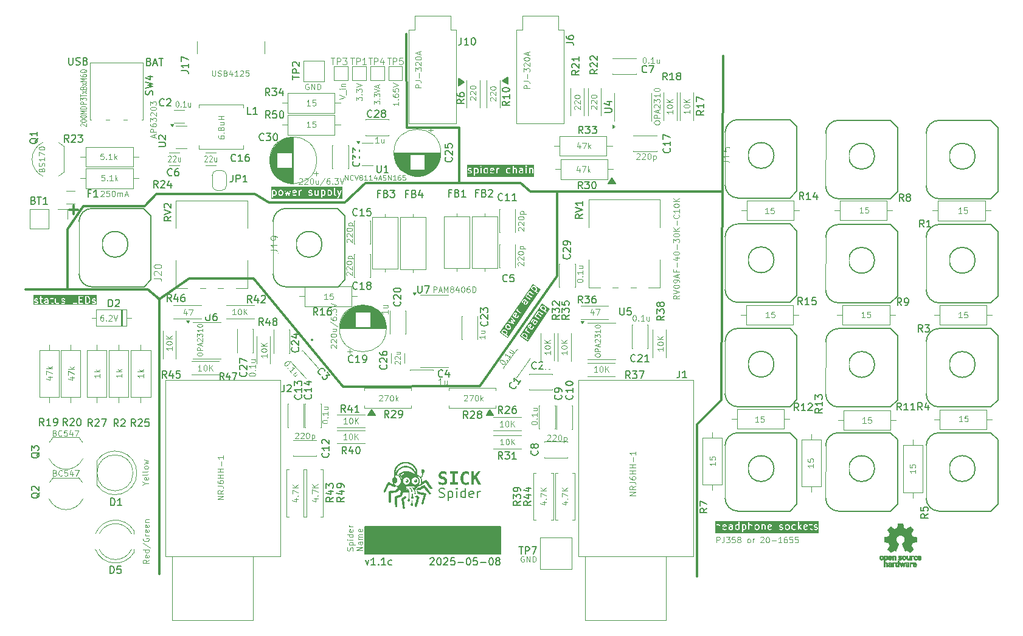
<source format=gto>
G04 #@! TF.GenerationSoftware,KiCad,Pcbnew,9.0.1+1*
G04 #@! TF.CreationDate,2025-05-08T22:10:53+00:00*
G04 #@! TF.ProjectId,spider2,73706964-6572-4322-9e6b-696361645f70,rev?*
G04 #@! TF.SameCoordinates,Original*
G04 #@! TF.FileFunction,Legend,Top*
G04 #@! TF.FilePolarity,Positive*
%FSLAX46Y46*%
G04 Gerber Fmt 4.6, Leading zero omitted, Abs format (unit mm)*
G04 Created by KiCad (PCBNEW 9.0.1+1) date 2025-05-08 22:10:53*
%MOMM*%
%LPD*%
G01*
G04 APERTURE LIST*
%ADD10C,0.300000*%
%ADD11C,0.150000*%
%ADD12C,0.000000*%
%ADD13C,0.200000*%
%ADD14C,0.100000*%
%ADD15C,0.400000*%
%ADD16C,0.120000*%
%ADD17C,0.130000*%
%ADD18C,0.127000*%
%ADD19C,0.010000*%
%ADD20C,1.400000*%
%ADD21O,1.400000X1.400000*%
%ADD22C,1.600000*%
%ADD23O,1.600000X1.600000*%
%ADD24R,1.600000X1.600000*%
%ADD25R,2.500000X2.500000*%
%ADD26O,2.300000X1.500000*%
%ADD27O,1.703200X3.203200*%
%ADD28O,1.903200X3.203200*%
%ADD29O,1.500000X2.300000*%
%ADD30O,3.203200X2.203200*%
%ADD31C,0.800000*%
%ADD32C,6.400000*%
%ADD33C,3.000000*%
%ADD34C,2.000000*%
%ADD35O,1.100000X1.700000*%
%ADD36R,1.500000X1.500000*%
%ADD37C,1.500000*%
%ADD38C,4.000000*%
%ADD39C,1.800000*%
%ADD40R,1.700000X1.700000*%
%ADD41O,1.700000X1.700000*%
%ADD42R,1.800000X1.800000*%
%ADD43R,2.350000X5.100000*%
%ADD44R,4.000000X4.000000*%
G04 APERTURE END LIST*
D10*
X154273450Y-51540000D02*
X145723450Y-51540000D01*
X234650000Y-49550000D02*
X208000600Y-49550000D01*
X211700000Y-61300000D02*
X211680000Y-49575000D01*
D11*
X219810000Y-48420000D02*
X218810000Y-48420000D01*
X219310000Y-47670000D01*
X219810000Y-48420000D01*
G36*
X219810000Y-48420000D02*
G01*
X218810000Y-48420000D01*
X219310000Y-47670000D01*
X219810000Y-48420000D01*
G37*
D12*
G36*
X190493168Y-91951958D02*
G01*
X190499207Y-91953700D01*
X190506857Y-91956452D01*
X190515872Y-91960093D01*
X190537018Y-91969545D01*
X190560685Y-91981072D01*
X190584916Y-91993691D01*
X190607748Y-92006417D01*
X190618028Y-92012513D01*
X190627224Y-92018267D01*
X190635091Y-92023556D01*
X190641383Y-92028256D01*
X190648806Y-92034565D01*
X190656213Y-92041520D01*
X190663539Y-92049023D01*
X190670719Y-92056975D01*
X190677689Y-92065278D01*
X190684382Y-92073835D01*
X190690735Y-92082547D01*
X190696681Y-92091315D01*
X190702156Y-92100042D01*
X190707095Y-92108630D01*
X190711432Y-92116980D01*
X190715103Y-92124994D01*
X190718042Y-92132574D01*
X190720184Y-92139622D01*
X190720936Y-92142916D01*
X190721464Y-92146039D01*
X190721760Y-92148981D01*
X190721817Y-92151728D01*
X190721910Y-92159531D01*
X190721501Y-92162980D01*
X190720317Y-92166523D01*
X190718010Y-92170454D01*
X190714227Y-92175069D01*
X190708616Y-92180665D01*
X190700826Y-92187535D01*
X190677306Y-92206285D01*
X190640854Y-92233683D01*
X190517911Y-92323884D01*
X190473417Y-92356946D01*
X190432892Y-92387295D01*
X190400833Y-92411692D01*
X190389384Y-92420646D01*
X190381739Y-92426895D01*
X190354928Y-92448767D01*
X190376800Y-92621628D01*
X190396732Y-92783024D01*
X190415606Y-92928545D01*
X190446705Y-93173979D01*
X190470198Y-93374897D01*
X190478617Y-93454756D01*
X190484563Y-93518797D01*
X190487847Y-93565459D01*
X190488431Y-93581784D01*
X190488278Y-93593178D01*
X190487869Y-93601003D01*
X190487421Y-93608118D01*
X190486911Y-93614589D01*
X190486316Y-93620486D01*
X190485613Y-93625873D01*
X190484780Y-93630820D01*
X190483795Y-93635392D01*
X190482633Y-93639657D01*
X190481274Y-93643682D01*
X190479693Y-93647535D01*
X190477868Y-93651283D01*
X190475776Y-93654992D01*
X190473395Y-93658730D01*
X190470702Y-93662564D01*
X190467674Y-93666561D01*
X190464289Y-93670789D01*
X190459112Y-93676759D01*
X190453171Y-93682725D01*
X190446560Y-93688635D01*
X190439374Y-93694436D01*
X190431709Y-93700077D01*
X190423659Y-93705503D01*
X190415320Y-93710663D01*
X190406786Y-93715504D01*
X190398153Y-93719972D01*
X190389517Y-93724016D01*
X190380971Y-93727582D01*
X190372611Y-93730618D01*
X190364532Y-93733071D01*
X190356830Y-93734889D01*
X190349598Y-93736018D01*
X190342933Y-93736406D01*
X190337114Y-93736291D01*
X190331302Y-93735949D01*
X190325504Y-93735385D01*
X190319729Y-93734603D01*
X190313983Y-93733609D01*
X190308274Y-93732406D01*
X190302609Y-93731000D01*
X190296995Y-93729395D01*
X190291441Y-93727595D01*
X190285952Y-93725606D01*
X190280538Y-93723431D01*
X190275204Y-93721077D01*
X190269959Y-93718546D01*
X190264809Y-93715845D01*
X190259763Y-93712977D01*
X190254827Y-93709948D01*
X190250009Y-93706761D01*
X190245316Y-93703422D01*
X190240756Y-93699935D01*
X190236335Y-93696305D01*
X190232062Y-93692537D01*
X190227943Y-93688634D01*
X190223987Y-93684603D01*
X190220200Y-93680447D01*
X190216589Y-93676171D01*
X190213163Y-93671779D01*
X190209928Y-93667278D01*
X190206892Y-93662670D01*
X190204062Y-93657961D01*
X190201446Y-93653155D01*
X190199050Y-93648257D01*
X190196883Y-93643272D01*
X190193660Y-93631241D01*
X190189354Y-93609329D01*
X190177922Y-93538409D01*
X190163447Y-93435608D01*
X190146789Y-93306017D01*
X190094578Y-92886212D01*
X190076939Y-92753567D01*
X190055067Y-92593406D01*
X190049583Y-92553425D01*
X190044803Y-92516313D01*
X190040767Y-92482492D01*
X190037516Y-92452383D01*
X190035092Y-92426409D01*
X190033536Y-92404990D01*
X190032890Y-92388548D01*
X190032921Y-92382326D01*
X190033195Y-92377506D01*
X190035095Y-92362459D01*
X190037880Y-92348278D01*
X190041938Y-92334572D01*
X190047658Y-92320951D01*
X190055429Y-92307025D01*
X190065639Y-92292401D01*
X190078677Y-92276690D01*
X190094931Y-92259502D01*
X190114790Y-92240445D01*
X190138642Y-92219128D01*
X190166877Y-92195162D01*
X190199882Y-92168154D01*
X190281760Y-92103455D01*
X190387383Y-92021906D01*
X190406103Y-92007733D01*
X190423896Y-91994511D01*
X190440366Y-91982528D01*
X190455117Y-91972076D01*
X190467751Y-91963443D01*
X190473150Y-91959899D01*
X190477871Y-91956918D01*
X190481864Y-91954536D01*
X190485081Y-91952790D01*
X190487470Y-91951716D01*
X190488339Y-91951443D01*
X190488983Y-91951350D01*
X190493168Y-91951958D01*
G37*
G36*
X192024978Y-89624428D02*
G01*
X192038323Y-89625237D01*
X192051502Y-89626465D01*
X192064318Y-89628102D01*
X192076571Y-89630139D01*
X192088064Y-89632564D01*
X192098598Y-89635367D01*
X192107974Y-89638538D01*
X192115994Y-89642067D01*
X192125233Y-89647170D01*
X192134160Y-89652678D01*
X192142767Y-89658573D01*
X192151050Y-89664839D01*
X192159002Y-89671460D01*
X192166616Y-89678417D01*
X192173886Y-89685694D01*
X192180806Y-89693275D01*
X192193570Y-89709278D01*
X192204857Y-89726291D01*
X192214617Y-89744179D01*
X192222798Y-89762805D01*
X192229350Y-89782035D01*
X192234223Y-89801733D01*
X192237366Y-89821764D01*
X192238728Y-89841993D01*
X192238725Y-89852139D01*
X192238259Y-89862283D01*
X192237321Y-89872409D01*
X192235907Y-89882500D01*
X192234010Y-89892539D01*
X192231623Y-89902508D01*
X192228740Y-89912392D01*
X192225356Y-89922172D01*
X192221164Y-89932342D01*
X192216528Y-89942213D01*
X192211449Y-89951785D01*
X192205931Y-89961055D01*
X192199974Y-89970024D01*
X192193581Y-89978690D01*
X192186754Y-89987052D01*
X192179495Y-89995109D01*
X192171805Y-90002861D01*
X192163688Y-90010305D01*
X192155146Y-90017441D01*
X192146179Y-90024269D01*
X192136791Y-90030786D01*
X192126983Y-90036992D01*
X192116758Y-90042886D01*
X192106117Y-90048467D01*
X192091996Y-90055108D01*
X192085707Y-90057882D01*
X192079802Y-90060318D01*
X192074182Y-90062436D01*
X192068749Y-90064255D01*
X192063404Y-90065795D01*
X192058051Y-90067076D01*
X192052590Y-90068117D01*
X192046923Y-90068938D01*
X192040953Y-90069558D01*
X192034580Y-90069997D01*
X192027707Y-90070276D01*
X192020236Y-90070412D01*
X192003106Y-90070339D01*
X191990588Y-90070022D01*
X191978670Y-90069323D01*
X191967306Y-90068226D01*
X191956451Y-90066712D01*
X191946058Y-90064764D01*
X191936083Y-90062365D01*
X191926480Y-90059496D01*
X191917204Y-90056140D01*
X191908209Y-90052280D01*
X191899450Y-90047898D01*
X191890880Y-90042976D01*
X191882456Y-90037498D01*
X191874130Y-90031445D01*
X191865859Y-90024799D01*
X191857595Y-90017544D01*
X191849295Y-90009661D01*
X191841016Y-90000966D01*
X191833367Y-89992316D01*
X191826335Y-89983677D01*
X191819904Y-89975012D01*
X191814060Y-89966285D01*
X191808788Y-89957460D01*
X191804075Y-89948501D01*
X191799906Y-89939371D01*
X191796265Y-89930034D01*
X191793140Y-89920454D01*
X191790514Y-89910596D01*
X191788374Y-89900422D01*
X191786706Y-89889896D01*
X191785494Y-89878984D01*
X191784725Y-89867647D01*
X191784383Y-89855850D01*
X191784434Y-89848644D01*
X191784587Y-89841819D01*
X191784848Y-89835346D01*
X191785221Y-89829194D01*
X191785710Y-89823330D01*
X191786318Y-89817726D01*
X191787051Y-89812348D01*
X191787911Y-89807167D01*
X191788904Y-89802151D01*
X191790033Y-89797270D01*
X191791303Y-89792492D01*
X191792718Y-89787786D01*
X191794281Y-89783122D01*
X191795998Y-89778468D01*
X191797871Y-89773794D01*
X191799906Y-89769067D01*
X191803028Y-89762421D01*
X191806031Y-89756512D01*
X191808896Y-89751349D01*
X191810270Y-89749050D01*
X191811603Y-89746941D01*
X191812890Y-89745024D01*
X191814131Y-89743299D01*
X191815323Y-89741767D01*
X191816463Y-89740430D01*
X191817548Y-89739289D01*
X191818577Y-89738345D01*
X191819547Y-89737599D01*
X191820455Y-89737052D01*
X191821299Y-89736706D01*
X191822076Y-89736562D01*
X191822785Y-89736620D01*
X191823422Y-89736883D01*
X191823985Y-89737351D01*
X191824472Y-89738024D01*
X191824880Y-89738906D01*
X191825206Y-89739996D01*
X191825449Y-89741296D01*
X191825606Y-89742807D01*
X191825674Y-89744530D01*
X191825651Y-89746466D01*
X191825535Y-89748616D01*
X191825323Y-89750983D01*
X191825012Y-89753566D01*
X191824600Y-89756367D01*
X191824220Y-89760294D01*
X191824133Y-89764265D01*
X191824328Y-89768267D01*
X191824796Y-89772290D01*
X191825527Y-89776323D01*
X191826513Y-89780355D01*
X191827743Y-89784374D01*
X191829208Y-89788371D01*
X191830899Y-89792333D01*
X191832805Y-89796250D01*
X191834917Y-89800111D01*
X191837226Y-89803905D01*
X191839722Y-89807621D01*
X191842395Y-89811248D01*
X191845237Y-89814775D01*
X191848236Y-89818191D01*
X191851385Y-89821485D01*
X191854673Y-89824647D01*
X191858090Y-89827664D01*
X191861628Y-89830526D01*
X191865276Y-89833223D01*
X191869026Y-89835742D01*
X191872867Y-89838074D01*
X191876789Y-89840207D01*
X191880784Y-89842130D01*
X191884842Y-89843832D01*
X191888953Y-89845303D01*
X191893108Y-89846531D01*
X191897297Y-89847505D01*
X191901510Y-89848214D01*
X191905739Y-89848648D01*
X191909972Y-89848795D01*
X191915574Y-89848598D01*
X191921251Y-89848016D01*
X191926980Y-89847060D01*
X191932737Y-89845741D01*
X191938498Y-89844071D01*
X191944240Y-89842060D01*
X191949938Y-89839721D01*
X191955569Y-89837065D01*
X191961109Y-89834103D01*
X191966534Y-89830846D01*
X191971820Y-89827306D01*
X191976945Y-89823494D01*
X191981883Y-89819422D01*
X191986612Y-89815100D01*
X191991107Y-89810541D01*
X191995345Y-89805756D01*
X191998473Y-89801950D01*
X192001252Y-89798429D01*
X192003699Y-89795129D01*
X192005829Y-89791987D01*
X192007657Y-89788940D01*
X192009198Y-89785925D01*
X192010469Y-89782879D01*
X192011484Y-89779739D01*
X192012260Y-89776441D01*
X192012811Y-89772924D01*
X192013154Y-89769124D01*
X192013303Y-89764977D01*
X192013275Y-89760421D01*
X192013084Y-89755393D01*
X192012746Y-89749829D01*
X192012278Y-89743667D01*
X192011736Y-89737614D01*
X192011150Y-89732116D01*
X192010495Y-89727119D01*
X192009742Y-89722566D01*
X192008865Y-89718402D01*
X192008372Y-89716449D01*
X192007838Y-89714571D01*
X192007259Y-89712763D01*
X192006632Y-89711017D01*
X192005955Y-89709326D01*
X192005222Y-89707684D01*
X192004432Y-89706083D01*
X192003581Y-89704516D01*
X192002665Y-89702977D01*
X192001681Y-89701458D01*
X192000626Y-89699952D01*
X191999496Y-89698453D01*
X191998288Y-89696954D01*
X191996998Y-89695447D01*
X191994162Y-89692382D01*
X191990960Y-89689204D01*
X191987365Y-89685857D01*
X191983350Y-89682284D01*
X191980493Y-89680021D01*
X191977496Y-89677742D01*
X191971179Y-89673200D01*
X191964598Y-89668790D01*
X191957950Y-89664645D01*
X191954663Y-89662713D01*
X191951435Y-89660897D01*
X191948289Y-89659213D01*
X191945250Y-89657678D01*
X191942344Y-89656308D01*
X191939594Y-89655120D01*
X191937027Y-89654130D01*
X191934667Y-89653356D01*
X191911383Y-89646300D01*
X191936078Y-89634306D01*
X191943602Y-89631386D01*
X191952548Y-89628967D01*
X191962718Y-89627041D01*
X191973913Y-89625597D01*
X191985935Y-89624624D01*
X191998586Y-89624111D01*
X192011666Y-89624050D01*
X192024978Y-89624428D01*
G37*
D10*
X181900000Y-76700000D02*
X200950000Y-76650000D01*
X155923450Y-49890000D02*
X169570400Y-49885600D01*
D12*
G36*
X190621464Y-87184088D02*
G01*
X190648692Y-87185146D01*
X190678550Y-87186734D01*
X190711939Y-87188850D01*
X190780809Y-87194845D01*
X190846314Y-87202939D01*
X190878138Y-87207852D01*
X190909521Y-87213382D01*
X190940595Y-87219562D01*
X190971495Y-87226421D01*
X191002354Y-87233992D01*
X191033304Y-87242304D01*
X191064480Y-87251390D01*
X191096015Y-87261280D01*
X191160693Y-87283596D01*
X191228406Y-87309500D01*
X191283766Y-87332572D01*
X191337681Y-87357088D01*
X191390179Y-87383070D01*
X191441285Y-87410538D01*
X191491027Y-87439516D01*
X191539432Y-87470024D01*
X191586526Y-87502085D01*
X191632336Y-87535719D01*
X191676890Y-87570950D01*
X191720214Y-87607797D01*
X191762335Y-87646285D01*
X191803279Y-87686433D01*
X191843074Y-87728263D01*
X191881747Y-87771798D01*
X191919325Y-87817059D01*
X191955833Y-87864067D01*
X191975952Y-87891423D01*
X191995539Y-87919464D01*
X192014557Y-87948118D01*
X192032970Y-87977309D01*
X192050743Y-88006963D01*
X192067839Y-88037005D01*
X192084222Y-88067362D01*
X192099855Y-88097959D01*
X192114703Y-88128721D01*
X192128729Y-88159573D01*
X192141897Y-88190443D01*
X192154172Y-88221254D01*
X192165516Y-88251934D01*
X192175894Y-88282406D01*
X192185269Y-88312598D01*
X192193606Y-88342434D01*
X192206280Y-88391366D01*
X192216018Y-88433064D01*
X192223260Y-88471802D01*
X192228443Y-88511855D01*
X192232005Y-88557497D01*
X192234385Y-88613003D01*
X192236020Y-88682648D01*
X192237350Y-88770706D01*
X192238544Y-88853472D01*
X192239083Y-88887026D01*
X192239621Y-88915841D01*
X192239898Y-88928584D01*
X192240184Y-88940278D01*
X192240483Y-88950967D01*
X192240798Y-88960698D01*
X192241133Y-88969514D01*
X192241491Y-88977461D01*
X192241875Y-88984584D01*
X192242289Y-88990928D01*
X192242736Y-88996538D01*
X192243219Y-89001459D01*
X192243743Y-89005737D01*
X192244020Y-89007649D01*
X192244309Y-89009417D01*
X192244610Y-89011046D01*
X192244922Y-89012543D01*
X192245247Y-89013912D01*
X192245585Y-89015160D01*
X192245936Y-89016292D01*
X192246301Y-89017314D01*
X192246680Y-89018232D01*
X192247073Y-89019051D01*
X192247482Y-89019776D01*
X192247906Y-89020414D01*
X192248346Y-89020969D01*
X192248802Y-89021449D01*
X192249274Y-89021857D01*
X192249764Y-89022201D01*
X192250272Y-89022485D01*
X192250797Y-89022715D01*
X192251340Y-89022897D01*
X192251903Y-89023036D01*
X192252484Y-89023139D01*
X192253085Y-89023210D01*
X192254348Y-89023281D01*
X192255694Y-89023295D01*
X192261570Y-89023562D01*
X192268532Y-89024339D01*
X192276462Y-89025592D01*
X192285240Y-89027286D01*
X192304857Y-89031853D01*
X192326426Y-89037759D01*
X192348988Y-89044723D01*
X192371582Y-89052465D01*
X192393250Y-89060703D01*
X192413034Y-89069156D01*
X192430211Y-89077342D01*
X192447792Y-89086492D01*
X192465652Y-89096509D01*
X192483666Y-89107300D01*
X192501709Y-89118769D01*
X192519657Y-89130820D01*
X192537382Y-89143360D01*
X192554762Y-89156292D01*
X192571670Y-89169522D01*
X192587982Y-89182954D01*
X192603573Y-89196494D01*
X192618317Y-89210046D01*
X192632090Y-89223516D01*
X192644766Y-89236808D01*
X192656220Y-89249827D01*
X192666328Y-89262478D01*
X192669243Y-89266138D01*
X192672157Y-89269696D01*
X192675050Y-89273135D01*
X192677903Y-89276435D01*
X192680699Y-89279578D01*
X192683418Y-89282545D01*
X192686042Y-89285318D01*
X192688553Y-89287878D01*
X192690931Y-89290207D01*
X192693158Y-89292285D01*
X192695216Y-89294095D01*
X192697086Y-89295617D01*
X192698749Y-89296834D01*
X192700187Y-89297726D01*
X192700815Y-89298044D01*
X192701380Y-89298274D01*
X192701880Y-89298414D01*
X192702311Y-89298462D01*
X192702826Y-89298400D01*
X192703440Y-89298218D01*
X192704957Y-89297502D01*
X192706838Y-89296341D01*
X192709058Y-89294757D01*
X192711592Y-89292777D01*
X192714416Y-89290425D01*
X192720832Y-89284703D01*
X192728108Y-89277791D01*
X192736046Y-89269886D01*
X192744446Y-89261188D01*
X192753111Y-89251895D01*
X192765365Y-89237888D01*
X192777257Y-89222854D01*
X192788790Y-89206791D01*
X192799965Y-89189696D01*
X192810784Y-89171567D01*
X192821250Y-89152403D01*
X192831364Y-89132202D01*
X192841129Y-89110960D01*
X192850547Y-89088677D01*
X192859620Y-89065350D01*
X192868349Y-89040977D01*
X192876738Y-89015556D01*
X192884787Y-88989085D01*
X192892500Y-88961562D01*
X192899878Y-88932984D01*
X192906923Y-88903350D01*
X192911012Y-88885065D01*
X192914534Y-88868985D01*
X192917466Y-88854935D01*
X192919788Y-88842739D01*
X192920713Y-88837281D01*
X192921477Y-88832221D01*
X192922078Y-88827537D01*
X192922512Y-88823206D01*
X192922778Y-88819208D01*
X192922871Y-88815519D01*
X192922791Y-88812118D01*
X192922533Y-88808982D01*
X192922095Y-88806091D01*
X192921475Y-88803422D01*
X192920670Y-88800952D01*
X192919676Y-88798661D01*
X192918492Y-88796526D01*
X192917115Y-88794524D01*
X192915541Y-88792635D01*
X192913769Y-88790836D01*
X192911795Y-88789106D01*
X192909616Y-88787421D01*
X192907231Y-88785761D01*
X192904636Y-88784103D01*
X192898807Y-88780707D01*
X192892106Y-88777056D01*
X192885410Y-88773224D01*
X192878591Y-88768655D01*
X192871709Y-88763426D01*
X192864821Y-88757609D01*
X192857986Y-88751280D01*
X192851265Y-88744512D01*
X192844715Y-88737381D01*
X192838395Y-88729960D01*
X192832365Y-88722324D01*
X192826683Y-88714548D01*
X192821409Y-88706706D01*
X192816600Y-88698872D01*
X192812317Y-88691120D01*
X192808617Y-88683526D01*
X192805561Y-88676163D01*
X192803206Y-88669106D01*
X192801920Y-88661578D01*
X192800725Y-88648965D01*
X192799646Y-88631936D01*
X192798708Y-88611162D01*
X192797352Y-88561057D01*
X192796856Y-88504006D01*
X192796709Y-88461402D01*
X192796878Y-88427365D01*
X192797116Y-88413114D01*
X192797476Y-88400471D01*
X192797972Y-88389259D01*
X192798619Y-88379299D01*
X192799432Y-88370414D01*
X192800425Y-88362426D01*
X192801612Y-88355158D01*
X192803007Y-88348431D01*
X192804626Y-88342068D01*
X192806483Y-88335891D01*
X192808591Y-88329722D01*
X192810967Y-88323384D01*
X192816545Y-88309726D01*
X192822952Y-88296807D01*
X192830170Y-88284636D01*
X192838186Y-88273223D01*
X192846983Y-88262580D01*
X192856545Y-88252715D01*
X192866859Y-88243641D01*
X192877906Y-88235366D01*
X192889674Y-88227901D01*
X192902145Y-88221257D01*
X192915304Y-88215444D01*
X192929136Y-88210473D01*
X192943626Y-88206353D01*
X192958757Y-88203095D01*
X192974515Y-88200709D01*
X192990883Y-88199206D01*
X192999600Y-88198801D01*
X193008156Y-88198644D01*
X193016551Y-88198737D01*
X193024786Y-88199079D01*
X193032860Y-88199671D01*
X193040775Y-88200514D01*
X193048530Y-88201608D01*
X193056125Y-88202954D01*
X193063561Y-88204552D01*
X193070839Y-88206403D01*
X193077958Y-88208507D01*
X193084918Y-88210864D01*
X193091720Y-88213476D01*
X193098364Y-88216342D01*
X193104851Y-88219464D01*
X193111181Y-88222842D01*
X193117353Y-88226476D01*
X193123368Y-88230367D01*
X193129227Y-88234515D01*
X193134930Y-88238921D01*
X193140476Y-88243585D01*
X193145867Y-88248509D01*
X193151102Y-88253691D01*
X193156182Y-88259134D01*
X193161107Y-88264837D01*
X193165877Y-88270801D01*
X193170492Y-88277027D01*
X193174953Y-88283514D01*
X193179261Y-88290264D01*
X193183414Y-88297278D01*
X193187414Y-88304554D01*
X193191261Y-88312095D01*
X193213134Y-88355134D01*
X193213134Y-88647234D01*
X193191261Y-88690273D01*
X193186975Y-88698768D01*
X193182568Y-88706808D01*
X193178022Y-88714415D01*
X193173314Y-88721615D01*
X193168424Y-88728430D01*
X193163331Y-88734884D01*
X193158015Y-88741001D01*
X193152456Y-88746805D01*
X193146632Y-88752320D01*
X193140522Y-88757569D01*
X193134107Y-88762576D01*
X193127365Y-88767366D01*
X193120275Y-88771960D01*
X193112818Y-88776385D01*
X193104972Y-88780662D01*
X193096717Y-88784817D01*
X193067789Y-88798928D01*
X193055089Y-88870189D01*
X193046380Y-88916291D01*
X193036914Y-88960429D01*
X193026677Y-89002640D01*
X193015655Y-89042962D01*
X193003836Y-89081432D01*
X192991205Y-89118087D01*
X192977749Y-89152965D01*
X192963455Y-89186102D01*
X192948310Y-89217535D01*
X192932299Y-89247303D01*
X192915410Y-89275442D01*
X192897629Y-89301989D01*
X192878943Y-89326982D01*
X192859337Y-89350457D01*
X192838800Y-89372453D01*
X192817317Y-89393006D01*
X192780628Y-89425462D01*
X192810967Y-89490373D01*
X192819442Y-89509359D01*
X192827407Y-89528493D01*
X192834863Y-89547791D01*
X192841813Y-89567267D01*
X192848258Y-89586938D01*
X192854201Y-89606818D01*
X192859644Y-89626924D01*
X192864589Y-89647270D01*
X192869038Y-89667873D01*
X192872992Y-89688748D01*
X192876455Y-89709910D01*
X192879428Y-89731375D01*
X192881913Y-89753158D01*
X192883912Y-89775275D01*
X192885427Y-89797742D01*
X192886461Y-89820573D01*
X192887090Y-89843368D01*
X192887387Y-89865486D01*
X192887354Y-89886578D01*
X192886990Y-89906298D01*
X192886296Y-89924298D01*
X192885271Y-89940230D01*
X192883915Y-89953749D01*
X192883113Y-89959494D01*
X192882228Y-89964506D01*
X192880744Y-89973044D01*
X192879483Y-89981087D01*
X192878470Y-89988467D01*
X192878064Y-89991858D01*
X192877730Y-89995021D01*
X192877470Y-89997937D01*
X192877288Y-90000583D01*
X192877186Y-90002940D01*
X192877168Y-90004987D01*
X192877236Y-90006704D01*
X192877395Y-90008068D01*
X192877509Y-90008613D01*
X192877647Y-90009061D01*
X192877808Y-90009412D01*
X192877994Y-90009661D01*
X192878600Y-90009714D01*
X192879864Y-90009354D01*
X192884223Y-90007468D01*
X192890781Y-90004142D01*
X192899249Y-89999519D01*
X192909338Y-89993738D01*
X192920758Y-89986940D01*
X192933219Y-89979266D01*
X192946433Y-89970856D01*
X193011038Y-89929511D01*
X193077512Y-89887612D01*
X193204490Y-89809196D01*
X193259207Y-89776201D01*
X193304216Y-89749698D01*
X193336625Y-89731445D01*
X193347200Y-89725964D01*
X193353539Y-89723206D01*
X193359451Y-89721346D01*
X193365776Y-89719732D01*
X193372465Y-89718364D01*
X193379468Y-89717242D01*
X193386736Y-89716363D01*
X193394219Y-89715727D01*
X193401867Y-89715333D01*
X193409631Y-89715180D01*
X193417461Y-89715267D01*
X193425307Y-89715592D01*
X193433121Y-89716155D01*
X193440851Y-89716955D01*
X193448450Y-89717991D01*
X193455866Y-89719261D01*
X193463052Y-89720764D01*
X193469956Y-89722500D01*
X193488463Y-89728999D01*
X193497864Y-89734090D01*
X193508210Y-89741418D01*
X193520135Y-89751739D01*
X193534274Y-89765809D01*
X193571732Y-89808225D01*
X193625660Y-89874719D01*
X193701136Y-89971341D01*
X193937034Y-90279184D01*
X194092476Y-90483067D01*
X194152090Y-90561883D01*
X194200558Y-90626493D01*
X194238576Y-90677809D01*
X194266837Y-90716738D01*
X194286036Y-90744192D01*
X194296867Y-90761078D01*
X194302830Y-90772737D01*
X194307521Y-90784531D01*
X194310986Y-90796413D01*
X194313271Y-90808338D01*
X194314424Y-90820258D01*
X194314491Y-90832126D01*
X194313518Y-90843897D01*
X194311551Y-90855523D01*
X194308638Y-90866958D01*
X194304825Y-90878155D01*
X194300158Y-90889068D01*
X194294684Y-90899649D01*
X194288449Y-90909853D01*
X194281501Y-90919633D01*
X194273884Y-90928941D01*
X194265646Y-90937732D01*
X194256834Y-90945958D01*
X194247493Y-90953573D01*
X194237671Y-90960531D01*
X194227414Y-90966785D01*
X194216768Y-90972287D01*
X194205780Y-90976993D01*
X194194497Y-90980854D01*
X194182964Y-90983824D01*
X194171229Y-90985857D01*
X194159337Y-90986906D01*
X194147337Y-90986924D01*
X194135273Y-90985865D01*
X194123192Y-90983682D01*
X194111142Y-90980328D01*
X194099168Y-90975757D01*
X194087317Y-90969923D01*
X194071920Y-90957366D01*
X194046163Y-90929397D01*
X194006565Y-90881519D01*
X193949645Y-90809232D01*
X193769916Y-90573444D01*
X193479128Y-90186050D01*
X193460444Y-90160831D01*
X193442770Y-90137356D01*
X193426517Y-90116114D01*
X193412100Y-90097591D01*
X193399932Y-90082277D01*
X193390426Y-90070659D01*
X193383996Y-90063225D01*
X193382064Y-90061229D01*
X193381055Y-90060462D01*
X193377963Y-90061933D01*
X193370604Y-90066150D01*
X193345072Y-90081628D01*
X193308427Y-90104515D01*
X193264639Y-90132428D01*
X193159070Y-90199897D01*
X193061439Y-90261545D01*
X192860355Y-90388545D01*
X192817964Y-90414852D01*
X192778004Y-90438794D01*
X192740326Y-90460454D01*
X192704781Y-90479914D01*
X192671220Y-90497258D01*
X192639495Y-90512568D01*
X192609456Y-90525927D01*
X192580956Y-90537417D01*
X192559781Y-90545020D01*
X192536440Y-90552730D01*
X192512470Y-90560126D01*
X192489410Y-90566786D01*
X192468797Y-90572288D01*
X192452170Y-90576212D01*
X192445831Y-90577449D01*
X192441065Y-90578134D01*
X192438065Y-90578213D01*
X192437287Y-90578009D01*
X192437022Y-90577634D01*
X192437144Y-90577034D01*
X192437503Y-90576043D01*
X192438885Y-90572981D01*
X192441078Y-90568630D01*
X192443990Y-90563170D01*
X192447530Y-90556784D01*
X192451608Y-90549654D01*
X192456132Y-90541962D01*
X192461011Y-90533889D01*
X192471352Y-90516019D01*
X192482354Y-90496759D01*
X192492563Y-90478426D01*
X192496915Y-90470330D01*
X192500523Y-90463334D01*
X192502360Y-90459794D01*
X192504674Y-90455818D01*
X192507429Y-90451449D01*
X192510588Y-90446731D01*
X192517972Y-90436421D01*
X192526540Y-90425234D01*
X192536000Y-90413518D01*
X192546064Y-90401620D01*
X192556442Y-90389887D01*
X192566845Y-90378667D01*
X192581400Y-90363087D01*
X192594952Y-90348018D01*
X192607572Y-90333344D01*
X192619331Y-90318948D01*
X192630301Y-90304714D01*
X192640552Y-90290523D01*
X192650156Y-90276261D01*
X192659184Y-90261809D01*
X192667708Y-90247052D01*
X192675799Y-90231871D01*
X192683528Y-90216152D01*
X192690967Y-90199776D01*
X192698187Y-90182627D01*
X192705259Y-90164588D01*
X192712254Y-90145542D01*
X192719244Y-90125373D01*
X192730532Y-90088493D01*
X192740056Y-90050963D01*
X192747823Y-90012910D01*
X192753839Y-89974461D01*
X192758111Y-89935743D01*
X192760644Y-89896884D01*
X192761445Y-89858011D01*
X192760520Y-89819250D01*
X192757875Y-89780728D01*
X192753517Y-89742574D01*
X192747451Y-89704914D01*
X192739684Y-89667875D01*
X192730222Y-89631584D01*
X192719071Y-89596169D01*
X192706238Y-89561756D01*
X192691728Y-89528473D01*
X192677147Y-89498909D01*
X192661466Y-89470296D01*
X192644711Y-89442656D01*
X192626905Y-89416014D01*
X192608074Y-89390392D01*
X192588243Y-89365816D01*
X192567436Y-89342308D01*
X192545678Y-89319893D01*
X192522994Y-89298594D01*
X192499409Y-89278434D01*
X192474947Y-89259439D01*
X192449634Y-89241631D01*
X192423494Y-89225035D01*
X192396552Y-89209673D01*
X192368833Y-89195570D01*
X192340361Y-89182750D01*
X192331187Y-89179031D01*
X192321344Y-89175353D01*
X192311153Y-89171824D01*
X192300938Y-89168551D01*
X192291020Y-89165642D01*
X192281723Y-89163204D01*
X192273368Y-89161345D01*
X192269645Y-89160666D01*
X192266278Y-89160172D01*
X192235939Y-89155234D01*
X192253578Y-89176401D01*
X192278096Y-89206034D01*
X192294853Y-89226010D01*
X192312139Y-89246250D01*
X192373175Y-89324018D01*
X192425580Y-89403818D01*
X192448547Y-89444459D01*
X192469356Y-89485581D01*
X192488007Y-89527178D01*
X192504502Y-89569240D01*
X192518840Y-89611759D01*
X192531021Y-89654727D01*
X192541045Y-89698134D01*
X192548912Y-89741972D01*
X192554623Y-89786233D01*
X192558178Y-89830908D01*
X192559576Y-89875989D01*
X192558819Y-89921467D01*
X192555905Y-89967334D01*
X192550836Y-90013580D01*
X192534230Y-90107180D01*
X192509003Y-90202197D01*
X192475155Y-90298564D01*
X192432688Y-90396213D01*
X192381602Y-90495075D01*
X192321898Y-90595083D01*
X192253578Y-90696167D01*
X192218847Y-90743880D01*
X192185547Y-90787625D01*
X192152858Y-90828326D01*
X192136488Y-90847826D01*
X192119963Y-90866912D01*
X192103182Y-90885700D01*
X192086043Y-90904306D01*
X192050278Y-90941436D01*
X192011852Y-90979227D01*
X191969944Y-91018606D01*
X191875400Y-91105389D01*
X191895156Y-91145606D01*
X191908616Y-91175429D01*
X191921878Y-91208908D01*
X191934744Y-91245395D01*
X191947014Y-91284248D01*
X191958490Y-91324820D01*
X191968974Y-91366467D01*
X191978268Y-91408544D01*
X191986173Y-91450406D01*
X191987140Y-91456337D01*
X191988193Y-91461969D01*
X191989332Y-91467318D01*
X191990560Y-91472399D01*
X191991879Y-91477229D01*
X191993291Y-91481821D01*
X191994798Y-91486192D01*
X191996403Y-91490358D01*
X191998106Y-91494333D01*
X191999911Y-91498134D01*
X192001819Y-91501776D01*
X192003833Y-91505274D01*
X192005954Y-91508644D01*
X192008185Y-91511901D01*
X192010527Y-91515061D01*
X192012983Y-91518139D01*
X192017886Y-91524001D01*
X192022276Y-91529946D01*
X192026150Y-91535974D01*
X192029509Y-91542084D01*
X192032351Y-91548277D01*
X192034675Y-91554553D01*
X192036481Y-91560911D01*
X192037766Y-91567352D01*
X192038531Y-91573876D01*
X192038773Y-91580482D01*
X192038493Y-91587171D01*
X192037689Y-91593943D01*
X192036360Y-91600797D01*
X192034504Y-91607734D01*
X192032122Y-91614754D01*
X192029211Y-91621856D01*
X192026580Y-91627376D01*
X192023719Y-91632690D01*
X192020642Y-91637792D01*
X192017357Y-91642680D01*
X192013878Y-91647347D01*
X192010214Y-91651791D01*
X192006377Y-91656006D01*
X192002378Y-91659989D01*
X191998228Y-91663735D01*
X191993939Y-91667241D01*
X191989520Y-91670501D01*
X191984984Y-91673512D01*
X191980342Y-91676269D01*
X191975604Y-91678768D01*
X191970783Y-91681005D01*
X191965888Y-91682975D01*
X191960931Y-91684674D01*
X191955923Y-91686099D01*
X191950875Y-91687244D01*
X191945798Y-91688105D01*
X191940705Y-91688679D01*
X191935604Y-91688960D01*
X191930508Y-91688946D01*
X191925428Y-91688630D01*
X191920375Y-91688010D01*
X191915360Y-91687080D01*
X191910394Y-91685838D01*
X191905488Y-91684277D01*
X191900654Y-91682394D01*
X191895901Y-91680186D01*
X191891243Y-91677647D01*
X191886689Y-91674773D01*
X191884121Y-91672908D01*
X191881458Y-91670769D01*
X191878720Y-91668381D01*
X191875929Y-91665766D01*
X191873105Y-91662948D01*
X191870268Y-91659952D01*
X191867440Y-91656801D01*
X191864640Y-91653518D01*
X191861891Y-91650128D01*
X191859211Y-91646654D01*
X191856622Y-91643120D01*
X191854145Y-91639550D01*
X191851800Y-91635968D01*
X191849609Y-91632397D01*
X191847591Y-91628861D01*
X191845767Y-91625384D01*
X191842220Y-91617916D01*
X191839254Y-91610586D01*
X191836871Y-91603385D01*
X191835073Y-91596302D01*
X191834394Y-91592801D01*
X191833862Y-91589326D01*
X191833477Y-91585875D01*
X191833240Y-91582447D01*
X191833151Y-91579041D01*
X191833210Y-91575655D01*
X191833417Y-91572288D01*
X191833772Y-91568939D01*
X191834277Y-91565607D01*
X191834930Y-91562290D01*
X191835733Y-91558987D01*
X191836685Y-91555696D01*
X191837788Y-91552417D01*
X191839040Y-91549148D01*
X191840443Y-91545888D01*
X191841996Y-91542635D01*
X191845556Y-91536147D01*
X191849722Y-91529674D01*
X191854495Y-91523204D01*
X191859878Y-91516728D01*
X191881045Y-91492739D01*
X191865522Y-91420773D01*
X191854584Y-91373527D01*
X191841915Y-91327102D01*
X191827570Y-91281590D01*
X191811602Y-91237086D01*
X191794068Y-91193681D01*
X191775022Y-91151468D01*
X191754519Y-91110541D01*
X191732613Y-91070993D01*
X191709360Y-91032917D01*
X191684813Y-90996406D01*
X191659029Y-90961552D01*
X191632061Y-90928449D01*
X191603964Y-90897190D01*
X191574794Y-90867868D01*
X191544604Y-90840576D01*
X191513450Y-90815406D01*
X191506144Y-90809819D01*
X191499549Y-90804673D01*
X191493631Y-90799929D01*
X191488359Y-90795551D01*
X191483698Y-90791500D01*
X191479617Y-90787736D01*
X191476080Y-90784223D01*
X191474507Y-90782548D01*
X191473057Y-90780922D01*
X191471727Y-90779339D01*
X191470513Y-90777794D01*
X191469411Y-90776284D01*
X191468416Y-90774802D01*
X191467524Y-90773345D01*
X191466732Y-90771907D01*
X191466034Y-90770484D01*
X191465428Y-90769071D01*
X191464909Y-90767663D01*
X191464472Y-90766255D01*
X191464113Y-90764843D01*
X191463830Y-90763422D01*
X191463616Y-90761987D01*
X191463468Y-90760533D01*
X191463383Y-90759056D01*
X191463355Y-90757550D01*
X191463422Y-90755078D01*
X191463623Y-90752685D01*
X191463774Y-90751517D01*
X191463960Y-90750368D01*
X191464181Y-90749237D01*
X191464436Y-90748125D01*
X191464726Y-90747030D01*
X191465052Y-90745952D01*
X191465414Y-90744891D01*
X191465811Y-90743846D01*
X191466245Y-90742817D01*
X191466715Y-90741804D01*
X191467222Y-90740806D01*
X191467765Y-90739823D01*
X191468346Y-90738855D01*
X191468965Y-90737901D01*
X191469621Y-90736960D01*
X191470315Y-90736032D01*
X191471047Y-90735118D01*
X191471818Y-90734216D01*
X191473476Y-90732448D01*
X191475291Y-90730726D01*
X191477266Y-90729046D01*
X191479401Y-90727405D01*
X191481700Y-90725800D01*
X191484635Y-90724055D01*
X191487383Y-90722523D01*
X191489991Y-90721202D01*
X191492504Y-90720090D01*
X191494967Y-90719184D01*
X191497426Y-90718483D01*
X191499927Y-90717985D01*
X191502514Y-90717687D01*
X191505234Y-90717587D01*
X191508131Y-90717684D01*
X191511251Y-90717975D01*
X191514641Y-90718458D01*
X191518344Y-90719132D01*
X191522407Y-90719993D01*
X191526876Y-90721041D01*
X191531795Y-90722273D01*
X191540643Y-90724969D01*
X191549730Y-90728300D01*
X191559063Y-90732272D01*
X191568649Y-90736891D01*
X191578495Y-90742163D01*
X191588610Y-90748094D01*
X191598999Y-90754691D01*
X191609670Y-90761960D01*
X191620631Y-90769907D01*
X191631888Y-90778538D01*
X191643449Y-90787859D01*
X191655322Y-90797877D01*
X191667513Y-90808598D01*
X191680029Y-90820028D01*
X191692878Y-90832173D01*
X191706067Y-90845039D01*
X191716783Y-90855733D01*
X191726243Y-90865105D01*
X191734547Y-90873222D01*
X191738298Y-90876831D01*
X191741797Y-90880152D01*
X191745057Y-90883192D01*
X191748091Y-90885961D01*
X191750911Y-90888466D01*
X191753531Y-90890717D01*
X191755961Y-90892721D01*
X191758216Y-90894487D01*
X191760307Y-90896024D01*
X191762247Y-90897339D01*
X191764048Y-90898441D01*
X191765724Y-90899338D01*
X191766518Y-90899713D01*
X191767286Y-90900040D01*
X191768028Y-90900320D01*
X191768747Y-90900554D01*
X191769443Y-90900743D01*
X191770120Y-90900888D01*
X191770777Y-90900991D01*
X191771417Y-90901052D01*
X191772040Y-90901072D01*
X191772650Y-90901053D01*
X191773247Y-90900995D01*
X191773833Y-90900899D01*
X191774409Y-90900768D01*
X191774978Y-90900601D01*
X191775540Y-90900399D01*
X191776097Y-90900164D01*
X191777202Y-90899599D01*
X191778308Y-90898914D01*
X191779425Y-90898116D01*
X191780566Y-90897214D01*
X191781744Y-90896217D01*
X191782972Y-90895134D01*
X191786970Y-90891131D01*
X191791008Y-90886564D01*
X191795060Y-90881477D01*
X191799101Y-90875918D01*
X191803104Y-90869934D01*
X191807045Y-90863570D01*
X191810897Y-90856873D01*
X191814634Y-90849890D01*
X191818231Y-90842667D01*
X191821661Y-90835251D01*
X191824898Y-90827688D01*
X191827918Y-90820025D01*
X191830694Y-90812308D01*
X191833200Y-90804584D01*
X191835411Y-90796899D01*
X191837300Y-90789300D01*
X191838917Y-90781571D01*
X191840198Y-90773864D01*
X191841147Y-90766187D01*
X191841766Y-90758545D01*
X191842060Y-90750946D01*
X191842030Y-90743396D01*
X191841681Y-90735901D01*
X191841015Y-90728468D01*
X191840037Y-90721103D01*
X191838748Y-90713813D01*
X191837153Y-90706604D01*
X191835254Y-90699483D01*
X191833055Y-90692455D01*
X191830559Y-90685528D01*
X191827769Y-90678708D01*
X191824688Y-90672002D01*
X191821321Y-90665415D01*
X191817669Y-90658955D01*
X191813736Y-90652627D01*
X191809526Y-90646439D01*
X191805041Y-90640397D01*
X191800285Y-90634507D01*
X191795261Y-90628775D01*
X191789973Y-90623208D01*
X191784423Y-90617813D01*
X191778614Y-90612596D01*
X191772551Y-90607564D01*
X191766236Y-90602722D01*
X191759672Y-90598078D01*
X191752863Y-90593638D01*
X191745812Y-90589408D01*
X191738522Y-90585395D01*
X191728817Y-90581169D01*
X191714192Y-90577909D01*
X191690190Y-90575461D01*
X191652356Y-90573665D01*
X191517364Y-90571405D01*
X191273561Y-90569872D01*
X191107181Y-90569200D01*
X191040157Y-90569091D01*
X190982729Y-90569255D01*
X190934012Y-90569783D01*
X190912643Y-90570212D01*
X190893119Y-90570766D01*
X190875331Y-90571456D01*
X190859166Y-90572294D01*
X190844515Y-90573291D01*
X190831266Y-90574459D01*
X190819309Y-90575808D01*
X190808534Y-90577351D01*
X190798829Y-90579099D01*
X190790083Y-90581062D01*
X190782187Y-90583253D01*
X190775029Y-90585683D01*
X190768499Y-90588363D01*
X190762485Y-90591304D01*
X190756878Y-90594518D01*
X190751566Y-90598016D01*
X190746439Y-90601810D01*
X190741386Y-90605911D01*
X190736297Y-90610330D01*
X190731059Y-90615079D01*
X190719700Y-90625612D01*
X190710304Y-90634468D01*
X190701678Y-90643347D01*
X190693801Y-90652304D01*
X190686649Y-90661396D01*
X190680200Y-90670679D01*
X190674432Y-90680207D01*
X190669320Y-90690037D01*
X190664843Y-90700224D01*
X190660978Y-90710825D01*
X190657702Y-90721895D01*
X190654992Y-90733490D01*
X190652827Y-90745666D01*
X190651181Y-90758479D01*
X190650035Y-90771984D01*
X190649363Y-90786237D01*
X190649144Y-90801295D01*
X190649352Y-90814312D01*
X190649977Y-90826914D01*
X190651023Y-90839117D01*
X190652496Y-90850937D01*
X190654398Y-90862389D01*
X190656735Y-90873489D01*
X190659509Y-90884252D01*
X190662726Y-90894693D01*
X190666390Y-90904828D01*
X190670504Y-90914673D01*
X190675073Y-90924243D01*
X190680101Y-90933553D01*
X190685592Y-90942620D01*
X190691550Y-90951458D01*
X190697979Y-90960083D01*
X190704883Y-90968511D01*
X190711225Y-90975527D01*
X190718048Y-90982270D01*
X190725302Y-90988715D01*
X190732940Y-90994837D01*
X190740913Y-91000613D01*
X190749172Y-91006016D01*
X190757669Y-91011023D01*
X190766355Y-91015607D01*
X190775181Y-91019746D01*
X190784100Y-91023413D01*
X190793062Y-91026583D01*
X190802019Y-91029233D01*
X190810922Y-91031338D01*
X190819722Y-91032872D01*
X190828372Y-91033810D01*
X190836822Y-91034128D01*
X190842549Y-91034117D01*
X190847581Y-91034070D01*
X190851948Y-91033970D01*
X190855685Y-91033798D01*
X190857326Y-91033678D01*
X190858822Y-91033534D01*
X190860175Y-91033362D01*
X190861391Y-91033161D01*
X190862473Y-91032928D01*
X190863425Y-91032660D01*
X190864252Y-91032355D01*
X190864956Y-91032012D01*
X190865543Y-91031627D01*
X190866016Y-91031198D01*
X190866379Y-91030724D01*
X190866636Y-91030201D01*
X190866792Y-91029627D01*
X190866849Y-91029001D01*
X190866813Y-91028319D01*
X190866687Y-91027580D01*
X190866475Y-91026781D01*
X190866182Y-91025919D01*
X190865811Y-91024993D01*
X190865366Y-91024000D01*
X190864270Y-91021804D01*
X190862928Y-91019312D01*
X190861948Y-91017531D01*
X190860610Y-91015381D01*
X190856953Y-91010095D01*
X190852138Y-91003685D01*
X190846347Y-90996381D01*
X190839763Y-90988416D01*
X190832567Y-90980021D01*
X190824941Y-90971428D01*
X190817067Y-90962867D01*
X190809913Y-90954901D01*
X190803529Y-90947389D01*
X190797905Y-90940307D01*
X190795376Y-90936920D01*
X190793034Y-90933631D01*
X190790878Y-90930436D01*
X190788907Y-90927334D01*
X190787119Y-90924321D01*
X190785515Y-90921394D01*
X190784093Y-90918549D01*
X190782851Y-90915784D01*
X190781790Y-90913095D01*
X190780907Y-90910480D01*
X190780202Y-90907934D01*
X190779674Y-90905457D01*
X190779321Y-90903043D01*
X190779143Y-90900690D01*
X190779139Y-90898395D01*
X190779307Y-90896155D01*
X190779647Y-90893966D01*
X190780157Y-90891826D01*
X190780837Y-90889732D01*
X190781686Y-90887680D01*
X190782701Y-90885667D01*
X190783884Y-90883690D01*
X190785231Y-90881747D01*
X190786743Y-90879833D01*
X190788418Y-90877947D01*
X190790256Y-90876084D01*
X190794093Y-90872610D01*
X190798190Y-90869726D01*
X190802538Y-90867424D01*
X190807130Y-90865700D01*
X190811955Y-90864547D01*
X190817006Y-90863959D01*
X190822274Y-90863930D01*
X190827749Y-90864453D01*
X190833425Y-90865523D01*
X190839291Y-90867134D01*
X190845339Y-90869280D01*
X190851560Y-90871954D01*
X190864490Y-90878863D01*
X190878009Y-90887814D01*
X190892049Y-90898757D01*
X190906541Y-90911644D01*
X190921416Y-90926427D01*
X190936603Y-90943056D01*
X190952035Y-90961484D01*
X190967641Y-90981662D01*
X190983352Y-91003541D01*
X190999100Y-91027073D01*
X191014110Y-91051782D01*
X191028028Y-91076980D01*
X191041020Y-91103086D01*
X191053252Y-91130525D01*
X191064888Y-91159716D01*
X191076094Y-91191081D01*
X191087036Y-91225043D01*
X191097878Y-91262023D01*
X191120456Y-91341045D01*
X191123984Y-91796128D01*
X191126254Y-92002250D01*
X191127530Y-92082064D01*
X191128922Y-92147054D01*
X191130446Y-92197723D01*
X191132119Y-92234576D01*
X191133958Y-92258117D01*
X191134944Y-92265053D01*
X191135978Y-92268850D01*
X191153528Y-92305275D01*
X191183250Y-92367628D01*
X191191154Y-92384453D01*
X191198860Y-92401285D01*
X191206169Y-92417672D01*
X191212883Y-92433157D01*
X191218803Y-92447286D01*
X191223731Y-92459604D01*
X191227469Y-92469657D01*
X191229817Y-92476989D01*
X191233351Y-92492116D01*
X191235651Y-92507045D01*
X191236765Y-92521741D01*
X191236739Y-92536165D01*
X191235621Y-92550283D01*
X191233459Y-92564057D01*
X191230299Y-92577451D01*
X191226190Y-92590429D01*
X191221178Y-92602955D01*
X191215312Y-92614991D01*
X191208638Y-92626502D01*
X191201205Y-92637451D01*
X191193058Y-92647801D01*
X191184247Y-92657517D01*
X191174817Y-92666561D01*
X191164817Y-92674898D01*
X191154295Y-92682490D01*
X191143296Y-92689302D01*
X191131870Y-92695297D01*
X191120063Y-92700438D01*
X191107922Y-92704690D01*
X191095496Y-92708015D01*
X191082831Y-92710377D01*
X191069975Y-92711741D01*
X191056976Y-92712069D01*
X191043880Y-92711324D01*
X191030735Y-92709472D01*
X191017589Y-92706474D01*
X191004489Y-92702295D01*
X190991482Y-92696898D01*
X190978616Y-92690248D01*
X190965939Y-92682306D01*
X190958487Y-92676937D01*
X190951468Y-92671402D01*
X190944869Y-92665682D01*
X190938676Y-92659761D01*
X190932876Y-92653621D01*
X190927455Y-92647245D01*
X190922399Y-92640614D01*
X190917697Y-92633711D01*
X190913333Y-92626519D01*
X190909295Y-92619020D01*
X190905569Y-92611196D01*
X190902141Y-92603030D01*
X190898999Y-92594505D01*
X190896129Y-92585602D01*
X190893517Y-92576305D01*
X190891150Y-92566595D01*
X190889325Y-92556687D01*
X190888094Y-92546762D01*
X190887470Y-92536755D01*
X190887468Y-92526599D01*
X190888103Y-92516228D01*
X190889389Y-92505575D01*
X190891340Y-92494576D01*
X190893972Y-92483163D01*
X190897298Y-92471270D01*
X190901334Y-92458832D01*
X190906092Y-92445782D01*
X190911589Y-92432054D01*
X190917838Y-92417582D01*
X190924854Y-92402300D01*
X190932651Y-92386141D01*
X190941245Y-92369040D01*
X190966154Y-92321595D01*
X190984416Y-92284230D01*
X190991374Y-92266937D01*
X190997055Y-92249295D01*
X191001587Y-92230349D01*
X191005097Y-92209143D01*
X191007715Y-92184721D01*
X191009568Y-92156126D01*
X191011491Y-92082595D01*
X191011800Y-91843400D01*
X191011800Y-91474395D01*
X190843878Y-91477217D01*
X190773756Y-91477724D01*
X190709679Y-91476512D01*
X190679522Y-91475219D01*
X190650414Y-91473447D01*
X190622201Y-91471179D01*
X190594729Y-91468398D01*
X190567844Y-91465088D01*
X190541392Y-91461232D01*
X190515219Y-91456814D01*
X190489171Y-91451817D01*
X190463094Y-91446225D01*
X190436834Y-91440021D01*
X190383150Y-91425712D01*
X190366016Y-91420866D01*
X190349790Y-91416451D01*
X190334855Y-91412565D01*
X190321590Y-91409307D01*
X190310376Y-91406777D01*
X190305656Y-91405816D01*
X190301592Y-91405074D01*
X190298231Y-91404563D01*
X190295620Y-91404297D01*
X190293807Y-91404286D01*
X190293214Y-91404381D01*
X190292839Y-91404545D01*
X190289314Y-91409748D01*
X190282630Y-91423551D01*
X190257738Y-91481980D01*
X190214059Y-91589885D01*
X190147495Y-91757323D01*
X190116598Y-91835045D01*
X190103865Y-91866679D01*
X190092671Y-91893991D01*
X190082812Y-91917355D01*
X190078320Y-91927673D01*
X190074085Y-91937144D01*
X190070082Y-91945815D01*
X190066286Y-91953731D01*
X190062671Y-91960941D01*
X190059212Y-91967490D01*
X190055883Y-91973425D01*
X190052658Y-91978793D01*
X190049513Y-91983640D01*
X190046422Y-91988013D01*
X190043360Y-91991959D01*
X190040300Y-91995524D01*
X190037218Y-91998755D01*
X190034087Y-92001698D01*
X190030884Y-92004401D01*
X190027582Y-92006909D01*
X190024155Y-92009270D01*
X190020579Y-92011530D01*
X190016827Y-92013736D01*
X190012875Y-92015935D01*
X190004267Y-92020495D01*
X189992803Y-92025764D01*
X189975394Y-92032886D01*
X189926215Y-92051363D01*
X189863674Y-92073279D01*
X189794717Y-92095990D01*
X189640112Y-92145466D01*
X189506144Y-92189123D01*
X189386906Y-92228634D01*
X189391139Y-92299895D01*
X189411776Y-92655859D01*
X189429239Y-93004480D01*
X189440351Y-93274918D01*
X189442534Y-93358679D01*
X189441939Y-93396328D01*
X189440672Y-93402682D01*
X189439242Y-93408794D01*
X189437637Y-93414687D01*
X189435842Y-93420383D01*
X189433846Y-93425906D01*
X189431633Y-93431278D01*
X189429190Y-93436522D01*
X189426505Y-93441660D01*
X189423563Y-93446716D01*
X189420352Y-93451712D01*
X189416858Y-93456670D01*
X189413066Y-93461614D01*
X189408965Y-93466567D01*
X189404540Y-93471550D01*
X189399779Y-93476587D01*
X189394667Y-93481701D01*
X189387452Y-93488361D01*
X189379980Y-93494456D01*
X189372271Y-93499988D01*
X189364350Y-93504963D01*
X189356238Y-93509385D01*
X189347960Y-93513257D01*
X189339536Y-93516584D01*
X189330990Y-93519371D01*
X189322346Y-93521621D01*
X189313624Y-93523339D01*
X189304849Y-93524529D01*
X189296043Y-93525196D01*
X189287229Y-93525343D01*
X189278429Y-93524975D01*
X189269667Y-93524096D01*
X189260964Y-93522711D01*
X189252344Y-93520823D01*
X189243829Y-93518438D01*
X189235443Y-93515558D01*
X189227207Y-93512190D01*
X189219146Y-93508335D01*
X189211280Y-93504000D01*
X189203634Y-93499189D01*
X189196229Y-93493904D01*
X189189089Y-93488152D01*
X189182237Y-93481936D01*
X189175694Y-93475260D01*
X189169484Y-93468128D01*
X189163630Y-93460546D01*
X189158154Y-93452516D01*
X189153079Y-93444044D01*
X189148428Y-93435134D01*
X189143668Y-93424276D01*
X189139851Y-93412832D01*
X189136794Y-93399154D01*
X189134317Y-93381600D01*
X189132236Y-93358522D01*
X189130370Y-93328275D01*
X189126556Y-93239694D01*
X189117560Y-93032438D01*
X189103272Y-92762739D01*
X189091654Y-92556956D01*
X189083087Y-92400359D01*
X189079867Y-92338204D01*
X189077314Y-92285584D01*
X189075396Y-92241577D01*
X189074080Y-92205262D01*
X189073335Y-92175719D01*
X189073128Y-92152027D01*
X189073216Y-92142088D01*
X189073427Y-92133265D01*
X189073757Y-92125445D01*
X189074201Y-92118512D01*
X189074756Y-92112351D01*
X189075417Y-92106847D01*
X189076181Y-92101885D01*
X189077044Y-92097350D01*
X189078001Y-92093126D01*
X189079049Y-92089098D01*
X189081400Y-92081173D01*
X189084234Y-92072916D01*
X189087433Y-92064826D01*
X189090984Y-92056923D01*
X189094872Y-92049224D01*
X189099082Y-92041749D01*
X189103600Y-92034515D01*
X189108412Y-92027542D01*
X189113503Y-92020847D01*
X189118858Y-92014451D01*
X189124464Y-92008371D01*
X189130305Y-92002625D01*
X189136367Y-91997233D01*
X189142636Y-91992214D01*
X189149098Y-91987584D01*
X189155737Y-91983365D01*
X189162539Y-91979573D01*
X189172736Y-91975337D01*
X189191996Y-91968173D01*
X189253203Y-91946588D01*
X189337164Y-91917858D01*
X189434883Y-91885028D01*
X189565378Y-91842031D01*
X189617049Y-91824979D01*
X189660617Y-91810526D01*
X189696793Y-91798396D01*
X189726289Y-91788315D01*
X189738754Y-91783956D01*
X189749815Y-91780007D01*
X189759561Y-91776432D01*
X189768082Y-91773198D01*
X189775466Y-91770269D01*
X189781802Y-91767612D01*
X189787179Y-91765192D01*
X189791685Y-91762975D01*
X189795410Y-91760927D01*
X189798443Y-91759013D01*
X189800872Y-91757198D01*
X189802787Y-91755449D01*
X189804275Y-91753730D01*
X189805427Y-91752009D01*
X189806331Y-91750249D01*
X189807075Y-91748418D01*
X189808442Y-91744401D01*
X189809242Y-91742147D01*
X189810239Y-91739684D01*
X189817746Y-91720755D01*
X189830612Y-91687208D01*
X189865272Y-91595045D01*
X189949233Y-91374206D01*
X189957211Y-91353676D01*
X189964634Y-91334188D01*
X189971347Y-91316188D01*
X189977191Y-91300123D01*
X189982010Y-91286439D01*
X189985647Y-91275582D01*
X189987944Y-91268000D01*
X189988541Y-91265577D01*
X189988745Y-91264139D01*
X189988714Y-91263726D01*
X189988623Y-91263281D01*
X189988266Y-91262302D01*
X189987689Y-91261214D01*
X189986903Y-91260027D01*
X189985924Y-91258754D01*
X189984763Y-91257405D01*
X189983435Y-91255992D01*
X189981954Y-91254526D01*
X189980331Y-91253019D01*
X189978581Y-91251482D01*
X189976718Y-91249926D01*
X189974755Y-91248363D01*
X189972704Y-91246805D01*
X189970581Y-91245262D01*
X189968397Y-91243745D01*
X189966167Y-91242267D01*
X189943998Y-91229001D01*
X189916083Y-91211410D01*
X189884745Y-91191058D01*
X189852308Y-91169507D01*
X189821094Y-91148319D01*
X189793427Y-91129058D01*
X189771630Y-91113287D01*
X189758028Y-91102567D01*
X189734039Y-91081400D01*
X189707933Y-91106095D01*
X189686581Y-91125008D01*
X189648501Y-91157391D01*
X189541510Y-91246588D01*
X189425656Y-91341739D01*
X189339633Y-91410895D01*
X189317552Y-91427376D01*
X189306680Y-91435315D01*
X189296330Y-91442733D01*
X189286806Y-91449390D01*
X189278415Y-91455047D01*
X189271463Y-91459464D01*
X189268622Y-91461132D01*
X189266256Y-91462400D01*
X189256000Y-91466436D01*
X189238585Y-91470349D01*
X189210222Y-91474542D01*
X189167125Y-91479422D01*
X189021582Y-91492861D01*
X188771661Y-91513906D01*
X188699187Y-91519749D01*
X188637429Y-91525195D01*
X188592869Y-91529582D01*
X188579064Y-91531173D01*
X188571989Y-91532250D01*
X188556467Y-91535073D01*
X188559994Y-91706522D01*
X188563522Y-91957965D01*
X188567050Y-92323178D01*
X188568428Y-92482692D01*
X188568873Y-92546827D01*
X188569078Y-92601674D01*
X188568986Y-92648080D01*
X188568810Y-92668382D01*
X188568538Y-92686889D01*
X188568163Y-92703710D01*
X188567677Y-92718948D01*
X188567073Y-92732710D01*
X188566344Y-92745101D01*
X188565483Y-92756227D01*
X188564483Y-92766193D01*
X188563335Y-92775106D01*
X188562034Y-92783071D01*
X188560571Y-92790194D01*
X188558940Y-92796580D01*
X188557133Y-92802335D01*
X188555144Y-92807564D01*
X188552964Y-92812374D01*
X188550587Y-92816871D01*
X188548005Y-92821158D01*
X188545211Y-92825344D01*
X188542198Y-92829532D01*
X188538959Y-92833829D01*
X188531772Y-92843173D01*
X188528186Y-92847586D01*
X188524317Y-92851826D01*
X188520179Y-92855890D01*
X188515786Y-92859775D01*
X188506293Y-92866998D01*
X188495954Y-92873468D01*
X188484884Y-92879160D01*
X188473196Y-92884051D01*
X188461006Y-92888115D01*
X188448429Y-92891327D01*
X188435578Y-92893663D01*
X188422570Y-92895097D01*
X188409518Y-92895606D01*
X188396537Y-92895163D01*
X188383743Y-92893745D01*
X188371249Y-92891327D01*
X188359170Y-92887883D01*
X188353323Y-92885769D01*
X188347622Y-92883389D01*
X188340906Y-92880064D01*
X188334272Y-92876200D01*
X188327754Y-92871838D01*
X188321384Y-92867018D01*
X188315197Y-92861781D01*
X188309225Y-92856166D01*
X188303500Y-92850214D01*
X188298057Y-92843966D01*
X188292928Y-92837462D01*
X188288146Y-92830741D01*
X188283745Y-92823845D01*
X188279757Y-92816813D01*
X188276215Y-92809687D01*
X188273153Y-92802505D01*
X188270604Y-92795309D01*
X188268600Y-92788139D01*
X188265841Y-92767549D01*
X188263330Y-92725940D01*
X188258722Y-92564125D01*
X188248845Y-91817295D01*
X188247214Y-91659817D01*
X188246666Y-91596621D01*
X188246386Y-91542646D01*
X188246441Y-91497034D01*
X188246615Y-91477097D01*
X188246897Y-91458929D01*
X188247297Y-91442424D01*
X188247823Y-91427473D01*
X188248483Y-91413972D01*
X188249285Y-91401811D01*
X188250239Y-91390884D01*
X188251351Y-91381084D01*
X188252632Y-91372304D01*
X188254088Y-91364437D01*
X188255729Y-91357375D01*
X188257562Y-91351012D01*
X188259597Y-91345241D01*
X188261842Y-91339953D01*
X188264305Y-91335043D01*
X188266994Y-91330403D01*
X188269918Y-91325927D01*
X188273086Y-91321506D01*
X188280184Y-91312403D01*
X188288356Y-91302239D01*
X188295156Y-91293944D01*
X188301950Y-91286475D01*
X188308960Y-91279766D01*
X188316412Y-91273753D01*
X188324530Y-91268367D01*
X188333537Y-91263544D01*
X188343659Y-91259217D01*
X188355119Y-91255320D01*
X188368141Y-91251787D01*
X188382951Y-91248551D01*
X188399772Y-91245547D01*
X188418828Y-91242708D01*
X188464545Y-91237262D01*
X188521894Y-91231684D01*
X188895133Y-91195701D01*
X188977642Y-91187654D01*
X189010336Y-91184394D01*
X189038207Y-91181336D01*
X189061919Y-91178248D01*
X189082136Y-91174902D01*
X189091141Y-91173059D01*
X189099521Y-91171065D01*
X189107359Y-91168891D01*
X189114738Y-91166508D01*
X189121740Y-91163887D01*
X189128449Y-91161000D01*
X189134948Y-91157818D01*
X189141320Y-91154311D01*
X189147647Y-91150451D01*
X189154013Y-91146210D01*
X189167191Y-91136467D01*
X189181519Y-91124851D01*
X189197660Y-91111132D01*
X189238033Y-91076461D01*
X189319489Y-91007438D01*
X189353775Y-90978210D01*
X189384061Y-90952240D01*
X189410569Y-90929328D01*
X189433519Y-90909278D01*
X189453133Y-90891890D01*
X189469632Y-90876966D01*
X189483237Y-90864307D01*
X189494169Y-90853715D01*
X189498702Y-90849133D01*
X189502650Y-90844992D01*
X189506040Y-90841270D01*
X189508901Y-90837940D01*
X189511259Y-90834978D01*
X189513142Y-90832359D01*
X189514578Y-90830058D01*
X189515595Y-90828051D01*
X189516220Y-90826312D01*
X189516482Y-90824818D01*
X189516406Y-90823543D01*
X189516022Y-90822461D01*
X189513584Y-90818584D01*
X189509088Y-90811944D01*
X189494944Y-90791770D01*
X189453228Y-90733562D01*
X189410630Y-90675441D01*
X189395582Y-90654683D01*
X189390575Y-90647623D01*
X189387611Y-90643250D01*
X189385924Y-90641017D01*
X189384203Y-90639079D01*
X189382298Y-90637432D01*
X189380060Y-90636074D01*
X189377337Y-90635000D01*
X189373981Y-90634209D01*
X189369842Y-90633697D01*
X189364769Y-90633461D01*
X189358613Y-90633498D01*
X189351224Y-90633804D01*
X189332148Y-90635214D01*
X189306341Y-90637665D01*
X189272606Y-90641134D01*
X189168272Y-90651893D01*
X189066583Y-90661594D01*
X188966394Y-90670062D01*
X188861972Y-90621378D01*
X188755169Y-90570754D01*
X188696773Y-90542598D01*
X188644661Y-90516956D01*
X188574305Y-90482330D01*
X188509911Y-90451218D01*
X188452412Y-90424025D01*
X188402744Y-90401157D01*
X188361840Y-90383018D01*
X188330634Y-90370013D01*
X188318960Y-90365563D01*
X188310061Y-90362548D01*
X188304054Y-90361020D01*
X188302171Y-90360829D01*
X188301056Y-90361028D01*
X188290285Y-90379225D01*
X188265028Y-90427626D01*
X188178465Y-90600123D01*
X187913000Y-91143489D01*
X187870700Y-91230118D01*
X187833360Y-91304709D01*
X187817853Y-91334968D01*
X187805149Y-91359191D01*
X187795769Y-91376370D01*
X187790233Y-91385495D01*
X187783444Y-91393661D01*
X187776073Y-91401216D01*
X187768163Y-91408142D01*
X187759762Y-91414423D01*
X187750914Y-91420042D01*
X187741666Y-91424984D01*
X187732062Y-91429231D01*
X187722147Y-91432767D01*
X187711968Y-91435576D01*
X187701570Y-91437640D01*
X187690999Y-91438943D01*
X187680299Y-91439470D01*
X187669517Y-91439203D01*
X187658697Y-91438125D01*
X187647885Y-91436220D01*
X187637128Y-91433473D01*
X187630009Y-91431237D01*
X187623077Y-91428767D01*
X187616334Y-91426068D01*
X187609785Y-91423146D01*
X187603433Y-91420005D01*
X187597282Y-91416652D01*
X187591337Y-91413092D01*
X187585600Y-91409329D01*
X187580077Y-91405371D01*
X187574770Y-91401221D01*
X187569684Y-91396886D01*
X187564822Y-91392371D01*
X187560189Y-91387682D01*
X187555788Y-91382823D01*
X187551623Y-91377800D01*
X187547699Y-91372619D01*
X187544018Y-91367284D01*
X187540585Y-91361803D01*
X187537403Y-91356179D01*
X187534478Y-91350418D01*
X187531811Y-91344527D01*
X187529408Y-91338509D01*
X187527272Y-91332371D01*
X187525407Y-91326118D01*
X187523818Y-91319755D01*
X187522506Y-91313289D01*
X187521478Y-91306723D01*
X187520736Y-91300065D01*
X187520284Y-91293318D01*
X187520127Y-91286489D01*
X187520268Y-91279583D01*
X187520711Y-91272606D01*
X187523200Y-91255496D01*
X187528847Y-91234550D01*
X187538893Y-91206923D01*
X187554578Y-91169771D01*
X187577142Y-91120250D01*
X187607825Y-91055515D01*
X187698511Y-90869028D01*
X187864824Y-90531828D01*
X187931353Y-90398669D01*
X187987083Y-90288621D01*
X188032231Y-90201293D01*
X188067010Y-90136298D01*
X188091635Y-90093246D01*
X188100207Y-90079828D01*
X188106322Y-90071750D01*
X188117543Y-90059852D01*
X188129251Y-90049291D01*
X188141453Y-90040065D01*
X188154157Y-90032173D01*
X188167368Y-90025612D01*
X188181096Y-90020380D01*
X188195346Y-90016475D01*
X188210127Y-90013895D01*
X188225445Y-90012638D01*
X188241308Y-90012702D01*
X188257723Y-90014084D01*
X188274696Y-90016783D01*
X188292237Y-90020797D01*
X188310350Y-90026124D01*
X188329045Y-90032761D01*
X188348328Y-90040706D01*
X188473972Y-90096687D01*
X188592538Y-90150420D01*
X188697479Y-90198861D01*
X188782244Y-90238967D01*
X188804195Y-90249717D01*
X188824765Y-90259616D01*
X188843500Y-90268472D01*
X188859944Y-90276097D01*
X188873643Y-90282299D01*
X188884142Y-90286890D01*
X188890987Y-90289678D01*
X188892897Y-90290336D01*
X188893722Y-90290473D01*
X188893708Y-90289907D01*
X188893409Y-90288761D01*
X188892014Y-90284850D01*
X188889642Y-90278988D01*
X188886402Y-90271423D01*
X188877748Y-90252174D01*
X188866911Y-90229089D01*
X188860859Y-90215626D01*
X188854476Y-90199963D01*
X188847960Y-90182680D01*
X188843803Y-90170867D01*
X188975097Y-90170867D01*
X188975247Y-90172204D01*
X188975542Y-90173772D01*
X188975976Y-90175555D01*
X188976545Y-90177537D01*
X188977242Y-90179701D01*
X188979005Y-90184507D01*
X188981222Y-90189843D01*
X188983853Y-90195576D01*
X188986856Y-90201573D01*
X188993104Y-90213428D01*
X188999437Y-90224947D01*
X189005890Y-90236172D01*
X189012498Y-90247147D01*
X189019296Y-90257915D01*
X189026320Y-90268520D01*
X189033604Y-90279006D01*
X189041183Y-90289414D01*
X189049094Y-90299790D01*
X189057370Y-90310176D01*
X189066047Y-90320615D01*
X189075160Y-90331152D01*
X189084745Y-90341830D01*
X189094836Y-90352691D01*
X189105468Y-90363780D01*
X189116678Y-90375139D01*
X189131052Y-90389177D01*
X189145122Y-90402215D01*
X189158962Y-90414293D01*
X189172648Y-90425454D01*
X189186256Y-90435738D01*
X189199860Y-90445188D01*
X189213537Y-90453843D01*
X189227362Y-90461746D01*
X189241410Y-90468938D01*
X189255756Y-90475460D01*
X189270477Y-90481354D01*
X189285647Y-90486661D01*
X189301343Y-90491422D01*
X189317639Y-90495679D01*
X189334610Y-90499472D01*
X189352333Y-90502844D01*
X189369873Y-90505522D01*
X189387296Y-90507473D01*
X189404593Y-90508702D01*
X189421756Y-90509214D01*
X189438775Y-90509014D01*
X189455642Y-90508106D01*
X189472346Y-90506497D01*
X189488880Y-90504190D01*
X189505234Y-90501190D01*
X189521400Y-90497503D01*
X189537367Y-90493133D01*
X189553127Y-90488086D01*
X189568672Y-90482366D01*
X189583991Y-90475978D01*
X189599076Y-90468926D01*
X189613918Y-90461217D01*
X189628508Y-90452855D01*
X189642837Y-90443844D01*
X189656895Y-90434190D01*
X189670674Y-90423897D01*
X189684165Y-90412971D01*
X189697358Y-90401416D01*
X189710245Y-90389238D01*
X189722816Y-90376440D01*
X189735063Y-90363029D01*
X189746976Y-90349009D01*
X189758547Y-90334384D01*
X189769766Y-90319161D01*
X189780624Y-90303343D01*
X189791113Y-90286936D01*
X189801223Y-90269944D01*
X189810945Y-90252373D01*
X189837506Y-90197341D01*
X189859793Y-90140402D01*
X189877830Y-90081862D01*
X189891642Y-90022031D01*
X189901254Y-89961216D01*
X189906691Y-89899724D01*
X189907976Y-89837865D01*
X189905136Y-89775946D01*
X189898195Y-89714275D01*
X189887178Y-89653160D01*
X189872109Y-89592909D01*
X189853013Y-89533830D01*
X189829916Y-89476231D01*
X189802842Y-89420421D01*
X189771815Y-89366706D01*
X189736861Y-89315395D01*
X189713360Y-89285578D01*
X189688685Y-89257542D01*
X189662918Y-89231329D01*
X189636143Y-89206982D01*
X189608442Y-89184545D01*
X189579897Y-89164062D01*
X189550592Y-89145575D01*
X189520608Y-89129128D01*
X189490030Y-89114765D01*
X189458938Y-89102529D01*
X189427417Y-89092464D01*
X189395549Y-89084612D01*
X189363416Y-89079018D01*
X189331101Y-89075724D01*
X189298686Y-89074774D01*
X189266256Y-89076212D01*
X189210517Y-89081151D01*
X189214750Y-88954856D01*
X189214817Y-88952696D01*
X189392332Y-88952696D01*
X189392504Y-88956988D01*
X189392804Y-88958327D01*
X189393256Y-88959089D01*
X189393740Y-88959386D01*
X189394647Y-88959744D01*
X189397643Y-88960622D01*
X189402061Y-88961681D01*
X189407720Y-88962882D01*
X189414436Y-88964181D01*
X189422029Y-88965539D01*
X189430317Y-88966913D01*
X189439117Y-88968262D01*
X189463556Y-88972617D01*
X189488879Y-88979258D01*
X189514928Y-88988074D01*
X189541544Y-88998953D01*
X189568569Y-89011783D01*
X189595845Y-89026453D01*
X189623215Y-89042851D01*
X189650519Y-89060866D01*
X189677600Y-89080385D01*
X189704300Y-89101297D01*
X189730460Y-89123491D01*
X189755922Y-89146855D01*
X189780529Y-89171278D01*
X189804122Y-89196646D01*
X189826543Y-89222851D01*
X189847633Y-89249778D01*
X189862443Y-89270481D01*
X189876942Y-89292306D01*
X189891085Y-89315149D01*
X189904828Y-89338910D01*
X189918124Y-89363484D01*
X189930928Y-89388771D01*
X189943194Y-89414668D01*
X189954878Y-89441072D01*
X189965933Y-89467881D01*
X189976315Y-89494993D01*
X189985977Y-89522306D01*
X189994874Y-89549716D01*
X190002961Y-89577123D01*
X190010192Y-89604423D01*
X190016522Y-89631515D01*
X190021906Y-89658295D01*
X190024418Y-89674078D01*
X190026660Y-89692585D01*
X190030306Y-89736160D01*
X190032795Y-89785803D01*
X190034076Y-89838300D01*
X190034101Y-89890432D01*
X190032820Y-89938985D01*
X190030182Y-89980741D01*
X190028339Y-89998065D01*
X190026139Y-90012484D01*
X190024886Y-90020724D01*
X190023791Y-90028403D01*
X190022877Y-90035354D01*
X190022170Y-90041411D01*
X190021695Y-90046411D01*
X190021552Y-90048462D01*
X190021476Y-90050187D01*
X190021470Y-90051564D01*
X190021538Y-90052574D01*
X190021600Y-90052934D01*
X190021682Y-90053194D01*
X190021784Y-90053353D01*
X190021906Y-90053406D01*
X190022706Y-90053151D01*
X190023648Y-90052401D01*
X190025923Y-90049499D01*
X190028666Y-90044872D01*
X190031816Y-90038689D01*
X190039083Y-90022338D01*
X190047217Y-90001812D01*
X190055716Y-89978475D01*
X190064074Y-89953691D01*
X190071786Y-89928825D01*
X190078350Y-89905239D01*
X190084461Y-89879126D01*
X190089565Y-89852664D01*
X190092437Y-89833901D01*
X190230375Y-89833901D01*
X190230968Y-89849036D01*
X190232867Y-89868462D01*
X190235956Y-89891163D01*
X190240121Y-89916120D01*
X190245244Y-89942318D01*
X190251211Y-89968739D01*
X190260506Y-90002111D01*
X190271926Y-90034430D01*
X190285380Y-90065605D01*
X190300776Y-90095541D01*
X190318025Y-90124146D01*
X190337035Y-90151327D01*
X190357716Y-90176990D01*
X190379975Y-90201043D01*
X190403723Y-90223393D01*
X190428868Y-90243947D01*
X190455319Y-90262612D01*
X190482986Y-90279294D01*
X190511778Y-90293901D01*
X190541602Y-90306339D01*
X190556874Y-90311716D01*
X190572370Y-90316516D01*
X190588079Y-90320728D01*
X190603989Y-90324339D01*
X190622533Y-90327821D01*
X190641345Y-90330598D01*
X190660364Y-90332677D01*
X190679528Y-90334063D01*
X190698774Y-90334762D01*
X190718041Y-90334782D01*
X190737267Y-90334128D01*
X190756389Y-90332806D01*
X190775346Y-90330822D01*
X190794076Y-90328184D01*
X190812516Y-90324896D01*
X190830605Y-90320966D01*
X190848280Y-90316399D01*
X190865480Y-90311201D01*
X190882143Y-90305379D01*
X190898206Y-90298939D01*
X190928041Y-90284853D01*
X190956644Y-90268599D01*
X190983938Y-90250293D01*
X191009849Y-90230048D01*
X191034300Y-90207981D01*
X191057216Y-90184205D01*
X191078522Y-90158836D01*
X191098142Y-90131987D01*
X191116002Y-90103774D01*
X191132024Y-90074312D01*
X191146135Y-90043715D01*
X191158258Y-90012098D01*
X191168318Y-89979575D01*
X191176240Y-89946262D01*
X191181948Y-89912273D01*
X191185367Y-89877722D01*
X191186410Y-89851424D01*
X191186106Y-89825489D01*
X191443148Y-89825489D01*
X191443244Y-89832968D01*
X191443536Y-89840734D01*
X191444019Y-89848894D01*
X191445554Y-89866821D01*
X191447833Y-89887600D01*
X191449572Y-89902285D01*
X191451560Y-89916969D01*
X191453712Y-89931257D01*
X191455947Y-89944750D01*
X191458182Y-89957054D01*
X191460335Y-89967769D01*
X191462322Y-89976501D01*
X191464061Y-89982851D01*
X191479769Y-90025182D01*
X191497251Y-90064858D01*
X191516497Y-90101867D01*
X191537494Y-90136199D01*
X191560232Y-90167844D01*
X191572250Y-90182655D01*
X191584699Y-90196791D01*
X191597577Y-90210250D01*
X191610883Y-90223031D01*
X191624616Y-90235132D01*
X191638774Y-90246552D01*
X191653356Y-90257290D01*
X191668360Y-90267345D01*
X191683785Y-90276715D01*
X191699630Y-90285399D01*
X191715892Y-90293396D01*
X191732572Y-90300704D01*
X191749666Y-90307322D01*
X191767174Y-90313249D01*
X191785095Y-90318484D01*
X191803427Y-90323024D01*
X191822168Y-90326870D01*
X191841317Y-90330020D01*
X191880834Y-90334224D01*
X191921967Y-90335628D01*
X191944193Y-90335277D01*
X191965668Y-90334210D01*
X191986451Y-90332405D01*
X192006600Y-90329841D01*
X192026175Y-90326494D01*
X192045234Y-90322345D01*
X192063836Y-90317371D01*
X192082040Y-90311551D01*
X192099905Y-90304863D01*
X192117490Y-90297284D01*
X192134853Y-90288794D01*
X192152055Y-90279371D01*
X192169153Y-90268993D01*
X192186207Y-90257638D01*
X192203275Y-90245285D01*
X192220417Y-90231912D01*
X192234300Y-90220301D01*
X192247644Y-90208216D01*
X192260455Y-90195646D01*
X192272738Y-90182578D01*
X192284501Y-90169002D01*
X192295749Y-90154905D01*
X192306488Y-90140278D01*
X192316725Y-90125108D01*
X192326466Y-90109384D01*
X192335717Y-90093095D01*
X192344485Y-90076229D01*
X192352775Y-90058775D01*
X192360593Y-90040721D01*
X192367947Y-90022057D01*
X192374842Y-90002771D01*
X192381284Y-89982851D01*
X192385021Y-89969656D01*
X192388295Y-89955312D01*
X192391106Y-89939976D01*
X192393454Y-89923804D01*
X192395339Y-89906955D01*
X192396762Y-89889585D01*
X192397721Y-89871851D01*
X192398217Y-89853910D01*
X192398250Y-89835920D01*
X192397820Y-89818037D01*
X192396927Y-89800419D01*
X192395571Y-89783222D01*
X192393752Y-89766605D01*
X192391470Y-89750723D01*
X192388725Y-89735734D01*
X192385517Y-89721795D01*
X192376963Y-89692993D01*
X192366694Y-89664850D01*
X192354782Y-89637445D01*
X192341298Y-89610857D01*
X192326314Y-89585167D01*
X192309900Y-89560453D01*
X192292128Y-89536795D01*
X192273069Y-89514273D01*
X192252795Y-89492967D01*
X192231376Y-89472956D01*
X192208885Y-89454319D01*
X192185393Y-89437136D01*
X192160970Y-89421488D01*
X192135688Y-89407452D01*
X192109619Y-89395109D01*
X192082833Y-89384539D01*
X192067303Y-89379292D01*
X192052913Y-89375103D01*
X192045862Y-89373363D01*
X192038755Y-89371839D01*
X192031479Y-89370514D01*
X192023919Y-89369370D01*
X192015963Y-89368391D01*
X192007496Y-89367562D01*
X191988575Y-89366283D01*
X191966248Y-89365401D01*
X191939605Y-89364784D01*
X191906967Y-89364285D01*
X191892701Y-89364291D01*
X191879578Y-89364497D01*
X191867426Y-89364927D01*
X191856076Y-89365602D01*
X191845355Y-89366546D01*
X191835095Y-89367782D01*
X191825124Y-89369332D01*
X191815272Y-89371219D01*
X191805368Y-89373466D01*
X191795242Y-89376095D01*
X191784724Y-89379129D01*
X191773642Y-89382591D01*
X191749106Y-89390889D01*
X191722035Y-89401776D01*
X191695653Y-89414778D01*
X191670055Y-89429778D01*
X191645334Y-89446661D01*
X191621585Y-89465309D01*
X191598901Y-89485606D01*
X191577377Y-89507434D01*
X191557106Y-89530678D01*
X191538184Y-89555219D01*
X191520703Y-89580941D01*
X191504758Y-89607729D01*
X191490442Y-89635464D01*
X191477851Y-89664029D01*
X191467078Y-89693309D01*
X191458216Y-89723187D01*
X191451361Y-89753545D01*
X191448084Y-89772241D01*
X191445651Y-89788679D01*
X191444745Y-89796318D01*
X191444044Y-89803712D01*
X191443545Y-89810968D01*
X191443247Y-89818191D01*
X191443148Y-89825489D01*
X191186106Y-89825489D01*
X191186105Y-89825460D01*
X191184461Y-89799850D01*
X191181486Y-89774612D01*
X191177188Y-89749767D01*
X191171575Y-89725335D01*
X191164656Y-89701334D01*
X191156439Y-89677786D01*
X191146932Y-89654708D01*
X191136143Y-89632122D01*
X191124081Y-89610046D01*
X191110754Y-89588500D01*
X191096170Y-89567504D01*
X191080338Y-89547078D01*
X191063266Y-89527240D01*
X191044961Y-89508012D01*
X191033077Y-89496385D01*
X191021226Y-89485310D01*
X191009391Y-89474776D01*
X190997557Y-89464774D01*
X190985706Y-89455293D01*
X190973821Y-89446322D01*
X190961888Y-89437852D01*
X190949888Y-89429871D01*
X190937805Y-89422370D01*
X190925623Y-89415338D01*
X190913325Y-89408765D01*
X190900896Y-89402641D01*
X190888317Y-89396955D01*
X190875573Y-89391697D01*
X190862647Y-89386856D01*
X190849522Y-89382422D01*
X190838914Y-89379365D01*
X190826804Y-89376551D01*
X190813391Y-89373990D01*
X190798877Y-89371696D01*
X190767344Y-89367949D01*
X190733811Y-89365401D01*
X190699881Y-89364143D01*
X190667158Y-89364266D01*
X190651751Y-89364873D01*
X190637247Y-89365860D01*
X190623846Y-89367238D01*
X190611750Y-89369017D01*
X190596000Y-89372194D01*
X190580376Y-89376025D01*
X190549570Y-89385595D01*
X190519455Y-89397608D01*
X190490152Y-89411946D01*
X190461783Y-89428491D01*
X190434471Y-89447127D01*
X190408337Y-89467734D01*
X190383503Y-89490196D01*
X190360091Y-89514394D01*
X190338223Y-89540211D01*
X190318022Y-89567528D01*
X190299608Y-89596228D01*
X190283104Y-89626193D01*
X190268632Y-89657305D01*
X190256314Y-89689447D01*
X190246272Y-89722500D01*
X190244983Y-89727463D01*
X190243766Y-89732539D01*
X190241565Y-89742884D01*
X190239711Y-89753246D01*
X190238247Y-89763334D01*
X190237212Y-89772861D01*
X190236868Y-89777323D01*
X190236648Y-89781535D01*
X190236556Y-89785463D01*
X190236597Y-89789069D01*
X190236777Y-89792318D01*
X190237100Y-89795172D01*
X190237332Y-89797783D01*
X190237498Y-89800315D01*
X190237601Y-89802756D01*
X190237640Y-89805094D01*
X190237618Y-89807316D01*
X190237534Y-89809410D01*
X190237391Y-89811364D01*
X190237188Y-89813164D01*
X190236928Y-89814799D01*
X190236776Y-89815551D01*
X190236611Y-89816257D01*
X190236431Y-89816915D01*
X190236238Y-89817524D01*
X190236031Y-89818082D01*
X190235810Y-89818588D01*
X190235576Y-89819041D01*
X190235329Y-89819438D01*
X190235068Y-89819778D01*
X190234795Y-89820060D01*
X190234508Y-89820282D01*
X190234209Y-89820443D01*
X190233897Y-89820540D01*
X190233572Y-89820573D01*
X190232830Y-89820800D01*
X190232189Y-89821469D01*
X190231205Y-89824074D01*
X190230605Y-89828261D01*
X190230375Y-89833901D01*
X190092437Y-89833901D01*
X190093664Y-89825889D01*
X190096761Y-89798833D01*
X190098857Y-89771528D01*
X190099955Y-89744009D01*
X190100057Y-89716307D01*
X190099164Y-89688457D01*
X190097279Y-89660491D01*
X190094404Y-89632443D01*
X190090541Y-89604345D01*
X190085692Y-89576230D01*
X190079859Y-89548132D01*
X190073045Y-89520083D01*
X190065250Y-89492117D01*
X190056478Y-89464267D01*
X190047708Y-89439271D01*
X190038574Y-89415046D01*
X190029044Y-89391537D01*
X190019083Y-89368686D01*
X190008660Y-89346440D01*
X189997740Y-89324741D01*
X189986292Y-89303534D01*
X189974281Y-89282763D01*
X189961674Y-89262372D01*
X189948440Y-89242306D01*
X189934544Y-89222509D01*
X189919953Y-89202925D01*
X189904635Y-89183498D01*
X189888556Y-89164172D01*
X189871683Y-89144891D01*
X189853983Y-89125601D01*
X189841283Y-89112456D01*
X189828815Y-89099985D01*
X189816528Y-89088152D01*
X189804374Y-89076917D01*
X189792302Y-89066245D01*
X189780264Y-89056098D01*
X189768209Y-89046438D01*
X189756088Y-89037229D01*
X189745535Y-89029645D01*
X189904078Y-89029645D01*
X189904211Y-89035435D01*
X189904618Y-89040906D01*
X189904926Y-89043526D01*
X189905306Y-89046072D01*
X189905757Y-89048544D01*
X189906283Y-89050944D01*
X189906882Y-89053273D01*
X189907557Y-89055535D01*
X189908309Y-89057728D01*
X189909138Y-89059857D01*
X189910046Y-89061921D01*
X189911033Y-89063923D01*
X189912101Y-89065863D01*
X189913250Y-89067745D01*
X189914482Y-89069568D01*
X189915798Y-89071335D01*
X189917199Y-89073047D01*
X189918685Y-89074707D01*
X189920258Y-89076314D01*
X189921919Y-89077871D01*
X189923669Y-89079380D01*
X189925509Y-89080842D01*
X189927440Y-89082258D01*
X189929463Y-89083630D01*
X189931578Y-89084960D01*
X189933788Y-89086249D01*
X189938494Y-89088711D01*
X189943589Y-89091028D01*
X189949351Y-89093142D01*
X189955024Y-89094712D01*
X189960651Y-89095721D01*
X189966277Y-89096154D01*
X189971944Y-89095997D01*
X189977695Y-89095232D01*
X189983575Y-89093846D01*
X189989626Y-89091822D01*
X189995893Y-89089144D01*
X190002417Y-89085798D01*
X190009244Y-89081768D01*
X190016416Y-89077038D01*
X190023976Y-89071593D01*
X190031968Y-89065417D01*
X190040436Y-89058495D01*
X190049422Y-89050811D01*
X190076374Y-89027786D01*
X190105227Y-89004851D01*
X190135767Y-88982164D01*
X190167779Y-88959883D01*
X190201048Y-88938164D01*
X190235358Y-88917164D01*
X190270495Y-88897040D01*
X190306245Y-88877950D01*
X190314729Y-88873318D01*
X190322460Y-88868676D01*
X190329445Y-88864013D01*
X190332659Y-88861671D01*
X190335690Y-88859319D01*
X190338538Y-88856957D01*
X190341204Y-88854584D01*
X190343689Y-88852197D01*
X190345994Y-88849797D01*
X190348119Y-88847381D01*
X190350066Y-88844948D01*
X190351836Y-88842497D01*
X190353429Y-88840027D01*
X190354846Y-88837536D01*
X190356088Y-88835023D01*
X190357156Y-88832486D01*
X190358052Y-88829926D01*
X190358775Y-88827339D01*
X190359327Y-88824725D01*
X190359709Y-88822083D01*
X190359922Y-88819411D01*
X190359966Y-88816708D01*
X190359842Y-88813973D01*
X190359552Y-88811204D01*
X190359096Y-88808401D01*
X190358476Y-88805561D01*
X190357691Y-88802683D01*
X190356743Y-88799767D01*
X190355633Y-88796811D01*
X190354643Y-88794664D01*
X190353532Y-88792468D01*
X190352311Y-88790238D01*
X190350992Y-88787992D01*
X190349586Y-88785746D01*
X190348105Y-88783516D01*
X190346560Y-88781320D01*
X190344962Y-88779173D01*
X190343323Y-88777092D01*
X190341653Y-88775094D01*
X190339965Y-88773195D01*
X190338270Y-88771412D01*
X190336579Y-88769761D01*
X190334903Y-88768259D01*
X190333255Y-88766922D01*
X190331644Y-88765767D01*
X190327565Y-88763202D01*
X190323134Y-88761060D01*
X190318355Y-88759341D01*
X190313234Y-88758042D01*
X190301978Y-88756698D01*
X190289399Y-88757014D01*
X190275531Y-88758975D01*
X190260405Y-88762567D01*
X190244056Y-88767776D01*
X190226517Y-88774586D01*
X190207820Y-88782984D01*
X190187998Y-88792956D01*
X190167085Y-88804485D01*
X190145113Y-88817559D01*
X190122117Y-88832162D01*
X190098128Y-88848281D01*
X190073180Y-88865900D01*
X190047306Y-88885006D01*
X190027675Y-88899808D01*
X190009753Y-88913562D01*
X189993478Y-88926327D01*
X189978790Y-88938165D01*
X189965627Y-88949135D01*
X189953928Y-88959296D01*
X189943634Y-88968709D01*
X189934681Y-88977434D01*
X189927011Y-88985530D01*
X189923637Y-88989361D01*
X189920561Y-88993058D01*
X189917774Y-88996627D01*
X189915270Y-89000077D01*
X189913041Y-89003415D01*
X189911078Y-89006648D01*
X189909375Y-89009784D01*
X189907924Y-89012830D01*
X189906717Y-89015794D01*
X189905747Y-89018684D01*
X189905005Y-89021506D01*
X189904485Y-89024269D01*
X189904178Y-89026979D01*
X189904078Y-89029645D01*
X189745535Y-89029645D01*
X189743851Y-89028434D01*
X189731448Y-89020015D01*
X189718831Y-89011935D01*
X189705949Y-89004157D01*
X189692753Y-88996643D01*
X189679193Y-88989357D01*
X189665220Y-88982260D01*
X189650783Y-88975317D01*
X189593633Y-88948506D01*
X189662778Y-88881478D01*
X189697714Y-88848697D01*
X189734705Y-88816811D01*
X189773619Y-88785885D01*
X189814329Y-88755988D01*
X189856705Y-88727187D01*
X189900618Y-88699548D01*
X189945938Y-88673139D01*
X189992537Y-88648027D01*
X190040285Y-88624280D01*
X190089053Y-88601964D01*
X190138712Y-88581146D01*
X190189133Y-88561895D01*
X190240187Y-88544276D01*
X190291743Y-88528357D01*
X190343674Y-88514206D01*
X190395850Y-88501889D01*
X190429099Y-88495018D01*
X190462215Y-88488955D01*
X190495263Y-88483698D01*
X190528307Y-88479245D01*
X190561413Y-88475594D01*
X190594647Y-88472744D01*
X190628073Y-88470691D01*
X190661756Y-88469434D01*
X190695762Y-88468970D01*
X190730155Y-88469299D01*
X190765001Y-88470417D01*
X190800365Y-88472322D01*
X190872906Y-88478487D01*
X190948300Y-88487778D01*
X191008283Y-88497385D01*
X191068032Y-88509236D01*
X191127430Y-88523275D01*
X191186359Y-88539449D01*
X191244701Y-88557702D01*
X191302337Y-88577980D01*
X191359152Y-88600228D01*
X191415025Y-88624391D01*
X191469840Y-88650415D01*
X191523480Y-88678244D01*
X191575825Y-88707824D01*
X191626758Y-88739099D01*
X191676162Y-88772016D01*
X191723918Y-88806520D01*
X191769909Y-88842555D01*
X191814017Y-88880067D01*
X191825683Y-88890383D01*
X191836705Y-88900021D01*
X191846833Y-88908766D01*
X191855821Y-88916403D01*
X191863419Y-88922717D01*
X191869381Y-88927494D01*
X191871670Y-88929238D01*
X191873457Y-88930517D01*
X191874711Y-88931304D01*
X191875128Y-88931505D01*
X191875400Y-88931573D01*
X191875788Y-88931326D01*
X191876027Y-88930600D01*
X191876084Y-88927795D01*
X191874651Y-88917362D01*
X191871431Y-88901621D01*
X191866757Y-88881919D01*
X191860958Y-88859604D01*
X191854366Y-88836025D01*
X191847310Y-88812528D01*
X191840122Y-88790462D01*
X191834746Y-88775704D01*
X191828461Y-88759850D01*
X191813510Y-88725484D01*
X191795945Y-88688638D01*
X191776446Y-88650585D01*
X191755690Y-88612598D01*
X191734355Y-88575951D01*
X191713120Y-88541916D01*
X191692661Y-88511767D01*
X191681673Y-88496837D01*
X191669448Y-88480995D01*
X191641894Y-88447231D01*
X191611215Y-88411779D01*
X191578626Y-88375948D01*
X191545342Y-88341042D01*
X191512579Y-88308369D01*
X191481553Y-88279234D01*
X191467071Y-88266402D01*
X191453478Y-88254945D01*
X191421528Y-88229668D01*
X191388444Y-88205195D01*
X191354317Y-88181569D01*
X191319235Y-88158835D01*
X191283289Y-88137035D01*
X191246570Y-88116212D01*
X191209166Y-88096411D01*
X191171167Y-88077674D01*
X191132665Y-88060045D01*
X191093748Y-88043567D01*
X191054506Y-88028285D01*
X191015030Y-88014240D01*
X190975409Y-88001477D01*
X190935734Y-87990039D01*
X190896093Y-87979969D01*
X190856578Y-87971311D01*
X190838172Y-87967906D01*
X190817311Y-87964839D01*
X190769585Y-87959747D01*
X190716121Y-87956094D01*
X190659640Y-87953937D01*
X190602860Y-87953335D01*
X190548504Y-87954345D01*
X190499290Y-87957025D01*
X190477461Y-87959010D01*
X190457939Y-87961434D01*
X190421553Y-87967221D01*
X190385433Y-87973993D01*
X190349597Y-87981746D01*
X190314061Y-87990472D01*
X190278843Y-88000165D01*
X190243961Y-88010820D01*
X190209433Y-88022430D01*
X190175276Y-88034988D01*
X190141507Y-88048489D01*
X190108145Y-88062926D01*
X190075206Y-88078294D01*
X190042708Y-88094585D01*
X190010670Y-88111794D01*
X189979108Y-88129915D01*
X189948040Y-88148941D01*
X189917483Y-88168867D01*
X189891182Y-88186967D01*
X189865224Y-88205782D01*
X189839657Y-88225267D01*
X189814527Y-88245376D01*
X189789881Y-88266063D01*
X189765765Y-88287285D01*
X189742226Y-88308994D01*
X189719310Y-88331145D01*
X189697064Y-88353693D01*
X189675534Y-88376593D01*
X189654767Y-88399798D01*
X189634809Y-88423264D01*
X189615707Y-88446945D01*
X189597507Y-88470795D01*
X189580256Y-88494770D01*
X189564000Y-88518823D01*
X189544686Y-88549608D01*
X189524313Y-88584792D01*
X189503675Y-88622754D01*
X189483567Y-88661874D01*
X189464781Y-88700531D01*
X189448113Y-88737104D01*
X189434354Y-88769973D01*
X189428814Y-88784512D01*
X189424300Y-88797517D01*
X189421331Y-88807184D01*
X189418278Y-88818032D01*
X189412107Y-88842309D01*
X189406168Y-88868421D01*
X189400840Y-88894443D01*
X189396505Y-88918447D01*
X189393542Y-88938507D01*
X189392694Y-88946456D01*
X189392332Y-88952696D01*
X189214817Y-88952696D01*
X189215864Y-88919023D01*
X189217175Y-88888589D01*
X189218818Y-88862471D01*
X189219805Y-88850692D01*
X189220924Y-88839586D01*
X189222191Y-88829017D01*
X189223625Y-88818851D01*
X189225240Y-88808951D01*
X189227053Y-88799182D01*
X189229082Y-88789409D01*
X189231342Y-88779497D01*
X189236622Y-88758712D01*
X189247954Y-88717485D01*
X189254043Y-88697570D01*
X189260468Y-88678003D01*
X189267269Y-88658696D01*
X189274487Y-88639562D01*
X189282161Y-88620513D01*
X189290333Y-88601461D01*
X189299042Y-88582318D01*
X189308328Y-88562996D01*
X189318233Y-88543407D01*
X189328796Y-88523464D01*
X189352059Y-88482163D01*
X189378439Y-88438389D01*
X189411297Y-88387809D01*
X189446566Y-88338517D01*
X189484147Y-88290594D01*
X189523938Y-88244119D01*
X189565837Y-88199174D01*
X189609743Y-88155839D01*
X189655554Y-88114195D01*
X189703171Y-88074323D01*
X189752490Y-88036302D01*
X189803412Y-88000214D01*
X189855834Y-87966140D01*
X189909656Y-87934160D01*
X189964776Y-87904354D01*
X190021092Y-87876803D01*
X190078505Y-87851588D01*
X190136911Y-87828789D01*
X190166261Y-87818220D01*
X190193245Y-87809056D01*
X190219139Y-87800983D01*
X190245214Y-87793688D01*
X190272744Y-87786856D01*
X190303003Y-87780172D01*
X190337264Y-87773323D01*
X190376800Y-87765995D01*
X190403717Y-87761479D01*
X190428493Y-87757914D01*
X190452889Y-87755192D01*
X190478665Y-87753206D01*
X190507583Y-87751849D01*
X190541404Y-87751013D01*
X190581889Y-87750590D01*
X190630800Y-87750472D01*
X190681639Y-87750597D01*
X190722919Y-87751068D01*
X190756858Y-87752035D01*
X190771766Y-87752751D01*
X190785670Y-87753647D01*
X190798846Y-87754742D01*
X190811571Y-87756054D01*
X190824123Y-87757601D01*
X190836778Y-87759402D01*
X190863507Y-87763842D01*
X190893972Y-87769523D01*
X190945940Y-87780652D01*
X190997536Y-87793635D01*
X191048671Y-87808426D01*
X191099256Y-87824975D01*
X191149200Y-87843236D01*
X191198413Y-87863160D01*
X191246805Y-87884701D01*
X191294287Y-87907812D01*
X191340768Y-87932443D01*
X191386159Y-87958548D01*
X191430370Y-87986080D01*
X191473311Y-88014990D01*
X191514891Y-88045231D01*
X191555021Y-88076756D01*
X191593612Y-88109517D01*
X191630572Y-88143467D01*
X191665026Y-88176936D01*
X191697548Y-88209709D01*
X191728238Y-88241932D01*
X191757197Y-88273752D01*
X191784528Y-88305316D01*
X191810332Y-88336770D01*
X191834709Y-88368261D01*
X191857761Y-88399936D01*
X191879590Y-88431942D01*
X191900296Y-88464426D01*
X191919981Y-88497534D01*
X191938746Y-88531412D01*
X191956692Y-88566209D01*
X191973921Y-88602070D01*
X191990535Y-88639142D01*
X192006633Y-88677573D01*
X192042617Y-88765767D01*
X192038383Y-88674045D01*
X192035732Y-88628907D01*
X192031989Y-88585230D01*
X192027122Y-88542906D01*
X192021097Y-88501823D01*
X192013882Y-88461873D01*
X192005443Y-88422947D01*
X191995747Y-88384934D01*
X191984761Y-88347725D01*
X191972453Y-88311211D01*
X191958788Y-88275282D01*
X191943734Y-88239828D01*
X191927258Y-88204740D01*
X191909327Y-88169908D01*
X191889908Y-88135224D01*
X191868967Y-88100576D01*
X191846472Y-88065856D01*
X191817338Y-88023965D01*
X191787330Y-87983470D01*
X191756416Y-87944345D01*
X191724566Y-87906566D01*
X191691748Y-87870105D01*
X191657932Y-87834937D01*
X191623087Y-87801036D01*
X191587181Y-87768376D01*
X191550183Y-87736932D01*
X191512064Y-87706677D01*
X191472791Y-87677586D01*
X191432333Y-87649633D01*
X191390660Y-87622792D01*
X191347741Y-87597038D01*
X191303544Y-87572343D01*
X191258039Y-87548684D01*
X191231230Y-87535533D01*
X191203772Y-87522819D01*
X191147223Y-87498799D01*
X191089020Y-87476812D01*
X191029792Y-87457050D01*
X190970167Y-87439702D01*
X190910773Y-87424958D01*
X190881360Y-87418622D01*
X190852240Y-87413009D01*
X190823492Y-87408142D01*
X190795194Y-87404045D01*
X190763954Y-87400880D01*
X190723603Y-87398301D01*
X190677199Y-87396368D01*
X190627801Y-87395137D01*
X190578470Y-87394667D01*
X190532265Y-87395016D01*
X190492244Y-87396241D01*
X190461467Y-87398401D01*
X190424521Y-87402669D01*
X190387058Y-87408039D01*
X190349207Y-87414471D01*
X190311095Y-87421926D01*
X190272851Y-87430366D01*
X190234603Y-87439750D01*
X190196479Y-87450039D01*
X190158607Y-87461195D01*
X190121115Y-87473177D01*
X190084132Y-87485947D01*
X190047786Y-87499465D01*
X190012204Y-87513693D01*
X189977516Y-87528590D01*
X189943848Y-87544117D01*
X189911330Y-87560236D01*
X189880089Y-87576906D01*
X189852551Y-87592856D01*
X189824292Y-87610446D01*
X189795483Y-87629531D01*
X189766296Y-87649964D01*
X189736902Y-87671600D01*
X189707473Y-87694294D01*
X189678181Y-87717899D01*
X189649196Y-87742270D01*
X189620691Y-87767262D01*
X189592837Y-87792727D01*
X189565806Y-87818522D01*
X189539769Y-87844499D01*
X189514897Y-87870513D01*
X189491364Y-87896419D01*
X189469339Y-87922071D01*
X189448995Y-87947323D01*
X189428520Y-87974366D01*
X189408657Y-88002005D01*
X189389439Y-88030175D01*
X189370898Y-88058811D01*
X189353069Y-88087849D01*
X189335984Y-88117222D01*
X189319677Y-88146867D01*
X189304179Y-88176716D01*
X189289525Y-88206707D01*
X189275748Y-88236773D01*
X189262879Y-88266849D01*
X189250954Y-88296870D01*
X189240004Y-88326772D01*
X189230063Y-88356488D01*
X189221164Y-88385955D01*
X189213339Y-88415106D01*
X189202541Y-88463503D01*
X189193892Y-88517456D01*
X189187294Y-88579015D01*
X189182647Y-88650232D01*
X189179853Y-88733157D01*
X189178811Y-88829840D01*
X189179423Y-88942332D01*
X189181589Y-89072684D01*
X189186528Y-89339384D01*
X189215456Y-89352084D01*
X189224754Y-89356374D01*
X189234343Y-89361270D01*
X189244152Y-89366715D01*
X189254107Y-89372655D01*
X189264137Y-89379033D01*
X189274168Y-89385793D01*
X189284130Y-89392880D01*
X189293949Y-89400238D01*
X189303553Y-89407810D01*
X189312869Y-89415542D01*
X189321826Y-89423378D01*
X189330351Y-89431260D01*
X189338371Y-89439135D01*
X189345815Y-89446945D01*
X189352610Y-89454636D01*
X189358683Y-89462151D01*
X189371308Y-89479102D01*
X189382754Y-89495664D01*
X189393064Y-89511995D01*
X189402285Y-89528252D01*
X189410459Y-89544592D01*
X189417632Y-89561171D01*
X189423848Y-89578147D01*
X189429151Y-89595677D01*
X189433586Y-89613918D01*
X189437197Y-89633027D01*
X189440029Y-89653162D01*
X189442126Y-89674478D01*
X189443533Y-89697135D01*
X189444294Y-89721288D01*
X189444453Y-89747094D01*
X189444056Y-89774712D01*
X189443233Y-89806867D01*
X189442767Y-89820504D01*
X189442237Y-89832721D01*
X189441619Y-89843674D01*
X189440893Y-89853516D01*
X189440037Y-89862403D01*
X189439029Y-89870491D01*
X189437847Y-89877933D01*
X189436470Y-89884886D01*
X189434875Y-89891503D01*
X189433042Y-89897941D01*
X189430949Y-89904354D01*
X189428573Y-89910897D01*
X189425894Y-89917726D01*
X189422889Y-89924995D01*
X189411396Y-89951032D01*
X189399143Y-89975697D01*
X189386128Y-89998992D01*
X189372354Y-90020917D01*
X189357818Y-90041474D01*
X189342522Y-90060664D01*
X189326465Y-90078487D01*
X189309647Y-90094945D01*
X189292069Y-90110039D01*
X189273730Y-90123770D01*
X189254630Y-90136138D01*
X189234770Y-90147145D01*
X189214149Y-90156793D01*
X189192768Y-90165081D01*
X189170625Y-90172011D01*
X189147722Y-90177584D01*
X189138114Y-90179427D01*
X189128599Y-90180987D01*
X189119174Y-90182262D01*
X189109832Y-90183250D01*
X189100568Y-90183948D01*
X189091378Y-90184355D01*
X189082257Y-90184469D01*
X189073198Y-90184286D01*
X189064197Y-90183806D01*
X189055249Y-90183027D01*
X189046348Y-90181945D01*
X189037490Y-90180560D01*
X189028669Y-90178869D01*
X189019880Y-90176870D01*
X189011118Y-90174561D01*
X189002378Y-90171939D01*
X188999999Y-90171295D01*
X188997637Y-90170688D01*
X188995308Y-90170122D01*
X188993029Y-90169602D01*
X188990816Y-90169132D01*
X188988686Y-90168715D01*
X188986654Y-90168356D01*
X188984739Y-90168059D01*
X188982956Y-90167828D01*
X188981321Y-90167667D01*
X188979852Y-90167581D01*
X188978565Y-90167574D01*
X188977477Y-90167649D01*
X188977012Y-90167719D01*
X188976603Y-90167811D01*
X188976252Y-90167925D01*
X188975961Y-90168064D01*
X188975732Y-90168225D01*
X188975567Y-90168411D01*
X188975389Y-90168647D01*
X188975252Y-90168954D01*
X188975097Y-90169779D01*
X188975097Y-90170867D01*
X188843803Y-90170867D01*
X188843420Y-90169779D01*
X188841511Y-90164355D01*
X188835326Y-90145566D01*
X188829605Y-90126894D01*
X188824545Y-90108916D01*
X188820344Y-90092212D01*
X188816008Y-90075561D01*
X188811051Y-90058223D01*
X188805648Y-90040704D01*
X188799972Y-90023508D01*
X188794196Y-90007138D01*
X188788495Y-89992100D01*
X188783042Y-89978897D01*
X188778011Y-89968033D01*
X188771691Y-89955300D01*
X188765942Y-89942959D01*
X188760744Y-89930907D01*
X188756073Y-89919041D01*
X188751906Y-89907259D01*
X188748221Y-89895455D01*
X188744994Y-89883527D01*
X188742204Y-89871373D01*
X188739827Y-89858887D01*
X188737841Y-89845967D01*
X188736223Y-89832510D01*
X188734950Y-89818412D01*
X188734000Y-89803570D01*
X188733349Y-89787880D01*
X188732856Y-89753545D01*
X188733217Y-89725258D01*
X188734326Y-89698535D01*
X188736218Y-89673269D01*
X188738930Y-89649354D01*
X188742498Y-89626684D01*
X188746957Y-89605151D01*
X188752345Y-89584650D01*
X188758697Y-89565073D01*
X188766049Y-89546316D01*
X188774438Y-89528270D01*
X188783900Y-89510830D01*
X188794470Y-89493889D01*
X188806186Y-89477341D01*
X188819084Y-89461080D01*
X188833198Y-89444998D01*
X188848567Y-89428989D01*
X188854767Y-89423004D01*
X188860932Y-89417219D01*
X188867057Y-89411640D01*
X188873140Y-89406268D01*
X188879177Y-89401107D01*
X188885166Y-89396160D01*
X188891103Y-89391430D01*
X188896985Y-89386921D01*
X188902810Y-89382634D01*
X188908573Y-89378574D01*
X188914273Y-89374743D01*
X188919905Y-89371145D01*
X188925467Y-89367782D01*
X188930955Y-89364658D01*
X188936368Y-89361776D01*
X188941700Y-89359139D01*
X188984739Y-89339384D01*
X188985444Y-88942861D01*
X188985735Y-88820293D01*
X188986183Y-88724316D01*
X188986945Y-88650563D01*
X188988179Y-88594670D01*
X188989021Y-88572056D01*
X188990040Y-88552270D01*
X188991256Y-88534766D01*
X188992687Y-88518999D01*
X188994355Y-88504422D01*
X188996277Y-88490490D01*
X189000967Y-88462378D01*
X189008349Y-88420220D01*
X189015839Y-88382022D01*
X189023675Y-88346850D01*
X189032099Y-88313771D01*
X189041350Y-88281848D01*
X189051668Y-88250149D01*
X189063291Y-88217739D01*
X189076461Y-88183684D01*
X189088260Y-88154488D01*
X189100640Y-88125634D01*
X189113603Y-88097117D01*
X189127151Y-88068932D01*
X189141286Y-88041073D01*
X189156010Y-88013536D01*
X189171325Y-87986315D01*
X189187233Y-87959405D01*
X189203737Y-87932801D01*
X189220838Y-87906498D01*
X189238539Y-87880491D01*
X189256841Y-87854774D01*
X189275747Y-87829342D01*
X189295258Y-87804190D01*
X189315377Y-87779313D01*
X189336106Y-87754706D01*
X189360591Y-87726888D01*
X189385871Y-87699542D01*
X189411913Y-87672694D01*
X189438687Y-87646370D01*
X189466159Y-87620596D01*
X189494298Y-87595398D01*
X189523071Y-87570801D01*
X189552447Y-87546832D01*
X189582393Y-87523516D01*
X189612878Y-87500878D01*
X189643869Y-87478946D01*
X189675334Y-87457744D01*
X189707242Y-87437299D01*
X189739561Y-87417637D01*
X189772257Y-87398782D01*
X189805300Y-87380762D01*
X189843311Y-87361297D01*
X189882637Y-87342618D01*
X189923139Y-87324765D01*
X189964678Y-87307781D01*
X190007115Y-87291706D01*
X190050308Y-87276582D01*
X190094120Y-87262450D01*
X190138410Y-87249352D01*
X190183040Y-87237329D01*
X190227869Y-87226421D01*
X190272757Y-87216672D01*
X190317566Y-87208121D01*
X190362156Y-87200811D01*
X190406388Y-87194782D01*
X190450121Y-87190076D01*
X190493217Y-87186734D01*
X190520817Y-87185146D01*
X190546541Y-87184088D01*
X190571289Y-87183559D01*
X190595963Y-87183559D01*
X190621464Y-87184088D01*
G37*
D10*
X169570400Y-49885600D02*
X171526200Y-51054000D01*
X169400000Y-61650000D02*
X181900000Y-76700000D01*
X143550000Y-63125000D02*
X143550000Y-54800000D01*
D12*
G36*
X193196528Y-90449800D02*
G01*
X193204279Y-90450438D01*
X193212097Y-90451394D01*
X193219990Y-90452670D01*
X193227964Y-90454262D01*
X193236024Y-90456171D01*
X193244178Y-90458395D01*
X193265773Y-90465470D01*
X193275787Y-90470019D01*
X193286236Y-90476364D01*
X193297838Y-90485348D01*
X193311312Y-90497810D01*
X193346748Y-90536535D01*
X193398291Y-90599272D01*
X193471687Y-90692750D01*
X193707022Y-90998850D01*
X193914456Y-91269078D01*
X193996124Y-91375353D01*
X194053450Y-91450406D01*
X194061785Y-91461493D01*
X194069590Y-91472263D01*
X194076866Y-91482713D01*
X194083613Y-91492839D01*
X194089831Y-91502638D01*
X194095519Y-91512108D01*
X194100678Y-91521245D01*
X194105309Y-91530046D01*
X194109410Y-91538508D01*
X194112982Y-91546628D01*
X194116024Y-91554402D01*
X194118538Y-91561829D01*
X194120522Y-91568904D01*
X194121977Y-91575624D01*
X194122903Y-91581987D01*
X194123300Y-91587989D01*
X194123083Y-91595958D01*
X194122439Y-91603849D01*
X194121379Y-91611651D01*
X194119916Y-91619354D01*
X194118059Y-91626944D01*
X194115822Y-91634411D01*
X194113214Y-91641744D01*
X194110247Y-91648932D01*
X194106934Y-91655962D01*
X194103284Y-91662824D01*
X194099310Y-91669506D01*
X194095023Y-91675996D01*
X194090434Y-91682284D01*
X194085554Y-91688359D01*
X194080396Y-91694208D01*
X194074970Y-91699820D01*
X194069287Y-91705184D01*
X194063360Y-91710289D01*
X194057199Y-91715123D01*
X194050815Y-91719675D01*
X194044221Y-91723933D01*
X194037428Y-91727886D01*
X194030446Y-91731523D01*
X194023288Y-91734833D01*
X194015964Y-91737803D01*
X194008486Y-91740424D01*
X194000866Y-91742682D01*
X193993114Y-91744567D01*
X193985243Y-91746068D01*
X193977263Y-91747173D01*
X193969185Y-91747871D01*
X193961022Y-91748150D01*
X193951548Y-91747880D01*
X193942406Y-91747049D01*
X193933553Y-91745625D01*
X193924940Y-91743575D01*
X193916521Y-91740868D01*
X193908250Y-91737472D01*
X193900081Y-91733354D01*
X193891966Y-91728483D01*
X193883860Y-91722826D01*
X193875715Y-91716352D01*
X193867485Y-91709028D01*
X193859125Y-91700823D01*
X193850586Y-91691704D01*
X193841823Y-91681639D01*
X193832790Y-91670597D01*
X193823439Y-91658545D01*
X193636467Y-91415128D01*
X193341544Y-91030601D01*
X193281341Y-90952405D01*
X193229273Y-90885521D01*
X193190831Y-90837025D01*
X193178436Y-90821884D01*
X193171506Y-90813995D01*
X193153161Y-90794945D01*
X193054384Y-90847861D01*
X192828605Y-90970628D01*
X192625406Y-91079989D01*
X192548500Y-91120206D01*
X192484295Y-91115973D01*
X192308082Y-91100274D01*
X192092711Y-91079284D01*
X192056022Y-91075756D01*
X192135750Y-90989678D01*
X192152727Y-90971127D01*
X192170499Y-90951336D01*
X192188534Y-90930916D01*
X192206306Y-90910480D01*
X192223283Y-90890639D01*
X192238938Y-90872005D01*
X192252740Y-90855190D01*
X192264161Y-90840806D01*
X192312845Y-90778011D01*
X192408800Y-90782951D01*
X192504756Y-90787889D01*
X192550617Y-90764606D01*
X192765106Y-90648895D01*
X192926347Y-90560932D01*
X192983759Y-90529919D01*
X193028454Y-90506108D01*
X193062500Y-90488415D01*
X193087964Y-90475758D01*
X193098123Y-90470979D01*
X193106912Y-90467053D01*
X193114588Y-90463844D01*
X193121411Y-90461217D01*
X193128821Y-90458604D01*
X193136236Y-90456321D01*
X193143664Y-90454366D01*
X193151111Y-90452739D01*
X193158582Y-90451439D01*
X193166084Y-90450464D01*
X193173624Y-90449814D01*
X193181207Y-90449487D01*
X193188840Y-90449483D01*
X193196528Y-90449800D01*
G37*
D10*
X182143400Y-51059000D02*
X185000000Y-48370000D01*
D12*
G36*
X192224650Y-91833523D02*
G01*
X192288856Y-91892084D01*
X192344038Y-91942645D01*
X192387413Y-91982781D01*
X192405200Y-91999484D01*
X192420668Y-92014234D01*
X192434027Y-92027251D01*
X192445489Y-92038751D01*
X192455264Y-92048953D01*
X192463563Y-92058075D01*
X192470598Y-92066336D01*
X192476578Y-92073952D01*
X192481714Y-92081142D01*
X192486218Y-92088125D01*
X192490301Y-92095118D01*
X192494172Y-92102340D01*
X192498744Y-92111501D01*
X192502668Y-92120532D01*
X192505941Y-92129535D01*
X192508559Y-92138609D01*
X192510520Y-92147858D01*
X192511821Y-92157381D01*
X192512458Y-92167280D01*
X192512429Y-92177657D01*
X192511729Y-92188613D01*
X192510357Y-92200249D01*
X192508309Y-92212666D01*
X192505582Y-92225966D01*
X192502173Y-92240250D01*
X192498079Y-92255619D01*
X192493296Y-92272174D01*
X192487822Y-92290017D01*
X192399628Y-92570123D01*
X192345785Y-92742774D01*
X192282153Y-92952269D01*
X192222225Y-93153430D01*
X192179494Y-93301078D01*
X192174626Y-93317633D01*
X192169783Y-93332943D01*
X192164926Y-93347068D01*
X192160014Y-93360069D01*
X192155008Y-93372008D01*
X192149865Y-93382946D01*
X192147231Y-93388058D01*
X192144547Y-93392943D01*
X192141810Y-93397608D01*
X192139013Y-93402061D01*
X192136153Y-93406309D01*
X192133223Y-93410360D01*
X192130219Y-93414222D01*
X192127136Y-93417901D01*
X192123969Y-93421407D01*
X192120712Y-93424746D01*
X192117361Y-93427927D01*
X192113911Y-93430955D01*
X192110356Y-93433841D01*
X192106692Y-93436590D01*
X192102914Y-93439211D01*
X192099016Y-93441711D01*
X192094993Y-93444098D01*
X192090841Y-93446379D01*
X192086554Y-93448563D01*
X192082128Y-93450656D01*
X192078314Y-93452482D01*
X192074303Y-93454250D01*
X192070132Y-93455952D01*
X192065834Y-93457579D01*
X192061445Y-93459124D01*
X192057001Y-93460578D01*
X192052536Y-93461932D01*
X192048085Y-93463180D01*
X192043684Y-93464311D01*
X192039367Y-93465318D01*
X192035171Y-93466193D01*
X192031129Y-93466928D01*
X192027278Y-93467514D01*
X192023652Y-93467942D01*
X192020287Y-93468205D01*
X192017217Y-93468295D01*
X192011685Y-93468145D01*
X192006078Y-93467702D01*
X192000409Y-93466973D01*
X191994687Y-93465967D01*
X191988926Y-93464692D01*
X191983137Y-93463156D01*
X191977331Y-93461366D01*
X191971521Y-93459332D01*
X191959934Y-93454562D01*
X191948471Y-93448910D01*
X191937224Y-93442442D01*
X191926288Y-93435222D01*
X191915758Y-93427316D01*
X191905727Y-93418789D01*
X191896289Y-93409706D01*
X191887538Y-93400132D01*
X191883450Y-93395181D01*
X191879569Y-93390132D01*
X191875906Y-93384992D01*
X191872475Y-93379771D01*
X191869285Y-93374476D01*
X191866350Y-93369115D01*
X191863681Y-93363696D01*
X191861289Y-93358228D01*
X191854632Y-93340662D01*
X191852625Y-93331338D01*
X191851819Y-93320360D01*
X191852457Y-93306756D01*
X191854778Y-93289556D01*
X191865434Y-93240489D01*
X191885715Y-93165392D01*
X191917546Y-93056504D01*
X192023567Y-92706295D01*
X192140689Y-92323884D01*
X192146357Y-92305829D01*
X192151636Y-92288452D01*
X192156403Y-92272166D01*
X192160533Y-92257385D01*
X192163902Y-92244522D01*
X192166387Y-92233991D01*
X192167258Y-92229730D01*
X192167863Y-92226205D01*
X192168183Y-92223471D01*
X192168206Y-92221578D01*
X192168156Y-92220880D01*
X192168011Y-92220110D01*
X192167439Y-92218367D01*
X192166513Y-92216372D01*
X192165251Y-92214148D01*
X192163675Y-92211716D01*
X192161806Y-92209101D01*
X192159664Y-92206325D01*
X192157270Y-92203410D01*
X192154644Y-92200379D01*
X192151807Y-92197256D01*
X192148780Y-92194062D01*
X192145584Y-92190820D01*
X192142239Y-92187554D01*
X192138765Y-92184286D01*
X192135184Y-92181038D01*
X192131517Y-92177833D01*
X192109722Y-92159147D01*
X192077806Y-92131002D01*
X192039938Y-92097169D01*
X192000284Y-92061417D01*
X191906444Y-91976045D01*
X191960772Y-91967578D01*
X191976390Y-91964764D01*
X191991985Y-91961108D01*
X192007501Y-91956644D01*
X192022883Y-91951405D01*
X192038075Y-91945427D01*
X192053021Y-91938743D01*
X192067665Y-91931387D01*
X192081951Y-91923393D01*
X192095824Y-91914795D01*
X192109228Y-91905629D01*
X192122107Y-91895926D01*
X192134405Y-91885723D01*
X192146066Y-91875052D01*
X192157035Y-91863948D01*
X192167256Y-91852446D01*
X192176672Y-91840578D01*
X192199956Y-91810239D01*
X192224650Y-91833523D01*
G37*
D10*
X177546000Y-70231000D02*
X177546000Y-70231000D01*
X137675000Y-63150000D02*
X154700000Y-63150000D01*
X190650000Y-48375000D02*
X206600000Y-48375000D01*
X154700000Y-63150000D02*
X156337000Y-64516000D01*
X171526200Y-51054000D02*
X182143400Y-51059000D01*
X143550000Y-54800000D02*
X145723450Y-51540000D01*
D12*
G36*
X191539362Y-91591607D02*
G01*
X191541415Y-91591870D01*
X191543577Y-91592299D01*
X191545829Y-91592884D01*
X191548151Y-91593619D01*
X191550524Y-91594494D01*
X191552927Y-91595501D01*
X191555343Y-91596632D01*
X191557750Y-91597880D01*
X191560129Y-91599234D01*
X191562460Y-91600688D01*
X191564724Y-91602233D01*
X191566902Y-91603860D01*
X191568973Y-91605562D01*
X191570918Y-91607330D01*
X191572717Y-91609156D01*
X191578336Y-91614871D01*
X191580633Y-91617703D01*
X191582617Y-91620743D01*
X191584311Y-91624159D01*
X191585739Y-91628119D01*
X191586923Y-91632793D01*
X191587886Y-91638348D01*
X191588651Y-91644954D01*
X191589239Y-91652778D01*
X191589981Y-91672755D01*
X191590292Y-91699628D01*
X191590356Y-91734745D01*
X191590459Y-91776097D01*
X191590742Y-91793272D01*
X191591315Y-91808652D01*
X191592281Y-91822643D01*
X191593741Y-91835650D01*
X191595800Y-91848079D01*
X191598558Y-91860334D01*
X191602118Y-91872820D01*
X191606582Y-91885943D01*
X191612053Y-91900108D01*
X191618633Y-91915720D01*
X191635529Y-91952905D01*
X191658089Y-92000739D01*
X191672710Y-92032109D01*
X191678761Y-92045369D01*
X191684040Y-92057228D01*
X191688600Y-92067846D01*
X191692493Y-92077386D01*
X191695770Y-92086007D01*
X191698482Y-92093872D01*
X191700682Y-92101142D01*
X191702421Y-92107978D01*
X191703750Y-92114541D01*
X191704722Y-92120992D01*
X191705388Y-92127493D01*
X191705800Y-92134205D01*
X191706009Y-92141289D01*
X191706067Y-92148906D01*
X191705749Y-92161711D01*
X191704680Y-92174184D01*
X191702886Y-92186310D01*
X191700395Y-92198071D01*
X191697231Y-92209451D01*
X191693423Y-92220433D01*
X191688995Y-92231000D01*
X191683974Y-92241135D01*
X191678387Y-92250822D01*
X191672260Y-92260043D01*
X191665619Y-92268782D01*
X191658491Y-92277022D01*
X191650902Y-92284746D01*
X191642879Y-92291938D01*
X191634447Y-92298581D01*
X191625633Y-92304657D01*
X191616464Y-92310151D01*
X191606966Y-92315044D01*
X191597164Y-92319322D01*
X191587087Y-92322966D01*
X191576759Y-92325960D01*
X191566207Y-92328287D01*
X191555459Y-92329930D01*
X191544539Y-92330873D01*
X191533474Y-92331099D01*
X191522291Y-92330590D01*
X191511016Y-92329331D01*
X191499675Y-92327304D01*
X191488295Y-92324493D01*
X191476902Y-92320880D01*
X191465523Y-92316449D01*
X191454183Y-92311184D01*
X191442790Y-92305050D01*
X191432162Y-92298299D01*
X191422303Y-92290940D01*
X191413217Y-92282984D01*
X191404908Y-92274440D01*
X191397381Y-92265320D01*
X191390639Y-92255634D01*
X191384686Y-92245391D01*
X191379527Y-92234603D01*
X191375167Y-92223279D01*
X191371608Y-92211430D01*
X191368855Y-92199067D01*
X191366913Y-92186199D01*
X191365785Y-92172837D01*
X191365476Y-92158992D01*
X191365989Y-92144673D01*
X191367268Y-92129260D01*
X191368135Y-92122108D01*
X191369208Y-92115161D01*
X191370530Y-92108292D01*
X191372141Y-92101376D01*
X191374082Y-92094289D01*
X191376396Y-92086905D01*
X191379123Y-92079100D01*
X191382305Y-92070748D01*
X191390198Y-92051903D01*
X191400407Y-92029370D01*
X191413261Y-92002150D01*
X191435770Y-91953865D01*
X191444989Y-91933471D01*
X191452971Y-91915113D01*
X191459803Y-91898447D01*
X191465574Y-91883125D01*
X191470374Y-91868802D01*
X191474292Y-91855130D01*
X191477415Y-91841765D01*
X191479834Y-91828359D01*
X191481637Y-91814567D01*
X191482913Y-91800042D01*
X191483750Y-91784438D01*
X191484238Y-91767408D01*
X191484522Y-91727689D01*
X191484534Y-91710374D01*
X191484586Y-91695104D01*
X191484699Y-91681723D01*
X191484897Y-91670076D01*
X191485035Y-91664855D01*
X191485203Y-91660009D01*
X191485403Y-91655519D01*
X191485638Y-91651365D01*
X191485912Y-91647529D01*
X191486227Y-91643991D01*
X191486586Y-91640732D01*
X191486992Y-91637731D01*
X191487447Y-91634970D01*
X191487955Y-91632430D01*
X191488518Y-91630091D01*
X191489139Y-91627933D01*
X191489821Y-91625938D01*
X191490567Y-91624085D01*
X191491379Y-91622356D01*
X191492261Y-91620732D01*
X191493216Y-91619192D01*
X191494245Y-91617717D01*
X191495353Y-91616288D01*
X191496541Y-91614886D01*
X191497814Y-91613491D01*
X191499172Y-91612084D01*
X191502161Y-91609156D01*
X191503960Y-91607330D01*
X191505905Y-91605562D01*
X191507976Y-91603860D01*
X191510154Y-91602233D01*
X191512418Y-91600688D01*
X191514750Y-91599234D01*
X191517129Y-91597880D01*
X191519536Y-91596632D01*
X191521951Y-91595501D01*
X191524355Y-91594494D01*
X191526727Y-91593619D01*
X191529050Y-91592884D01*
X191531301Y-91592299D01*
X191533463Y-91591870D01*
X191535516Y-91591607D01*
X191537439Y-91591517D01*
X191539362Y-91591607D01*
G37*
D10*
X234570000Y-78590000D02*
X231190000Y-81960000D01*
X190740000Y-40620000D02*
X190700000Y-27590000D01*
D12*
G36*
X192110481Y-91169144D02*
G01*
X192115002Y-91170267D01*
X192129596Y-91175756D01*
X192153036Y-91186264D01*
X192187060Y-91202625D01*
X192233403Y-91225675D01*
X192369995Y-91295184D01*
X192442835Y-91332082D01*
X192501338Y-91361374D01*
X192547571Y-91383984D01*
X192566733Y-91393074D01*
X192583602Y-91400841D01*
X192598437Y-91407400D01*
X192611496Y-91412868D01*
X192623038Y-91417361D01*
X192633321Y-91420993D01*
X192642604Y-91423881D01*
X192651145Y-91426141D01*
X192659202Y-91427889D01*
X192667034Y-91429239D01*
X193020517Y-91479334D01*
X193141310Y-91496521D01*
X193244442Y-91512054D01*
X193285934Y-91518684D01*
X193318867Y-91524280D01*
X193341863Y-91528636D01*
X193349202Y-91530284D01*
X193353539Y-91531545D01*
X193361421Y-91534424D01*
X193368934Y-91537512D01*
X193376093Y-91540819D01*
X193382908Y-91544355D01*
X193389392Y-91548131D01*
X193395558Y-91552158D01*
X193401418Y-91556444D01*
X193406985Y-91561002D01*
X193412270Y-91565840D01*
X193417287Y-91570971D01*
X193422047Y-91576402D01*
X193426564Y-91582147D01*
X193430849Y-91588213D01*
X193434915Y-91594612D01*
X193438774Y-91601355D01*
X193442439Y-91608451D01*
X193453062Y-91629952D01*
X193456849Y-91640252D01*
X193459295Y-91651743D01*
X193460158Y-91665545D01*
X193459195Y-91682778D01*
X193456162Y-91704560D01*
X193450817Y-91732011D01*
X193432221Y-91808397D01*
X193401462Y-91920890D01*
X193295684Y-92290017D01*
X193241091Y-92484133D01*
X193174328Y-92727462D01*
X193143747Y-92837958D01*
X193116472Y-92933043D01*
X193105026Y-92971643D01*
X193095548Y-93002595D01*
X193088418Y-93024634D01*
X193084017Y-93036495D01*
X193081978Y-93040715D01*
X193079706Y-93044903D01*
X193074504Y-93053158D01*
X193068494Y-93061207D01*
X193061759Y-93068995D01*
X193054383Y-93076468D01*
X193046450Y-93083574D01*
X193038044Y-93090259D01*
X193029248Y-93096467D01*
X193020146Y-93102147D01*
X193010822Y-93107244D01*
X193001360Y-93111704D01*
X192991842Y-93115473D01*
X192982354Y-93118499D01*
X192972978Y-93120726D01*
X192963799Y-93122102D01*
X192959309Y-93122454D01*
X192954900Y-93122573D01*
X192948025Y-93122388D01*
X192941164Y-93121841D01*
X192934329Y-93120940D01*
X192927529Y-93119696D01*
X192920777Y-93118116D01*
X192914081Y-93116210D01*
X192907453Y-93113989D01*
X192900903Y-93111460D01*
X192894442Y-93108634D01*
X192888081Y-93105520D01*
X192881829Y-93102126D01*
X192875699Y-93098463D01*
X192869699Y-93094539D01*
X192863842Y-93090364D01*
X192858137Y-93085947D01*
X192852595Y-93081298D01*
X192847226Y-93076425D01*
X192842042Y-93071339D01*
X192837052Y-93066047D01*
X192832268Y-93060561D01*
X192827700Y-93054888D01*
X192823359Y-93049039D01*
X192819255Y-93043022D01*
X192815398Y-93036848D01*
X192811800Y-93030524D01*
X192808471Y-93024061D01*
X192805422Y-93017467D01*
X192802663Y-93010753D01*
X192800204Y-93003927D01*
X192798057Y-92996999D01*
X192796232Y-92989978D01*
X192794739Y-92982873D01*
X192793911Y-92977179D01*
X192793540Y-92970432D01*
X192793620Y-92962651D01*
X192794144Y-92953857D01*
X192796500Y-92933313D01*
X192800560Y-92908966D01*
X192806273Y-92880981D01*
X192813591Y-92849523D01*
X192822463Y-92814757D01*
X192832839Y-92776850D01*
X192856123Y-92696417D01*
X192881522Y-92607517D01*
X193030395Y-92092462D01*
X193067183Y-91964921D01*
X193081430Y-91914624D01*
X193092924Y-91873298D01*
X193101674Y-91840935D01*
X193107686Y-91817526D01*
X193110970Y-91803064D01*
X193111591Y-91799185D01*
X193111534Y-91797539D01*
X193073335Y-91791509D01*
X192965219Y-91777872D01*
X192546383Y-91729101D01*
X192539260Y-91727738D01*
X192530405Y-91725275D01*
X192507986Y-91717282D01*
X192480093Y-91705586D01*
X192447694Y-91690648D01*
X192411756Y-91672932D01*
X192373247Y-91652900D01*
X192333133Y-91631017D01*
X192292383Y-91607745D01*
X192257105Y-91587284D01*
X192254989Y-91534367D01*
X192253768Y-91513703D01*
X192251701Y-91493012D01*
X192248803Y-91472334D01*
X192245089Y-91451707D01*
X192240573Y-91431171D01*
X192235269Y-91410765D01*
X192229192Y-91390529D01*
X192222357Y-91370502D01*
X192214777Y-91350722D01*
X192206468Y-91331230D01*
X192197444Y-91312065D01*
X192187719Y-91293265D01*
X192177307Y-91274871D01*
X192166224Y-91256921D01*
X192154483Y-91239455D01*
X192142100Y-91222511D01*
X192134649Y-91212890D01*
X192127735Y-91203748D01*
X192121500Y-91195301D01*
X192116083Y-91187763D01*
X192111625Y-91181349D01*
X192108266Y-91176275D01*
X192107044Y-91174308D01*
X192106148Y-91172756D01*
X192105598Y-91171646D01*
X192105458Y-91171266D01*
X192105411Y-91171006D01*
X192105902Y-91169618D01*
X192107520Y-91168962D01*
X192110481Y-91169144D01*
G37*
D10*
X234772200Y-30632400D02*
X234570000Y-78590000D01*
D13*
X184942500Y-96175000D02*
X203817500Y-96175000D01*
X203817500Y-100050000D01*
X184942500Y-100050000D01*
X184942500Y-96175000D01*
G36*
X184942500Y-96175000D02*
G01*
X203817500Y-96175000D01*
X203817500Y-100050000D01*
X184942500Y-100050000D01*
X184942500Y-96175000D01*
G37*
D10*
X156337000Y-64516000D02*
X160450000Y-61650000D01*
X155923450Y-49890000D02*
X154273450Y-51540000D01*
D11*
X204800000Y-34600000D02*
X204050000Y-34100000D01*
X204800000Y-33600000D01*
X204800000Y-34600000D01*
G36*
X204800000Y-34600000D02*
G01*
X204050000Y-34100000D01*
X204800000Y-33600000D01*
X204800000Y-34600000D01*
G37*
D10*
X211700000Y-61300000D02*
X200950000Y-76650000D01*
D12*
G36*
X191176644Y-90752168D02*
G01*
X191181682Y-90752942D01*
X191187055Y-90754212D01*
X191192743Y-90755962D01*
X191204981Y-90760831D01*
X191218230Y-90767417D01*
X191232327Y-90775587D01*
X191247107Y-90785206D01*
X191262406Y-90796143D01*
X191278059Y-90808262D01*
X191293903Y-90821432D01*
X191309772Y-90835518D01*
X191325503Y-90850388D01*
X191340931Y-90865908D01*
X191355892Y-90881945D01*
X191370221Y-90898365D01*
X191383754Y-90915036D01*
X191396328Y-90931823D01*
X191402933Y-90941412D01*
X191409744Y-90951847D01*
X191423756Y-90974807D01*
X191437901Y-90999800D01*
X191451714Y-91025926D01*
X191464734Y-91052284D01*
X191476497Y-91077972D01*
X191486540Y-91102089D01*
X191490772Y-91113276D01*
X191494400Y-91123733D01*
X191495803Y-91127631D01*
X191497357Y-91131632D01*
X191499048Y-91135708D01*
X191500860Y-91139829D01*
X191502780Y-91143967D01*
X191504793Y-91148092D01*
X191506885Y-91152176D01*
X191509040Y-91156189D01*
X191511246Y-91160104D01*
X191513486Y-91163890D01*
X191515747Y-91167519D01*
X191518014Y-91170962D01*
X191520273Y-91174190D01*
X191522509Y-91177174D01*
X191524708Y-91179885D01*
X191526856Y-91182295D01*
X191531869Y-91187981D01*
X191536459Y-91193786D01*
X191540628Y-91199695D01*
X191544380Y-91205695D01*
X191547717Y-91211772D01*
X191550642Y-91217913D01*
X191553157Y-91224103D01*
X191555265Y-91230328D01*
X191556970Y-91236575D01*
X191558272Y-91242829D01*
X191559176Y-91249078D01*
X191559685Y-91255307D01*
X191559800Y-91261503D01*
X191559524Y-91267651D01*
X191558860Y-91273738D01*
X191557812Y-91279750D01*
X191556381Y-91285673D01*
X191554570Y-91291493D01*
X191552383Y-91297196D01*
X191549821Y-91302770D01*
X191546887Y-91308199D01*
X191543585Y-91313470D01*
X191539916Y-91318569D01*
X191535885Y-91323483D01*
X191531492Y-91328197D01*
X191526741Y-91332698D01*
X191521636Y-91336972D01*
X191516177Y-91341005D01*
X191510369Y-91344783D01*
X191504214Y-91348293D01*
X191497714Y-91351520D01*
X191490872Y-91354451D01*
X191483886Y-91357072D01*
X191476950Y-91359114D01*
X191473501Y-91359918D01*
X191470066Y-91360577D01*
X191466644Y-91361092D01*
X191463234Y-91361462D01*
X191459839Y-91361687D01*
X191456457Y-91361768D01*
X191453088Y-91361704D01*
X191449734Y-91361495D01*
X191446393Y-91361141D01*
X191443067Y-91360643D01*
X191439754Y-91360000D01*
X191436456Y-91359213D01*
X191433173Y-91358281D01*
X191429904Y-91357204D01*
X191426650Y-91355982D01*
X191423411Y-91354616D01*
X191420186Y-91353105D01*
X191416977Y-91351449D01*
X191410604Y-91347704D01*
X191404294Y-91343379D01*
X191398046Y-91338476D01*
X191391863Y-91332994D01*
X191385744Y-91326934D01*
X191382102Y-91323097D01*
X191378834Y-91319486D01*
X191375914Y-91316046D01*
X191373320Y-91312723D01*
X191371028Y-91309463D01*
X191369014Y-91306209D01*
X191367254Y-91302908D01*
X191365724Y-91299505D01*
X191364402Y-91295945D01*
X191363262Y-91292173D01*
X191362281Y-91288134D01*
X191361436Y-91283773D01*
X191360702Y-91279037D01*
X191360057Y-91273870D01*
X191359475Y-91268216D01*
X191358933Y-91262023D01*
X191358589Y-91255704D01*
X191358357Y-91249936D01*
X191358254Y-91244658D01*
X191358294Y-91239809D01*
X191358491Y-91235327D01*
X191358859Y-91231153D01*
X191359413Y-91227225D01*
X191360168Y-91223482D01*
X191361138Y-91219862D01*
X191362337Y-91216306D01*
X191363780Y-91212752D01*
X191365482Y-91209139D01*
X191367456Y-91205406D01*
X191369718Y-91201492D01*
X191372281Y-91197337D01*
X191375161Y-91192878D01*
X191394211Y-91165361D01*
X191354700Y-91087045D01*
X191346139Y-91070563D01*
X191337139Y-91054210D01*
X191327725Y-91038017D01*
X191317923Y-91022012D01*
X191307757Y-91006227D01*
X191297253Y-90990691D01*
X191286434Y-90975434D01*
X191275325Y-90960486D01*
X191263952Y-90945877D01*
X191252339Y-90931636D01*
X191240512Y-90917795D01*
X191228494Y-90904383D01*
X191216311Y-90891429D01*
X191203987Y-90878965D01*
X191191547Y-90867019D01*
X191179017Y-90855622D01*
X191169505Y-90847237D01*
X191161061Y-90839507D01*
X191153663Y-90832377D01*
X191150350Y-90829019D01*
X191147289Y-90825791D01*
X191144478Y-90822684D01*
X191141915Y-90819692D01*
X191139596Y-90816808D01*
X191137519Y-90814025D01*
X191135680Y-90811336D01*
X191134077Y-90808734D01*
X191132708Y-90806213D01*
X191131568Y-90803764D01*
X191130656Y-90801382D01*
X191129969Y-90799059D01*
X191129503Y-90796788D01*
X191129256Y-90794562D01*
X191129225Y-90792374D01*
X191129407Y-90790218D01*
X191129800Y-90788086D01*
X191130400Y-90785971D01*
X191131204Y-90783867D01*
X191132211Y-90781766D01*
X191133416Y-90779661D01*
X191134818Y-90777546D01*
X191136412Y-90775413D01*
X191138197Y-90773256D01*
X191140170Y-90771067D01*
X191142328Y-90768840D01*
X191144094Y-90767138D01*
X191145945Y-90765478D01*
X191147864Y-90763871D01*
X191149835Y-90762324D01*
X191151844Y-90760848D01*
X191153874Y-90759451D01*
X191155911Y-90758143D01*
X191157938Y-90756933D01*
X191159941Y-90755831D01*
X191161903Y-90754845D01*
X191163809Y-90753986D01*
X191165644Y-90753262D01*
X191167392Y-90752683D01*
X191169038Y-90752257D01*
X191170566Y-90751995D01*
X191171281Y-90751929D01*
X191171961Y-90751906D01*
X191176644Y-90752168D01*
G37*
D10*
X198070000Y-40620000D02*
X198070000Y-48230000D01*
D12*
G36*
X190785044Y-89624602D02*
G01*
X190796962Y-89625031D01*
X190809129Y-89625839D01*
X190821380Y-89627011D01*
X190833545Y-89628532D01*
X190845459Y-89630388D01*
X190856953Y-89632564D01*
X190867859Y-89635046D01*
X190878012Y-89637820D01*
X190887242Y-89640871D01*
X190895383Y-89644184D01*
X190906724Y-89650099D01*
X190917590Y-89656582D01*
X190927972Y-89663603D01*
X190937864Y-89671134D01*
X190947257Y-89679148D01*
X190956144Y-89687615D01*
X190964516Y-89696508D01*
X190972366Y-89705799D01*
X190979686Y-89715458D01*
X190986467Y-89725458D01*
X190992703Y-89735770D01*
X190998385Y-89746367D01*
X191003505Y-89757219D01*
X191008055Y-89768299D01*
X191012028Y-89779578D01*
X191015416Y-89791028D01*
X191018210Y-89802620D01*
X191020404Y-89814327D01*
X191021988Y-89826120D01*
X191022955Y-89837970D01*
X191023298Y-89849850D01*
X191023008Y-89861732D01*
X191022077Y-89873586D01*
X191020498Y-89885385D01*
X191018263Y-89897100D01*
X191015363Y-89908702D01*
X191011792Y-89920165D01*
X191007540Y-89931459D01*
X191002601Y-89942556D01*
X190996966Y-89953428D01*
X190990628Y-89964047D01*
X190983578Y-89974384D01*
X190974478Y-89985926D01*
X190964192Y-89996971D01*
X190952839Y-90007469D01*
X190940539Y-90017368D01*
X190927413Y-90026617D01*
X190913579Y-90035168D01*
X190899159Y-90042967D01*
X190884271Y-90049966D01*
X190869036Y-90056114D01*
X190853574Y-90061359D01*
X190838004Y-90065651D01*
X190822447Y-90068939D01*
X190807022Y-90071173D01*
X190791849Y-90072303D01*
X190777048Y-90072277D01*
X190762739Y-90071045D01*
X190749391Y-90068795D01*
X190736348Y-90065770D01*
X190723627Y-90062003D01*
X190711250Y-90057524D01*
X190699234Y-90052364D01*
X190687599Y-90046556D01*
X190676365Y-90040132D01*
X190665549Y-90033121D01*
X190655171Y-90025557D01*
X190645251Y-90017470D01*
X190635807Y-90008892D01*
X190626859Y-89999855D01*
X190618425Y-89990390D01*
X190610526Y-89980529D01*
X190603179Y-89970303D01*
X190596404Y-89959743D01*
X190590221Y-89948882D01*
X190584648Y-89937751D01*
X190579704Y-89926380D01*
X190575408Y-89914803D01*
X190571781Y-89903050D01*
X190568840Y-89891152D01*
X190566605Y-89879142D01*
X190565095Y-89867051D01*
X190564329Y-89854910D01*
X190564327Y-89842751D01*
X190565107Y-89830606D01*
X190566688Y-89818505D01*
X190569090Y-89806481D01*
X190572332Y-89794566D01*
X190576433Y-89782789D01*
X190581411Y-89771184D01*
X190585412Y-89762825D01*
X190589207Y-89755478D01*
X190592789Y-89749146D01*
X190594498Y-89746362D01*
X190596151Y-89743832D01*
X190597747Y-89741558D01*
X190599285Y-89739540D01*
X190600765Y-89737777D01*
X190602185Y-89736271D01*
X190603545Y-89735022D01*
X190604843Y-89734030D01*
X190606079Y-89733296D01*
X190607252Y-89732819D01*
X190608361Y-89732601D01*
X190609405Y-89732642D01*
X190610383Y-89732942D01*
X190611294Y-89733501D01*
X190612137Y-89734321D01*
X190612912Y-89735400D01*
X190613618Y-89736741D01*
X190614253Y-89738342D01*
X190614816Y-89740205D01*
X190615308Y-89742330D01*
X190615726Y-89744717D01*
X190616070Y-89747367D01*
X190616340Y-89750280D01*
X190616533Y-89753456D01*
X190616650Y-89756896D01*
X190616689Y-89760601D01*
X190616741Y-89765187D01*
X190616908Y-89769447D01*
X190617205Y-89773418D01*
X190617648Y-89777137D01*
X190618252Y-89780641D01*
X190619033Y-89783966D01*
X190620006Y-89787152D01*
X190621187Y-89790234D01*
X190622591Y-89793250D01*
X190624234Y-89796236D01*
X190626131Y-89799232D01*
X190628298Y-89802272D01*
X190630750Y-89805396D01*
X190633502Y-89808639D01*
X190636571Y-89812039D01*
X190639972Y-89815634D01*
X190645711Y-89821297D01*
X190651553Y-89826380D01*
X190657503Y-89830879D01*
X190663564Y-89834794D01*
X190669741Y-89838122D01*
X190676038Y-89840860D01*
X190682459Y-89843007D01*
X190689008Y-89844561D01*
X190695690Y-89845520D01*
X190702508Y-89845882D01*
X190709466Y-89845644D01*
X190716569Y-89844804D01*
X190723821Y-89843361D01*
X190731226Y-89841312D01*
X190738788Y-89838655D01*
X190746511Y-89835389D01*
X190750747Y-89833518D01*
X190754732Y-89831602D01*
X190758482Y-89829628D01*
X190762011Y-89827584D01*
X190765333Y-89825457D01*
X190768463Y-89823235D01*
X190771415Y-89820905D01*
X190774204Y-89818456D01*
X190776844Y-89815874D01*
X190779350Y-89813148D01*
X190781735Y-89810264D01*
X190784016Y-89807211D01*
X190786205Y-89803976D01*
X190788318Y-89800547D01*
X190790369Y-89796911D01*
X190792372Y-89793056D01*
X190795597Y-89786726D01*
X190798391Y-89780913D01*
X190800756Y-89775538D01*
X190802691Y-89770522D01*
X190804196Y-89765788D01*
X190805271Y-89761256D01*
X190805647Y-89759042D01*
X190805916Y-89756849D01*
X190806077Y-89754667D01*
X190806131Y-89752487D01*
X190806077Y-89750298D01*
X190805916Y-89748091D01*
X190805647Y-89745857D01*
X190805271Y-89743584D01*
X190804196Y-89738887D01*
X190802691Y-89733922D01*
X190800756Y-89728609D01*
X190798391Y-89722870D01*
X190795597Y-89716627D01*
X190792372Y-89709800D01*
X190790260Y-89705580D01*
X190788138Y-89701637D01*
X190785980Y-89697950D01*
X190783762Y-89694499D01*
X190781457Y-89691262D01*
X190779040Y-89688220D01*
X190776484Y-89685352D01*
X190773763Y-89682637D01*
X190770853Y-89680053D01*
X190767726Y-89677582D01*
X190764358Y-89675201D01*
X190760721Y-89672891D01*
X190756792Y-89670630D01*
X190752543Y-89668399D01*
X190747948Y-89666175D01*
X190742983Y-89663939D01*
X190739456Y-89662221D01*
X190736028Y-89660512D01*
X190732719Y-89658822D01*
X190729545Y-89657159D01*
X190726524Y-89655534D01*
X190723673Y-89653955D01*
X190721010Y-89652433D01*
X190718553Y-89650975D01*
X190716320Y-89649591D01*
X190714327Y-89648292D01*
X190712593Y-89647085D01*
X190711134Y-89645981D01*
X190709969Y-89644988D01*
X190709502Y-89644536D01*
X190709115Y-89644116D01*
X190708810Y-89643728D01*
X190708590Y-89643375D01*
X190708456Y-89643055D01*
X190708411Y-89642772D01*
X190708436Y-89642564D01*
X190708509Y-89642335D01*
X190708797Y-89641823D01*
X190709267Y-89641242D01*
X190709910Y-89640601D01*
X190710719Y-89639905D01*
X190711685Y-89639164D01*
X190712800Y-89638382D01*
X190714056Y-89637569D01*
X190715443Y-89636731D01*
X190716955Y-89635876D01*
X190718582Y-89635010D01*
X190720317Y-89634141D01*
X190722152Y-89633276D01*
X190724077Y-89632422D01*
X190726085Y-89631587D01*
X190728167Y-89630778D01*
X190735068Y-89628634D01*
X190743223Y-89626955D01*
X190752466Y-89625727D01*
X190762629Y-89624935D01*
X190773544Y-89624565D01*
X190785044Y-89624602D01*
G37*
D11*
X202825000Y-80675000D02*
X201825000Y-80675000D01*
X202325000Y-79925000D01*
X202825000Y-80675000D01*
G36*
X202825000Y-80675000D02*
G01*
X201825000Y-80675000D01*
X202325000Y-79925000D01*
X202825000Y-80675000D01*
G37*
X186350000Y-80675000D02*
X185350000Y-80675000D01*
X185850000Y-79925000D01*
X186350000Y-80675000D01*
G36*
X186350000Y-80675000D02*
G01*
X185350000Y-80675000D01*
X185850000Y-79925000D01*
X186350000Y-80675000D01*
G37*
D10*
X190740000Y-40620000D02*
X198070000Y-40620000D01*
X185000000Y-48370000D02*
X190650000Y-48375000D01*
X156300000Y-102800000D02*
X156337000Y-64516000D01*
X160450000Y-61650000D02*
X169400000Y-61650000D01*
D11*
X198700000Y-34300000D02*
X197950000Y-34800000D01*
X197950000Y-33800000D01*
X198700000Y-34300000D01*
G36*
X198700000Y-34300000D02*
G01*
X197950000Y-34800000D01*
X197950000Y-33800000D01*
X198700000Y-34300000D01*
G37*
D10*
X206600000Y-48375000D02*
X208000600Y-49550000D01*
D12*
G36*
X191479135Y-92565991D02*
G01*
X191481065Y-92566131D01*
X191482996Y-92566397D01*
X191484932Y-92566789D01*
X191486877Y-92567308D01*
X191488834Y-92567954D01*
X191490808Y-92568727D01*
X191492802Y-92569627D01*
X191494819Y-92570653D01*
X191496864Y-92571807D01*
X191498941Y-92573089D01*
X191501052Y-92574498D01*
X191505395Y-92577699D01*
X191509923Y-92581411D01*
X191528972Y-92598345D01*
X191533206Y-92731695D01*
X191537439Y-92865045D01*
X191584711Y-92963823D01*
X191603787Y-93004592D01*
X191611663Y-93021746D01*
X191618523Y-93037035D01*
X191624436Y-93050675D01*
X191629471Y-93062880D01*
X191633698Y-93073869D01*
X191637187Y-93083855D01*
X191640005Y-93093057D01*
X191642224Y-93101689D01*
X191643910Y-93109967D01*
X191645135Y-93118108D01*
X191645967Y-93126327D01*
X191646476Y-93134841D01*
X191646731Y-93143866D01*
X191646800Y-93153617D01*
X191646555Y-93162687D01*
X191645834Y-93171869D01*
X191644656Y-93181112D01*
X191643041Y-93190361D01*
X191641008Y-93199565D01*
X191638577Y-93208671D01*
X191635768Y-93217626D01*
X191632601Y-93226378D01*
X191629094Y-93234873D01*
X191625268Y-93243059D01*
X191621143Y-93250883D01*
X191616737Y-93258293D01*
X191612071Y-93265236D01*
X191607164Y-93271659D01*
X191602035Y-93277509D01*
X191596706Y-93282734D01*
X191591307Y-93287327D01*
X191585462Y-93291832D01*
X191579223Y-93296225D01*
X191572640Y-93300483D01*
X191565763Y-93304584D01*
X191558643Y-93308506D01*
X191551331Y-93312225D01*
X191543877Y-93315718D01*
X191536333Y-93318964D01*
X191528748Y-93321939D01*
X191521173Y-93324620D01*
X191513660Y-93326985D01*
X191506258Y-93329011D01*
X191499018Y-93330675D01*
X191491991Y-93331955D01*
X191485228Y-93332828D01*
X191478460Y-93333235D01*
X191471659Y-93333269D01*
X191464836Y-93332940D01*
X191458003Y-93332256D01*
X191451173Y-93331225D01*
X191444356Y-93329856D01*
X191437565Y-93328157D01*
X191430812Y-93326136D01*
X191424108Y-93323803D01*
X191417466Y-93321164D01*
X191410898Y-93318229D01*
X191404414Y-93315006D01*
X191398028Y-93311504D01*
X191391751Y-93307730D01*
X191385595Y-93303693D01*
X191379571Y-93299403D01*
X191373692Y-93294866D01*
X191367970Y-93290091D01*
X191362416Y-93285088D01*
X191357043Y-93279863D01*
X191351862Y-93274427D01*
X191346885Y-93268786D01*
X191342124Y-93262950D01*
X191337591Y-93256926D01*
X191333297Y-93250724D01*
X191329256Y-93244351D01*
X191325477Y-93237816D01*
X191321975Y-93231128D01*
X191318759Y-93224294D01*
X191315843Y-93217324D01*
X191313238Y-93210225D01*
X191310956Y-93203006D01*
X191307694Y-93191152D01*
X191305099Y-93180005D01*
X191303245Y-93169283D01*
X191302202Y-93158699D01*
X191302045Y-93147971D01*
X191302845Y-93136815D01*
X191304674Y-93124945D01*
X191307604Y-93112077D01*
X191311709Y-93097929D01*
X191317060Y-93082214D01*
X191323730Y-93064649D01*
X191331792Y-93044950D01*
X191352377Y-92998013D01*
X191379395Y-92939128D01*
X191417495Y-92857989D01*
X191419611Y-92729578D01*
X191421728Y-92601167D01*
X191442895Y-92582823D01*
X191447794Y-92578970D01*
X191452460Y-92575614D01*
X191456920Y-92572757D01*
X191459083Y-92571515D01*
X191461206Y-92570398D01*
X191463293Y-92569407D01*
X191465347Y-92568540D01*
X191467373Y-92567799D01*
X191469374Y-92567183D01*
X191471353Y-92566693D01*
X191473315Y-92566329D01*
X191475264Y-92566090D01*
X191477202Y-92565978D01*
X191479135Y-92565991D01*
G37*
D10*
X231190000Y-81960000D02*
X231200000Y-103150000D01*
X143797960Y-52107166D02*
X144940818Y-52107166D01*
X144369389Y-52678594D02*
X144369389Y-51535737D01*
D11*
X194010311Y-100645581D02*
X194057930Y-100597962D01*
X194057930Y-100597962D02*
X194153168Y-100550343D01*
X194153168Y-100550343D02*
X194391263Y-100550343D01*
X194391263Y-100550343D02*
X194486501Y-100597962D01*
X194486501Y-100597962D02*
X194534120Y-100645581D01*
X194534120Y-100645581D02*
X194581739Y-100740819D01*
X194581739Y-100740819D02*
X194581739Y-100836057D01*
X194581739Y-100836057D02*
X194534120Y-100978914D01*
X194534120Y-100978914D02*
X193962692Y-101550343D01*
X193962692Y-101550343D02*
X194581739Y-101550343D01*
X195200787Y-100550343D02*
X195296025Y-100550343D01*
X195296025Y-100550343D02*
X195391263Y-100597962D01*
X195391263Y-100597962D02*
X195438882Y-100645581D01*
X195438882Y-100645581D02*
X195486501Y-100740819D01*
X195486501Y-100740819D02*
X195534120Y-100931295D01*
X195534120Y-100931295D02*
X195534120Y-101169390D01*
X195534120Y-101169390D02*
X195486501Y-101359866D01*
X195486501Y-101359866D02*
X195438882Y-101455104D01*
X195438882Y-101455104D02*
X195391263Y-101502724D01*
X195391263Y-101502724D02*
X195296025Y-101550343D01*
X195296025Y-101550343D02*
X195200787Y-101550343D01*
X195200787Y-101550343D02*
X195105549Y-101502724D01*
X195105549Y-101502724D02*
X195057930Y-101455104D01*
X195057930Y-101455104D02*
X195010311Y-101359866D01*
X195010311Y-101359866D02*
X194962692Y-101169390D01*
X194962692Y-101169390D02*
X194962692Y-100931295D01*
X194962692Y-100931295D02*
X195010311Y-100740819D01*
X195010311Y-100740819D02*
X195057930Y-100645581D01*
X195057930Y-100645581D02*
X195105549Y-100597962D01*
X195105549Y-100597962D02*
X195200787Y-100550343D01*
X195915073Y-100645581D02*
X195962692Y-100597962D01*
X195962692Y-100597962D02*
X196057930Y-100550343D01*
X196057930Y-100550343D02*
X196296025Y-100550343D01*
X196296025Y-100550343D02*
X196391263Y-100597962D01*
X196391263Y-100597962D02*
X196438882Y-100645581D01*
X196438882Y-100645581D02*
X196486501Y-100740819D01*
X196486501Y-100740819D02*
X196486501Y-100836057D01*
X196486501Y-100836057D02*
X196438882Y-100978914D01*
X196438882Y-100978914D02*
X195867454Y-101550343D01*
X195867454Y-101550343D02*
X196486501Y-101550343D01*
X197391263Y-100550343D02*
X196915073Y-100550343D01*
X196915073Y-100550343D02*
X196867454Y-101026533D01*
X196867454Y-101026533D02*
X196915073Y-100978914D01*
X196915073Y-100978914D02*
X197010311Y-100931295D01*
X197010311Y-100931295D02*
X197248406Y-100931295D01*
X197248406Y-100931295D02*
X197343644Y-100978914D01*
X197343644Y-100978914D02*
X197391263Y-101026533D01*
X197391263Y-101026533D02*
X197438882Y-101121771D01*
X197438882Y-101121771D02*
X197438882Y-101359866D01*
X197438882Y-101359866D02*
X197391263Y-101455104D01*
X197391263Y-101455104D02*
X197343644Y-101502724D01*
X197343644Y-101502724D02*
X197248406Y-101550343D01*
X197248406Y-101550343D02*
X197010311Y-101550343D01*
X197010311Y-101550343D02*
X196915073Y-101502724D01*
X196915073Y-101502724D02*
X196867454Y-101455104D01*
X197867454Y-101169390D02*
X198629359Y-101169390D01*
X199296025Y-100550343D02*
X199391263Y-100550343D01*
X199391263Y-100550343D02*
X199486501Y-100597962D01*
X199486501Y-100597962D02*
X199534120Y-100645581D01*
X199534120Y-100645581D02*
X199581739Y-100740819D01*
X199581739Y-100740819D02*
X199629358Y-100931295D01*
X199629358Y-100931295D02*
X199629358Y-101169390D01*
X199629358Y-101169390D02*
X199581739Y-101359866D01*
X199581739Y-101359866D02*
X199534120Y-101455104D01*
X199534120Y-101455104D02*
X199486501Y-101502724D01*
X199486501Y-101502724D02*
X199391263Y-101550343D01*
X199391263Y-101550343D02*
X199296025Y-101550343D01*
X199296025Y-101550343D02*
X199200787Y-101502724D01*
X199200787Y-101502724D02*
X199153168Y-101455104D01*
X199153168Y-101455104D02*
X199105549Y-101359866D01*
X199105549Y-101359866D02*
X199057930Y-101169390D01*
X199057930Y-101169390D02*
X199057930Y-100931295D01*
X199057930Y-100931295D02*
X199105549Y-100740819D01*
X199105549Y-100740819D02*
X199153168Y-100645581D01*
X199153168Y-100645581D02*
X199200787Y-100597962D01*
X199200787Y-100597962D02*
X199296025Y-100550343D01*
X200534120Y-100550343D02*
X200057930Y-100550343D01*
X200057930Y-100550343D02*
X200010311Y-101026533D01*
X200010311Y-101026533D02*
X200057930Y-100978914D01*
X200057930Y-100978914D02*
X200153168Y-100931295D01*
X200153168Y-100931295D02*
X200391263Y-100931295D01*
X200391263Y-100931295D02*
X200486501Y-100978914D01*
X200486501Y-100978914D02*
X200534120Y-101026533D01*
X200534120Y-101026533D02*
X200581739Y-101121771D01*
X200581739Y-101121771D02*
X200581739Y-101359866D01*
X200581739Y-101359866D02*
X200534120Y-101455104D01*
X200534120Y-101455104D02*
X200486501Y-101502724D01*
X200486501Y-101502724D02*
X200391263Y-101550343D01*
X200391263Y-101550343D02*
X200153168Y-101550343D01*
X200153168Y-101550343D02*
X200057930Y-101502724D01*
X200057930Y-101502724D02*
X200010311Y-101455104D01*
X201010311Y-101169390D02*
X201772216Y-101169390D01*
X202438882Y-100550343D02*
X202534120Y-100550343D01*
X202534120Y-100550343D02*
X202629358Y-100597962D01*
X202629358Y-100597962D02*
X202676977Y-100645581D01*
X202676977Y-100645581D02*
X202724596Y-100740819D01*
X202724596Y-100740819D02*
X202772215Y-100931295D01*
X202772215Y-100931295D02*
X202772215Y-101169390D01*
X202772215Y-101169390D02*
X202724596Y-101359866D01*
X202724596Y-101359866D02*
X202676977Y-101455104D01*
X202676977Y-101455104D02*
X202629358Y-101502724D01*
X202629358Y-101502724D02*
X202534120Y-101550343D01*
X202534120Y-101550343D02*
X202438882Y-101550343D01*
X202438882Y-101550343D02*
X202343644Y-101502724D01*
X202343644Y-101502724D02*
X202296025Y-101455104D01*
X202296025Y-101455104D02*
X202248406Y-101359866D01*
X202248406Y-101359866D02*
X202200787Y-101169390D01*
X202200787Y-101169390D02*
X202200787Y-100931295D01*
X202200787Y-100931295D02*
X202248406Y-100740819D01*
X202248406Y-100740819D02*
X202296025Y-100645581D01*
X202296025Y-100645581D02*
X202343644Y-100597962D01*
X202343644Y-100597962D02*
X202438882Y-100550343D01*
X203343644Y-100978914D02*
X203248406Y-100931295D01*
X203248406Y-100931295D02*
X203200787Y-100883676D01*
X203200787Y-100883676D02*
X203153168Y-100788438D01*
X203153168Y-100788438D02*
X203153168Y-100740819D01*
X203153168Y-100740819D02*
X203200787Y-100645581D01*
X203200787Y-100645581D02*
X203248406Y-100597962D01*
X203248406Y-100597962D02*
X203343644Y-100550343D01*
X203343644Y-100550343D02*
X203534120Y-100550343D01*
X203534120Y-100550343D02*
X203629358Y-100597962D01*
X203629358Y-100597962D02*
X203676977Y-100645581D01*
X203676977Y-100645581D02*
X203724596Y-100740819D01*
X203724596Y-100740819D02*
X203724596Y-100788438D01*
X203724596Y-100788438D02*
X203676977Y-100883676D01*
X203676977Y-100883676D02*
X203629358Y-100931295D01*
X203629358Y-100931295D02*
X203534120Y-100978914D01*
X203534120Y-100978914D02*
X203343644Y-100978914D01*
X203343644Y-100978914D02*
X203248406Y-101026533D01*
X203248406Y-101026533D02*
X203200787Y-101074152D01*
X203200787Y-101074152D02*
X203153168Y-101169390D01*
X203153168Y-101169390D02*
X203153168Y-101359866D01*
X203153168Y-101359866D02*
X203200787Y-101455104D01*
X203200787Y-101455104D02*
X203248406Y-101502724D01*
X203248406Y-101502724D02*
X203343644Y-101550343D01*
X203343644Y-101550343D02*
X203534120Y-101550343D01*
X203534120Y-101550343D02*
X203629358Y-101502724D01*
X203629358Y-101502724D02*
X203676977Y-101455104D01*
X203676977Y-101455104D02*
X203724596Y-101359866D01*
X203724596Y-101359866D02*
X203724596Y-101169390D01*
X203724596Y-101169390D02*
X203676977Y-101074152D01*
X203676977Y-101074152D02*
X203629358Y-101026533D01*
X203629358Y-101026533D02*
X203534120Y-100978914D01*
D14*
X183235845Y-99546830D02*
X183273940Y-99432544D01*
X183273940Y-99432544D02*
X183273940Y-99242068D01*
X183273940Y-99242068D02*
X183235845Y-99165877D01*
X183235845Y-99165877D02*
X183197749Y-99127782D01*
X183197749Y-99127782D02*
X183121559Y-99089687D01*
X183121559Y-99089687D02*
X183045368Y-99089687D01*
X183045368Y-99089687D02*
X182969178Y-99127782D01*
X182969178Y-99127782D02*
X182931083Y-99165877D01*
X182931083Y-99165877D02*
X182892987Y-99242068D01*
X182892987Y-99242068D02*
X182854892Y-99394449D01*
X182854892Y-99394449D02*
X182816797Y-99470639D01*
X182816797Y-99470639D02*
X182778702Y-99508734D01*
X182778702Y-99508734D02*
X182702511Y-99546830D01*
X182702511Y-99546830D02*
X182626321Y-99546830D01*
X182626321Y-99546830D02*
X182550130Y-99508734D01*
X182550130Y-99508734D02*
X182512035Y-99470639D01*
X182512035Y-99470639D02*
X182473940Y-99394449D01*
X182473940Y-99394449D02*
X182473940Y-99203972D01*
X182473940Y-99203972D02*
X182512035Y-99089687D01*
X182740606Y-98746829D02*
X183540606Y-98746829D01*
X182778702Y-98746829D02*
X182740606Y-98670639D01*
X182740606Y-98670639D02*
X182740606Y-98518258D01*
X182740606Y-98518258D02*
X182778702Y-98442067D01*
X182778702Y-98442067D02*
X182816797Y-98403972D01*
X182816797Y-98403972D02*
X182892987Y-98365877D01*
X182892987Y-98365877D02*
X183121559Y-98365877D01*
X183121559Y-98365877D02*
X183197749Y-98403972D01*
X183197749Y-98403972D02*
X183235845Y-98442067D01*
X183235845Y-98442067D02*
X183273940Y-98518258D01*
X183273940Y-98518258D02*
X183273940Y-98670639D01*
X183273940Y-98670639D02*
X183235845Y-98746829D01*
X183273940Y-98023019D02*
X182740606Y-98023019D01*
X182473940Y-98023019D02*
X182512035Y-98061115D01*
X182512035Y-98061115D02*
X182550130Y-98023019D01*
X182550130Y-98023019D02*
X182512035Y-97984924D01*
X182512035Y-97984924D02*
X182473940Y-98023019D01*
X182473940Y-98023019D02*
X182550130Y-98023019D01*
X183273940Y-97299210D02*
X182473940Y-97299210D01*
X183235845Y-97299210D02*
X183273940Y-97375401D01*
X183273940Y-97375401D02*
X183273940Y-97527782D01*
X183273940Y-97527782D02*
X183235845Y-97603972D01*
X183235845Y-97603972D02*
X183197749Y-97642067D01*
X183197749Y-97642067D02*
X183121559Y-97680163D01*
X183121559Y-97680163D02*
X182892987Y-97680163D01*
X182892987Y-97680163D02*
X182816797Y-97642067D01*
X182816797Y-97642067D02*
X182778702Y-97603972D01*
X182778702Y-97603972D02*
X182740606Y-97527782D01*
X182740606Y-97527782D02*
X182740606Y-97375401D01*
X182740606Y-97375401D02*
X182778702Y-97299210D01*
X183235845Y-96613495D02*
X183273940Y-96689686D01*
X183273940Y-96689686D02*
X183273940Y-96842067D01*
X183273940Y-96842067D02*
X183235845Y-96918257D01*
X183235845Y-96918257D02*
X183159654Y-96956353D01*
X183159654Y-96956353D02*
X182854892Y-96956353D01*
X182854892Y-96956353D02*
X182778702Y-96918257D01*
X182778702Y-96918257D02*
X182740606Y-96842067D01*
X182740606Y-96842067D02*
X182740606Y-96689686D01*
X182740606Y-96689686D02*
X182778702Y-96613495D01*
X182778702Y-96613495D02*
X182854892Y-96575400D01*
X182854892Y-96575400D02*
X182931083Y-96575400D01*
X182931083Y-96575400D02*
X183007273Y-96956353D01*
X183273940Y-96232543D02*
X182740606Y-96232543D01*
X182892987Y-96232543D02*
X182816797Y-96194448D01*
X182816797Y-96194448D02*
X182778702Y-96156353D01*
X182778702Y-96156353D02*
X182740606Y-96080162D01*
X182740606Y-96080162D02*
X182740606Y-96003972D01*
X184561895Y-99508734D02*
X183761895Y-99508734D01*
X183761895Y-99508734D02*
X184561895Y-99051591D01*
X184561895Y-99051591D02*
X183761895Y-99051591D01*
X184561895Y-98327782D02*
X184142847Y-98327782D01*
X184142847Y-98327782D02*
X184066657Y-98365877D01*
X184066657Y-98365877D02*
X184028561Y-98442068D01*
X184028561Y-98442068D02*
X184028561Y-98594449D01*
X184028561Y-98594449D02*
X184066657Y-98670639D01*
X184523800Y-98327782D02*
X184561895Y-98403973D01*
X184561895Y-98403973D02*
X184561895Y-98594449D01*
X184561895Y-98594449D02*
X184523800Y-98670639D01*
X184523800Y-98670639D02*
X184447609Y-98708735D01*
X184447609Y-98708735D02*
X184371419Y-98708735D01*
X184371419Y-98708735D02*
X184295228Y-98670639D01*
X184295228Y-98670639D02*
X184257133Y-98594449D01*
X184257133Y-98594449D02*
X184257133Y-98403973D01*
X184257133Y-98403973D02*
X184219038Y-98327782D01*
X184561895Y-97946829D02*
X184028561Y-97946829D01*
X184104752Y-97946829D02*
X184066657Y-97908734D01*
X184066657Y-97908734D02*
X184028561Y-97832544D01*
X184028561Y-97832544D02*
X184028561Y-97718258D01*
X184028561Y-97718258D02*
X184066657Y-97642067D01*
X184066657Y-97642067D02*
X184142847Y-97603972D01*
X184142847Y-97603972D02*
X184561895Y-97603972D01*
X184142847Y-97603972D02*
X184066657Y-97565877D01*
X184066657Y-97565877D02*
X184028561Y-97489686D01*
X184028561Y-97489686D02*
X184028561Y-97375401D01*
X184028561Y-97375401D02*
X184066657Y-97299210D01*
X184066657Y-97299210D02*
X184142847Y-97261115D01*
X184142847Y-97261115D02*
X184561895Y-97261115D01*
X184523800Y-96575400D02*
X184561895Y-96651591D01*
X184561895Y-96651591D02*
X184561895Y-96803972D01*
X184561895Y-96803972D02*
X184523800Y-96880162D01*
X184523800Y-96880162D02*
X184447609Y-96918258D01*
X184447609Y-96918258D02*
X184142847Y-96918258D01*
X184142847Y-96918258D02*
X184066657Y-96880162D01*
X184066657Y-96880162D02*
X184028561Y-96803972D01*
X184028561Y-96803972D02*
X184028561Y-96651591D01*
X184028561Y-96651591D02*
X184066657Y-96575400D01*
X184066657Y-96575400D02*
X184142847Y-96537305D01*
X184142847Y-96537305D02*
X184219038Y-96537305D01*
X184219038Y-96537305D02*
X184295228Y-96918258D01*
D11*
G36*
X207174639Y-69399015D02*
G01*
X207382151Y-69538984D01*
X207419797Y-69605701D01*
X207428002Y-69647913D01*
X207418091Y-69723871D01*
X207331379Y-69852426D01*
X207294432Y-69873274D01*
X206897552Y-69605575D01*
X206903041Y-69563510D01*
X206989754Y-69434954D01*
X207056470Y-69397309D01*
X207098682Y-69389104D01*
X207174639Y-69399015D01*
G37*
G36*
X207960636Y-68148569D02*
G01*
X207973942Y-68157544D01*
X207845623Y-68464449D01*
X207778234Y-68418994D01*
X207746893Y-68363453D01*
X207755145Y-68300215D01*
X207841859Y-68171658D01*
X207897400Y-68140317D01*
X207960636Y-68148569D01*
G37*
G36*
X208781620Y-67668428D02*
G01*
X208776131Y-67710493D01*
X208662791Y-67878526D01*
X208607246Y-67909868D01*
X208544010Y-67901616D01*
X208494411Y-67868161D01*
X208463069Y-67812616D01*
X208471321Y-67749380D01*
X208594563Y-67566669D01*
X208601550Y-67553732D01*
X208602087Y-67551091D01*
X208603432Y-67548756D01*
X208603535Y-67548309D01*
X208781620Y-67668428D01*
G37*
G36*
X209757577Y-65569651D02*
G01*
X209965091Y-65709622D01*
X210002736Y-65776335D01*
X210010941Y-65818548D01*
X210001029Y-65894506D01*
X209914316Y-66023062D01*
X209877371Y-66043910D01*
X209480491Y-65776211D01*
X209485980Y-65734146D01*
X209572694Y-65605589D01*
X209639407Y-65567944D01*
X209681620Y-65559739D01*
X209757577Y-65569651D01*
G37*
G36*
X210713137Y-65899226D02*
G01*
X207655771Y-70431958D01*
X206519342Y-69665426D01*
X206553437Y-69614878D01*
X206702708Y-69614878D01*
X206708291Y-69643603D01*
X206724443Y-69668006D01*
X206735768Y-69677383D01*
X207564805Y-70236576D01*
X207577741Y-70243563D01*
X207606418Y-70249397D01*
X207635143Y-70243813D01*
X207659546Y-70227662D01*
X207675910Y-70203401D01*
X207681744Y-70174725D01*
X207676160Y-70145999D01*
X207660009Y-70121597D01*
X207648684Y-70112220D01*
X207432173Y-69966181D01*
X207432549Y-69965918D01*
X207434210Y-69963795D01*
X207436457Y-69962309D01*
X207445834Y-69950984D01*
X207552347Y-69793073D01*
X207559334Y-69780136D01*
X207559871Y-69777495D01*
X207561216Y-69775160D01*
X207564538Y-69760838D01*
X207578316Y-69655254D01*
X207578551Y-69647815D01*
X207578946Y-69645876D01*
X207578696Y-69643224D01*
X207578781Y-69640558D01*
X207578265Y-69638643D01*
X207577569Y-69631238D01*
X207564719Y-69565131D01*
X207562591Y-69558004D01*
X207562352Y-69556036D01*
X207561275Y-69553595D01*
X207560513Y-69551043D01*
X207559419Y-69549391D01*
X207556416Y-69542585D01*
X207504089Y-69449851D01*
X207495643Y-69437816D01*
X207493521Y-69436154D01*
X207492034Y-69433907D01*
X207480710Y-69424530D01*
X207243842Y-69264760D01*
X207230905Y-69257773D01*
X207228264Y-69257235D01*
X207225929Y-69255891D01*
X207211607Y-69252569D01*
X207106023Y-69238791D01*
X207098584Y-69238555D01*
X207096645Y-69238161D01*
X207093993Y-69238410D01*
X207091327Y-69238326D01*
X207089412Y-69238841D01*
X207082007Y-69239538D01*
X207015900Y-69252388D01*
X207008773Y-69254515D01*
X207006805Y-69254755D01*
X207004364Y-69255831D01*
X207001812Y-69256594D01*
X207000160Y-69257687D01*
X206993354Y-69260691D01*
X206900620Y-69313018D01*
X206888585Y-69321464D01*
X206886923Y-69323585D01*
X206884676Y-69325073D01*
X206875299Y-69336398D01*
X206768786Y-69494310D01*
X206761799Y-69507246D01*
X206761262Y-69509885D01*
X206759917Y-69512221D01*
X206756595Y-69526544D01*
X206754207Y-69544836D01*
X206749309Y-69545789D01*
X206724906Y-69561941D01*
X206708542Y-69586202D01*
X206702708Y-69614878D01*
X206553437Y-69614878D01*
X207059373Y-68864797D01*
X207208645Y-68864797D01*
X207214228Y-68893522D01*
X207230380Y-68917925D01*
X207241705Y-68927302D01*
X207794397Y-69300097D01*
X207807333Y-69307084D01*
X207836009Y-69312918D01*
X207864735Y-69307335D01*
X207889137Y-69291183D01*
X207905502Y-69266922D01*
X207911335Y-69238246D01*
X207905752Y-69209521D01*
X207889600Y-69185118D01*
X207878276Y-69175741D01*
X207498174Y-68919360D01*
X207460527Y-68852642D01*
X207452322Y-68810431D01*
X207462234Y-68734473D01*
X207505591Y-68670195D01*
X207512578Y-68657259D01*
X207518412Y-68628582D01*
X207512829Y-68599857D01*
X207496677Y-68575455D01*
X207472416Y-68559090D01*
X207443740Y-68553257D01*
X207415014Y-68558840D01*
X207390612Y-68574992D01*
X207381235Y-68586317D01*
X207327979Y-68665273D01*
X207320992Y-68678209D01*
X207320455Y-68680848D01*
X207319110Y-68683184D01*
X207315788Y-68697507D01*
X207303190Y-68794035D01*
X207283971Y-68790125D01*
X207255246Y-68795708D01*
X207230843Y-68811860D01*
X207214479Y-68836121D01*
X207208645Y-68864797D01*
X207059373Y-68864797D01*
X207383993Y-68383528D01*
X207594455Y-68383528D01*
X207596899Y-68392611D01*
X207598035Y-68401945D01*
X207601565Y-68409945D01*
X207602061Y-68411786D01*
X207602804Y-68412752D01*
X207603971Y-68415396D01*
X207656299Y-68508130D01*
X207664744Y-68520165D01*
X207666866Y-68521826D01*
X207668353Y-68524073D01*
X207679678Y-68533450D01*
X207837651Y-68640004D01*
X207837654Y-68640007D01*
X207837657Y-68640008D01*
X207995502Y-68746476D01*
X208008438Y-68753464D01*
X208011079Y-68754001D01*
X208013413Y-68755345D01*
X208027736Y-68758667D01*
X208133319Y-68772446D01*
X208136209Y-68772537D01*
X208137382Y-68772864D01*
X208139270Y-68772634D01*
X208148015Y-68772911D01*
X208157098Y-68770466D01*
X208166432Y-68769331D01*
X208174432Y-68765800D01*
X208176273Y-68765305D01*
X208177239Y-68764561D01*
X208179883Y-68763395D01*
X208272617Y-68711067D01*
X208284652Y-68702622D01*
X208286313Y-68700499D01*
X208288560Y-68699013D01*
X208297937Y-68687688D01*
X208404450Y-68529777D01*
X208411437Y-68516840D01*
X208411973Y-68514200D01*
X208413319Y-68511865D01*
X208416641Y-68497542D01*
X208430420Y-68391959D01*
X208430885Y-68377263D01*
X208423279Y-68349005D01*
X208405438Y-68325810D01*
X208380079Y-68311206D01*
X208351061Y-68307419D01*
X208322803Y-68315026D01*
X208299607Y-68332866D01*
X208285004Y-68358225D01*
X208281682Y-68372548D01*
X208270194Y-68460575D01*
X208183481Y-68589131D01*
X208127940Y-68620472D01*
X208064704Y-68612220D01*
X207972441Y-68549988D01*
X208136051Y-68158679D01*
X208140365Y-68144624D01*
X208140389Y-68137275D01*
X208141854Y-68130076D01*
X208140437Y-68122788D01*
X208140462Y-68115361D01*
X208137671Y-68108560D01*
X208136270Y-68101351D01*
X208132173Y-68095161D01*
X208129353Y-68088288D01*
X208124173Y-68083073D01*
X208120119Y-68076948D01*
X208108794Y-68067571D01*
X208108732Y-68067529D01*
X208108730Y-68067527D01*
X208108726Y-68067525D01*
X208029839Y-68014314D01*
X208016902Y-68007327D01*
X208014261Y-68006789D01*
X208011926Y-68005445D01*
X207997604Y-68002123D01*
X207892020Y-67988345D01*
X207889130Y-67988253D01*
X207887958Y-67987927D01*
X207886069Y-67988156D01*
X207877324Y-67987880D01*
X207868242Y-67990324D01*
X207858908Y-67991460D01*
X207850903Y-67994992D01*
X207849066Y-67995487D01*
X207848101Y-67996229D01*
X207845457Y-67997396D01*
X207752723Y-68049724D01*
X207740688Y-68058169D01*
X207739025Y-68060291D01*
X207736780Y-68061778D01*
X207727403Y-68073103D01*
X207620890Y-68231015D01*
X207613903Y-68243951D01*
X207613366Y-68246590D01*
X207612021Y-68248926D01*
X207608699Y-68263249D01*
X207594920Y-68368833D01*
X207594828Y-68371722D01*
X207594502Y-68372895D01*
X207594731Y-68374783D01*
X207594455Y-68383528D01*
X207383993Y-68383528D01*
X207863302Y-67672924D01*
X208073763Y-67672924D01*
X208081369Y-67701182D01*
X208099210Y-67724378D01*
X208124569Y-67738981D01*
X208153587Y-67742768D01*
X208181845Y-67735162D01*
X208205041Y-67717321D01*
X208219644Y-67691962D01*
X208222966Y-67677639D01*
X208234453Y-67589611D01*
X208321167Y-67461054D01*
X208376707Y-67429714D01*
X208439946Y-67437966D01*
X208465796Y-67455402D01*
X208460307Y-67497467D01*
X208337066Y-67680180D01*
X208330079Y-67693116D01*
X208329542Y-67695755D01*
X208328197Y-67698091D01*
X208324875Y-67712414D01*
X208311096Y-67817998D01*
X208311004Y-67820887D01*
X208310678Y-67822060D01*
X208310907Y-67823948D01*
X208310631Y-67832693D01*
X208313075Y-67841776D01*
X208314211Y-67851109D01*
X208317742Y-67859112D01*
X208318237Y-67860951D01*
X208318978Y-67861915D01*
X208320146Y-67864561D01*
X208372474Y-67957296D01*
X208380920Y-67969331D01*
X208383042Y-67970993D01*
X208384529Y-67973239D01*
X208395854Y-67982616D01*
X208474810Y-68035872D01*
X208487746Y-68042859D01*
X208490385Y-68043395D01*
X208492721Y-68044741D01*
X208507044Y-68048063D01*
X208612627Y-68061842D01*
X208615517Y-68061933D01*
X208616690Y-68062260D01*
X208618578Y-68062030D01*
X208627323Y-68062307D01*
X208636406Y-68059862D01*
X208645739Y-68058727D01*
X208653742Y-68055195D01*
X208655581Y-68054701D01*
X208656545Y-68053959D01*
X208659191Y-68052792D01*
X208751926Y-68000464D01*
X208763961Y-67992018D01*
X208765622Y-67989895D01*
X208767869Y-67988409D01*
X208777246Y-67977084D01*
X208910387Y-67779695D01*
X208917374Y-67766758D01*
X208917911Y-67764117D01*
X208919256Y-67761782D01*
X208922578Y-67747460D01*
X208924965Y-67729167D01*
X208929864Y-67728215D01*
X208954266Y-67712063D01*
X208970631Y-67687802D01*
X208976465Y-67659126D01*
X208970881Y-67630401D01*
X208954730Y-67605998D01*
X208943405Y-67596621D01*
X208509147Y-67303711D01*
X208496211Y-67296724D01*
X208493571Y-67296187D01*
X208491236Y-67294842D01*
X208476913Y-67291520D01*
X208371328Y-67277741D01*
X208368438Y-67277649D01*
X208367266Y-67277323D01*
X208365377Y-67277552D01*
X208356633Y-67277276D01*
X208347549Y-67279720D01*
X208338216Y-67280856D01*
X208330215Y-67284386D01*
X208328375Y-67284882D01*
X208327408Y-67285625D01*
X208324765Y-67286792D01*
X208232031Y-67339120D01*
X208219996Y-67347565D01*
X208218333Y-67349687D01*
X208216088Y-67351174D01*
X208206711Y-67362499D01*
X208100198Y-67520411D01*
X208093211Y-67533347D01*
X208092674Y-67535986D01*
X208091329Y-67538322D01*
X208088007Y-67552645D01*
X208074228Y-67658229D01*
X208073763Y-67672924D01*
X207863302Y-67672924D01*
X208390786Y-66890897D01*
X208540057Y-66890897D01*
X208545640Y-66919622D01*
X208561792Y-66944025D01*
X208573117Y-66953402D01*
X209125809Y-67326197D01*
X209138745Y-67333184D01*
X209167421Y-67339018D01*
X209196147Y-67333435D01*
X209220549Y-67317283D01*
X209236914Y-67293022D01*
X209242747Y-67264346D01*
X209237164Y-67235621D01*
X209221012Y-67211218D01*
X209209688Y-67201841D01*
X208761706Y-66899674D01*
X208757106Y-66876009D01*
X208767018Y-66800051D01*
X208827101Y-66710974D01*
X208882645Y-66679632D01*
X208945882Y-66687884D01*
X209365463Y-66970896D01*
X209378399Y-66977883D01*
X209407075Y-66983717D01*
X209435800Y-66978134D01*
X209460203Y-66961982D01*
X209476567Y-66937721D01*
X209482401Y-66909045D01*
X209476818Y-66880320D01*
X209460666Y-66855917D01*
X209449342Y-66846540D01*
X209029761Y-66563529D01*
X208998420Y-66507988D01*
X209006672Y-66444749D01*
X209066755Y-66355672D01*
X209122299Y-66324330D01*
X209185536Y-66332582D01*
X209605117Y-66615594D01*
X209618053Y-66622581D01*
X209646729Y-66628415D01*
X209675454Y-66622832D01*
X209699857Y-66606680D01*
X209716221Y-66582419D01*
X209722055Y-66553743D01*
X209716472Y-66525018D01*
X209700320Y-66500615D01*
X209688996Y-66491238D01*
X209254737Y-66198327D01*
X209241801Y-66191340D01*
X209239160Y-66190802D01*
X209236825Y-66189458D01*
X209222503Y-66186136D01*
X209116919Y-66172358D01*
X209114030Y-66172266D01*
X209112858Y-66171940D01*
X209110968Y-66172169D01*
X209102223Y-66171893D01*
X209093144Y-66174336D01*
X209083809Y-66175472D01*
X209075800Y-66179005D01*
X209073965Y-66179500D01*
X209073001Y-66180241D01*
X209070357Y-66181408D01*
X208977622Y-66233735D01*
X208965587Y-66242181D01*
X208963925Y-66244302D01*
X208961678Y-66245790D01*
X208952301Y-66257115D01*
X208872417Y-66375549D01*
X208865430Y-66388485D01*
X208864893Y-66391124D01*
X208863548Y-66393460D01*
X208860226Y-66407783D01*
X208846447Y-66513368D01*
X208846355Y-66516257D01*
X208846029Y-66517430D01*
X208846258Y-66519318D01*
X208845982Y-66528063D01*
X208846630Y-66530472D01*
X208844155Y-66530774D01*
X208836146Y-66534307D01*
X208834311Y-66534802D01*
X208833347Y-66535543D01*
X208830703Y-66536710D01*
X208737968Y-66589037D01*
X208725933Y-66597483D01*
X208724271Y-66599604D01*
X208722024Y-66601092D01*
X208712647Y-66612417D01*
X208632763Y-66730851D01*
X208625776Y-66743787D01*
X208625239Y-66746426D01*
X208623894Y-66748762D01*
X208620572Y-66763085D01*
X208613591Y-66816573D01*
X208586658Y-66821808D01*
X208562255Y-66837960D01*
X208545891Y-66862221D01*
X208540057Y-66890897D01*
X208390786Y-66890897D01*
X209136376Y-65785514D01*
X209285647Y-65785514D01*
X209291230Y-65814239D01*
X209307382Y-65838642D01*
X209318707Y-65848019D01*
X210147744Y-66407212D01*
X210160680Y-66414199D01*
X210189357Y-66420033D01*
X210218082Y-66414449D01*
X210242485Y-66398298D01*
X210258849Y-66374037D01*
X210264683Y-66345361D01*
X210259099Y-66316635D01*
X210242948Y-66292233D01*
X210231623Y-66282856D01*
X210015110Y-66136816D01*
X210015487Y-66136553D01*
X210017148Y-66134430D01*
X210019395Y-66132944D01*
X210028772Y-66121619D01*
X210135285Y-65963708D01*
X210142272Y-65950771D01*
X210142808Y-65948131D01*
X210144154Y-65945796D01*
X210147476Y-65931473D01*
X210161255Y-65825890D01*
X210161490Y-65818450D01*
X210161885Y-65816511D01*
X210161635Y-65813860D01*
X210161720Y-65811194D01*
X210161204Y-65809279D01*
X210160508Y-65801873D01*
X210147658Y-65735767D01*
X210145529Y-65728638D01*
X210145290Y-65726671D01*
X210144212Y-65724230D01*
X210143451Y-65721679D01*
X210142358Y-65720028D01*
X210139354Y-65713220D01*
X210087026Y-65620486D01*
X210078581Y-65608451D01*
X210076458Y-65606789D01*
X210074972Y-65604543D01*
X210063648Y-65595166D01*
X209826781Y-65435396D01*
X209813844Y-65428409D01*
X209811203Y-65427871D01*
X209808868Y-65426527D01*
X209794545Y-65423204D01*
X209688961Y-65409427D01*
X209681523Y-65409191D01*
X209679584Y-65408797D01*
X209676932Y-65409046D01*
X209674265Y-65408962D01*
X209672350Y-65409477D01*
X209664946Y-65410174D01*
X209598840Y-65423023D01*
X209591709Y-65425151D01*
X209589743Y-65425391D01*
X209587305Y-65426466D01*
X209584752Y-65427229D01*
X209583099Y-65428322D01*
X209576292Y-65431327D01*
X209483558Y-65483655D01*
X209471523Y-65492100D01*
X209469860Y-65494222D01*
X209467615Y-65495709D01*
X209458238Y-65507034D01*
X209351725Y-65664946D01*
X209344738Y-65677882D01*
X209344201Y-65680521D01*
X209342856Y-65682857D01*
X209339534Y-65697180D01*
X209337146Y-65715472D01*
X209332248Y-65716425D01*
X209307845Y-65732577D01*
X209291481Y-65756838D01*
X209285647Y-65785514D01*
X209136376Y-65785514D01*
X209576708Y-65132695D01*
X210713137Y-65899226D01*
G37*
G36*
X172428104Y-49502810D02*
G01*
X172458511Y-49533217D01*
X172492769Y-49601733D01*
X172492769Y-49852037D01*
X172458510Y-49920553D01*
X172428103Y-49950961D01*
X172359588Y-49985219D01*
X172204522Y-49985219D01*
X172166579Y-49966247D01*
X172166579Y-49487523D01*
X172204522Y-49468552D01*
X172359588Y-49468552D01*
X172428104Y-49502810D01*
G37*
G36*
X179237629Y-49502810D02*
G01*
X179268036Y-49533217D01*
X179302294Y-49601733D01*
X179302294Y-49852037D01*
X179268035Y-49920553D01*
X179237628Y-49950961D01*
X179169113Y-49985219D01*
X179014047Y-49985219D01*
X178976104Y-49966247D01*
X178976104Y-49487523D01*
X179014047Y-49468552D01*
X179169113Y-49468552D01*
X179237629Y-49502810D01*
G37*
G36*
X180142391Y-49502810D02*
G01*
X180172798Y-49533217D01*
X180207056Y-49601733D01*
X180207056Y-49852037D01*
X180172797Y-49920553D01*
X180142390Y-49950961D01*
X180073875Y-49985219D01*
X179918809Y-49985219D01*
X179880866Y-49966247D01*
X179880866Y-49487523D01*
X179918809Y-49468552D01*
X180073875Y-49468552D01*
X180142391Y-49502810D01*
G37*
G36*
X173332866Y-49502810D02*
G01*
X173363273Y-49533217D01*
X173397531Y-49601733D01*
X173397531Y-49852037D01*
X173363272Y-49920553D01*
X173332865Y-49950961D01*
X173264350Y-49985219D01*
X173156903Y-49985219D01*
X173088387Y-49950961D01*
X173057980Y-49920553D01*
X173023722Y-49852037D01*
X173023722Y-49601733D01*
X173057980Y-49533217D01*
X173088387Y-49502810D01*
X173156903Y-49468552D01*
X173264350Y-49468552D01*
X173332866Y-49502810D01*
G37*
G36*
X175273772Y-49497072D02*
G01*
X175302293Y-49554114D01*
X175302293Y-49570162D01*
X174976103Y-49635399D01*
X174976103Y-49554114D01*
X175004623Y-49497072D01*
X175061665Y-49468552D01*
X175216731Y-49468552D01*
X175273772Y-49497072D01*
G37*
G36*
X181800696Y-50579074D02*
G01*
X171905468Y-50579074D01*
X171905468Y-49393552D01*
X172016579Y-49393552D01*
X172016579Y-50393552D01*
X172018020Y-50408184D01*
X172029219Y-50435220D01*
X172049911Y-50455912D01*
X172076947Y-50467111D01*
X172106211Y-50467111D01*
X172133247Y-50455912D01*
X172153939Y-50435220D01*
X172165138Y-50408184D01*
X172166579Y-50393552D01*
X172166579Y-50132392D01*
X172167007Y-50132556D01*
X172169696Y-50132747D01*
X172172185Y-50133778D01*
X172186817Y-50135219D01*
X172377293Y-50135219D01*
X172391925Y-50133778D01*
X172394414Y-50132746D01*
X172397102Y-50132556D01*
X172410834Y-50127301D01*
X172506072Y-50079682D01*
X172512371Y-50075717D01*
X172514199Y-50074960D01*
X172516255Y-50073272D01*
X172518515Y-50071850D01*
X172519815Y-50070350D01*
X172525565Y-50065632D01*
X172573183Y-50018013D01*
X172577901Y-50012263D01*
X172579400Y-50010964D01*
X172580821Y-50008705D01*
X172582511Y-50006647D01*
X172583268Y-50004817D01*
X172587232Y-49998521D01*
X172634851Y-49903283D01*
X172640106Y-49889552D01*
X172640297Y-49886862D01*
X172641328Y-49884374D01*
X172642769Y-49869742D01*
X172642769Y-49584028D01*
X172873722Y-49584028D01*
X172873722Y-49869742D01*
X172875163Y-49884374D01*
X172876194Y-49886863D01*
X172876385Y-49889551D01*
X172881640Y-49903283D01*
X172929259Y-49998521D01*
X172933222Y-50004817D01*
X172933980Y-50006647D01*
X172935669Y-50008705D01*
X172937091Y-50010964D01*
X172938589Y-50012263D01*
X172943307Y-50018012D01*
X172990926Y-50065632D01*
X172996675Y-50070350D01*
X172997976Y-50071850D01*
X173000235Y-50073272D01*
X173002292Y-50074960D01*
X173004119Y-50075717D01*
X173010419Y-50079682D01*
X173105657Y-50127301D01*
X173119388Y-50132556D01*
X173122077Y-50132747D01*
X173124566Y-50133778D01*
X173139198Y-50135219D01*
X173282055Y-50135219D01*
X173296687Y-50133778D01*
X173299176Y-50132746D01*
X173301864Y-50132556D01*
X173315596Y-50127301D01*
X173410834Y-50079682D01*
X173417133Y-50075717D01*
X173418961Y-50074960D01*
X173421017Y-50073272D01*
X173423277Y-50071850D01*
X173424577Y-50070350D01*
X173430327Y-50065632D01*
X173477945Y-50018013D01*
X173482663Y-50012263D01*
X173484162Y-50010964D01*
X173485583Y-50008705D01*
X173487273Y-50006647D01*
X173488030Y-50004817D01*
X173491994Y-49998521D01*
X173539613Y-49903283D01*
X173544868Y-49889552D01*
X173545059Y-49886862D01*
X173546090Y-49884374D01*
X173547531Y-49869742D01*
X173547531Y-49584028D01*
X173546090Y-49569396D01*
X173545059Y-49566907D01*
X173544868Y-49564218D01*
X173539613Y-49550487D01*
X173491994Y-49455249D01*
X173488029Y-49448949D01*
X173487272Y-49447122D01*
X173485583Y-49445065D01*
X173484162Y-49442806D01*
X173482663Y-49441506D01*
X173477945Y-49435757D01*
X173441879Y-49399691D01*
X173731117Y-49399691D01*
X173733751Y-49414156D01*
X173924227Y-50080823D01*
X173929632Y-50094496D01*
X173932607Y-50098243D01*
X173934493Y-50102644D01*
X173941630Y-50109609D01*
X173947827Y-50117415D01*
X173952008Y-50119738D01*
X173955436Y-50123083D01*
X173964695Y-50126786D01*
X173973408Y-50131627D01*
X173978162Y-50132173D01*
X173982607Y-50133951D01*
X173992577Y-50133829D01*
X174002480Y-50134967D01*
X174007081Y-50133652D01*
X174011869Y-50133594D01*
X174021034Y-50129665D01*
X174030618Y-50126928D01*
X174034365Y-50123952D01*
X174038766Y-50122067D01*
X174045731Y-50114929D01*
X174053537Y-50108733D01*
X174055860Y-50104551D01*
X174059205Y-50101124D01*
X174065977Y-50088073D01*
X174186817Y-49785972D01*
X174307657Y-50088073D01*
X174314429Y-50101123D01*
X174317772Y-50104548D01*
X174320097Y-50108733D01*
X174327906Y-50114932D01*
X174334868Y-50122066D01*
X174339266Y-50123951D01*
X174343016Y-50126928D01*
X174352601Y-50129666D01*
X174361765Y-50133594D01*
X174366552Y-50133652D01*
X174371154Y-50134967D01*
X174381056Y-50133829D01*
X174391027Y-50133951D01*
X174395470Y-50132173D01*
X174400226Y-50131627D01*
X174408944Y-50126783D01*
X174418197Y-50123082D01*
X174421621Y-50119740D01*
X174425807Y-50117415D01*
X174432005Y-50109606D01*
X174439141Y-50102644D01*
X174441026Y-50098243D01*
X174444002Y-50094496D01*
X174449407Y-50080823D01*
X174604954Y-49536409D01*
X174826103Y-49536409D01*
X174826103Y-49917361D01*
X174827544Y-49931993D01*
X174828575Y-49934482D01*
X174828766Y-49937170D01*
X174834021Y-49950902D01*
X174881640Y-50046141D01*
X174883180Y-50048587D01*
X174883565Y-50049742D01*
X174884811Y-50051179D01*
X174889472Y-50058583D01*
X174896574Y-50064742D01*
X174902738Y-50071850D01*
X174910143Y-50076511D01*
X174911580Y-50077757D01*
X174912733Y-50078141D01*
X174915181Y-50079682D01*
X175010419Y-50127301D01*
X175024150Y-50132556D01*
X175026839Y-50132747D01*
X175029328Y-50133778D01*
X175043960Y-50135219D01*
X175234436Y-50135219D01*
X175249068Y-50133778D01*
X175251557Y-50132746D01*
X175254245Y-50132556D01*
X175267977Y-50127301D01*
X175363215Y-50079682D01*
X175375658Y-50071850D01*
X175394831Y-50049742D01*
X175404085Y-50021981D01*
X175402011Y-49992791D01*
X175388923Y-49966616D01*
X175366816Y-49947443D01*
X175339054Y-49938189D01*
X175309864Y-49940263D01*
X175296133Y-49945518D01*
X175216731Y-49985219D01*
X175061665Y-49985219D01*
X175004623Y-49956698D01*
X174976103Y-49899656D01*
X174976103Y-49788370D01*
X175392001Y-49705191D01*
X175406067Y-49700908D01*
X175412172Y-49696819D01*
X175418961Y-49694007D01*
X175424213Y-49688754D01*
X175430381Y-49684624D01*
X175434455Y-49678513D01*
X175439653Y-49673315D01*
X175442496Y-49666451D01*
X175446613Y-49660276D01*
X175448038Y-49653070D01*
X175450852Y-49646279D01*
X175452293Y-49631647D01*
X175452293Y-49536409D01*
X175450852Y-49521777D01*
X175449821Y-49519288D01*
X175449630Y-49516599D01*
X175444375Y-49502868D01*
X175396756Y-49407630D01*
X175395215Y-49405182D01*
X175394831Y-49404029D01*
X175393585Y-49402592D01*
X175388924Y-49395187D01*
X175387039Y-49393552D01*
X175730865Y-49393552D01*
X175730865Y-50060219D01*
X175732306Y-50074851D01*
X175743505Y-50101887D01*
X175764197Y-50122579D01*
X175791233Y-50133778D01*
X175820497Y-50133778D01*
X175847533Y-50122579D01*
X175868225Y-50101887D01*
X175879424Y-50074851D01*
X175880865Y-50060219D01*
X175880865Y-49601733D01*
X175913527Y-49536409D01*
X177064199Y-49536409D01*
X177064199Y-49584028D01*
X177065640Y-49598660D01*
X177066671Y-49601149D01*
X177066862Y-49603837D01*
X177072117Y-49617569D01*
X177119736Y-49712807D01*
X177121276Y-49715254D01*
X177121661Y-49716408D01*
X177122906Y-49717844D01*
X177127568Y-49725250D01*
X177134672Y-49731411D01*
X177140834Y-49738516D01*
X177148239Y-49743177D01*
X177149676Y-49744423D01*
X177150829Y-49744807D01*
X177153277Y-49746348D01*
X177248515Y-49793967D01*
X177262246Y-49799222D01*
X177264935Y-49799413D01*
X177267424Y-49800444D01*
X177282056Y-49801885D01*
X177407208Y-49801885D01*
X177464249Y-49830405D01*
X177492770Y-49887447D01*
X177492770Y-49899656D01*
X177464249Y-49956698D01*
X177407208Y-49985219D01*
X177252142Y-49985219D01*
X177172740Y-49945518D01*
X177159008Y-49940263D01*
X177129818Y-49938189D01*
X177102057Y-49947443D01*
X177079949Y-49966616D01*
X177066862Y-49992791D01*
X177064788Y-50021981D01*
X177074042Y-50049742D01*
X177093215Y-50071850D01*
X177105658Y-50079682D01*
X177200896Y-50127301D01*
X177214627Y-50132556D01*
X177217316Y-50132747D01*
X177219805Y-50133778D01*
X177234437Y-50135219D01*
X177424913Y-50135219D01*
X177439545Y-50133778D01*
X177442034Y-50132746D01*
X177444722Y-50132556D01*
X177458454Y-50127301D01*
X177553692Y-50079682D01*
X177556139Y-50078141D01*
X177557293Y-50077757D01*
X177558729Y-50076511D01*
X177566135Y-50071850D01*
X177572296Y-50064745D01*
X177579401Y-50058584D01*
X177584062Y-50051178D01*
X177585308Y-50049742D01*
X177585692Y-50048588D01*
X177587233Y-50046141D01*
X177634852Y-49950902D01*
X177640107Y-49937170D01*
X177640297Y-49934482D01*
X177641329Y-49931993D01*
X177642770Y-49917361D01*
X177642770Y-49869742D01*
X177641329Y-49855110D01*
X177640298Y-49852621D01*
X177640107Y-49849932D01*
X177634852Y-49836201D01*
X177587233Y-49740963D01*
X177585692Y-49738515D01*
X177585308Y-49737362D01*
X177584062Y-49735925D01*
X177579401Y-49728520D01*
X177572296Y-49722358D01*
X177566135Y-49715254D01*
X177558729Y-49710592D01*
X177557293Y-49709347D01*
X177556139Y-49708962D01*
X177553692Y-49707422D01*
X177458454Y-49659803D01*
X177444722Y-49654548D01*
X177442034Y-49654357D01*
X177439545Y-49653326D01*
X177424913Y-49651885D01*
X177299761Y-49651885D01*
X177242719Y-49623364D01*
X177214199Y-49566323D01*
X177214199Y-49554114D01*
X177242719Y-49497072D01*
X177299761Y-49468552D01*
X177407208Y-49468552D01*
X177486610Y-49508253D01*
X177500341Y-49513508D01*
X177529531Y-49515582D01*
X177557293Y-49506328D01*
X177579400Y-49487155D01*
X177592488Y-49460980D01*
X177594562Y-49431790D01*
X177585308Y-49404029D01*
X177576222Y-49393552D01*
X177921342Y-49393552D01*
X177921342Y-49917361D01*
X177922783Y-49931993D01*
X177923814Y-49934482D01*
X177924005Y-49937170D01*
X177929260Y-49950902D01*
X177976879Y-50046141D01*
X177978419Y-50048587D01*
X177978804Y-50049742D01*
X177980050Y-50051179D01*
X177984711Y-50058583D01*
X177991813Y-50064742D01*
X177997977Y-50071850D01*
X178005382Y-50076511D01*
X178006819Y-50077757D01*
X178007972Y-50078141D01*
X178010420Y-50079682D01*
X178105658Y-50127301D01*
X178119389Y-50132556D01*
X178122078Y-50132747D01*
X178124567Y-50133778D01*
X178139199Y-50135219D01*
X178282056Y-50135219D01*
X178296688Y-50133778D01*
X178299177Y-50132746D01*
X178301865Y-50132556D01*
X178315597Y-50127301D01*
X178363843Y-50103177D01*
X178383245Y-50122579D01*
X178410281Y-50133778D01*
X178439545Y-50133778D01*
X178466581Y-50122579D01*
X178487273Y-50101887D01*
X178498472Y-50074851D01*
X178499913Y-50060219D01*
X178499913Y-49393552D01*
X178826104Y-49393552D01*
X178826104Y-50393552D01*
X178827545Y-50408184D01*
X178838744Y-50435220D01*
X178859436Y-50455912D01*
X178886472Y-50467111D01*
X178915736Y-50467111D01*
X178942772Y-50455912D01*
X178963464Y-50435220D01*
X178974663Y-50408184D01*
X178976104Y-50393552D01*
X178976104Y-50132392D01*
X178976532Y-50132556D01*
X178979221Y-50132747D01*
X178981710Y-50133778D01*
X178996342Y-50135219D01*
X179186818Y-50135219D01*
X179201450Y-50133778D01*
X179203939Y-50132746D01*
X179206627Y-50132556D01*
X179220359Y-50127301D01*
X179315597Y-50079682D01*
X179321896Y-50075717D01*
X179323724Y-50074960D01*
X179325780Y-50073272D01*
X179328040Y-50071850D01*
X179329340Y-50070350D01*
X179335090Y-50065632D01*
X179382708Y-50018013D01*
X179387426Y-50012263D01*
X179388925Y-50010964D01*
X179390346Y-50008705D01*
X179392036Y-50006647D01*
X179392793Y-50004817D01*
X179396757Y-49998521D01*
X179444376Y-49903283D01*
X179449631Y-49889552D01*
X179449822Y-49886862D01*
X179450853Y-49884374D01*
X179452294Y-49869742D01*
X179452294Y-49584028D01*
X179450853Y-49569396D01*
X179449822Y-49566907D01*
X179449631Y-49564218D01*
X179444376Y-49550487D01*
X179396757Y-49455249D01*
X179392792Y-49448949D01*
X179392035Y-49447122D01*
X179390346Y-49445065D01*
X179388925Y-49442806D01*
X179387426Y-49441506D01*
X179382708Y-49435757D01*
X179340503Y-49393552D01*
X179730866Y-49393552D01*
X179730866Y-50393552D01*
X179732307Y-50408184D01*
X179743506Y-50435220D01*
X179764198Y-50455912D01*
X179791234Y-50467111D01*
X179820498Y-50467111D01*
X179847534Y-50455912D01*
X179868226Y-50435220D01*
X179879425Y-50408184D01*
X179880866Y-50393552D01*
X179880866Y-50384171D01*
X181064789Y-50384171D01*
X181066863Y-50413361D01*
X181079950Y-50439536D01*
X181102058Y-50458709D01*
X181129819Y-50467963D01*
X181159009Y-50465889D01*
X181172741Y-50460634D01*
X181267979Y-50413015D01*
X181274278Y-50409050D01*
X181276106Y-50408293D01*
X181278162Y-50406604D01*
X181280422Y-50405183D01*
X181281721Y-50403684D01*
X181287471Y-50398966D01*
X181335090Y-50351347D01*
X181344417Y-50339982D01*
X181344594Y-50339553D01*
X181344921Y-50339219D01*
X181351693Y-50326168D01*
X181446931Y-50088073D01*
X181447323Y-50086719D01*
X181447926Y-50085444D01*
X181686021Y-49418777D01*
X181689585Y-49404513D01*
X181688131Y-49375286D01*
X181675604Y-49348840D01*
X181653910Y-49329200D01*
X181626351Y-49319357D01*
X181597123Y-49320811D01*
X181570677Y-49333338D01*
X181551038Y-49355032D01*
X181544759Y-49368327D01*
X181377295Y-49837226D01*
X181209831Y-49368327D01*
X181203552Y-49355032D01*
X181183913Y-49333338D01*
X181157467Y-49320811D01*
X181128239Y-49319357D01*
X181100680Y-49329200D01*
X181078986Y-49348839D01*
X181066459Y-49375285D01*
X181065005Y-49404513D01*
X181068569Y-49418777D01*
X181297118Y-50058716D01*
X181218138Y-50256166D01*
X181190011Y-50284294D01*
X181105659Y-50326470D01*
X181093216Y-50334302D01*
X181074043Y-50356410D01*
X181064789Y-50384171D01*
X179880866Y-50384171D01*
X179880866Y-50132392D01*
X179881294Y-50132556D01*
X179883983Y-50132747D01*
X179886472Y-50133778D01*
X179901104Y-50135219D01*
X180091580Y-50135219D01*
X180106212Y-50133778D01*
X180108701Y-50132746D01*
X180111389Y-50132556D01*
X180125121Y-50127301D01*
X180220359Y-50079682D01*
X180226658Y-50075717D01*
X180228486Y-50074960D01*
X180230542Y-50073272D01*
X180232802Y-50071850D01*
X180234102Y-50070350D01*
X180239852Y-50065632D01*
X180287470Y-50018013D01*
X180292188Y-50012263D01*
X180293687Y-50010964D01*
X180295108Y-50008705D01*
X180296798Y-50006647D01*
X180297555Y-50004817D01*
X180301519Y-49998521D01*
X180349138Y-49903283D01*
X180354393Y-49889552D01*
X180354584Y-49886862D01*
X180355615Y-49884374D01*
X180357056Y-49869742D01*
X180357056Y-49584028D01*
X180355615Y-49569396D01*
X180354584Y-49566907D01*
X180354393Y-49564218D01*
X180349138Y-49550487D01*
X180301519Y-49455249D01*
X180297554Y-49448949D01*
X180296797Y-49447122D01*
X180295108Y-49445065D01*
X180293687Y-49442806D01*
X180292188Y-49441506D01*
X180287470Y-49435757D01*
X180239851Y-49388138D01*
X180234101Y-49383419D01*
X180232802Y-49381921D01*
X180230542Y-49380499D01*
X180228486Y-49378811D01*
X180226658Y-49378053D01*
X180220359Y-49374089D01*
X180125121Y-49326470D01*
X180111389Y-49321215D01*
X180108701Y-49321024D01*
X180106212Y-49319993D01*
X180091580Y-49318552D01*
X179901104Y-49318552D01*
X179886472Y-49319993D01*
X179883983Y-49321023D01*
X179881294Y-49321215D01*
X179867563Y-49326470D01*
X179851062Y-49334720D01*
X179847534Y-49331192D01*
X179820498Y-49319993D01*
X179791234Y-49319993D01*
X179764198Y-49331192D01*
X179743506Y-49351884D01*
X179732307Y-49378920D01*
X179730866Y-49393552D01*
X179340503Y-49393552D01*
X179335089Y-49388138D01*
X179329339Y-49383419D01*
X179328040Y-49381921D01*
X179325780Y-49380499D01*
X179323724Y-49378811D01*
X179321896Y-49378053D01*
X179315597Y-49374089D01*
X179220359Y-49326470D01*
X179206627Y-49321215D01*
X179203939Y-49321024D01*
X179201450Y-49319993D01*
X179186818Y-49318552D01*
X178996342Y-49318552D01*
X178981710Y-49319993D01*
X178979221Y-49321023D01*
X178976532Y-49321215D01*
X178962801Y-49326470D01*
X178946300Y-49334720D01*
X178942772Y-49331192D01*
X178915736Y-49319993D01*
X178886472Y-49319993D01*
X178859436Y-49331192D01*
X178838744Y-49351884D01*
X178827545Y-49378920D01*
X178826104Y-49393552D01*
X178499913Y-49393552D01*
X178498472Y-49378920D01*
X178487273Y-49351884D01*
X178466581Y-49331192D01*
X178439545Y-49319993D01*
X178410281Y-49319993D01*
X178383245Y-49331192D01*
X178362553Y-49351884D01*
X178351354Y-49378920D01*
X178349913Y-49393552D01*
X178349913Y-49933914D01*
X178332866Y-49950961D01*
X178264351Y-49985219D01*
X178156904Y-49985219D01*
X178099862Y-49956698D01*
X178071342Y-49899656D01*
X178071342Y-49393552D01*
X178069901Y-49378920D01*
X178058702Y-49351884D01*
X178038010Y-49331192D01*
X178010974Y-49319993D01*
X177981710Y-49319993D01*
X177954674Y-49331192D01*
X177933982Y-49351884D01*
X177922783Y-49378920D01*
X177921342Y-49393552D01*
X177576222Y-49393552D01*
X177566135Y-49381921D01*
X177553692Y-49374089D01*
X177458454Y-49326470D01*
X177444722Y-49321215D01*
X177442034Y-49321024D01*
X177439545Y-49319993D01*
X177424913Y-49318552D01*
X177282056Y-49318552D01*
X177267424Y-49319993D01*
X177264935Y-49321023D01*
X177262246Y-49321215D01*
X177248515Y-49326470D01*
X177153277Y-49374089D01*
X177150829Y-49375629D01*
X177149676Y-49376014D01*
X177148239Y-49377259D01*
X177140834Y-49381921D01*
X177134672Y-49389025D01*
X177127568Y-49395187D01*
X177122906Y-49402592D01*
X177121661Y-49404029D01*
X177121276Y-49405182D01*
X177119736Y-49407630D01*
X177072117Y-49502868D01*
X177066862Y-49516600D01*
X177066671Y-49519287D01*
X177065640Y-49521777D01*
X177064199Y-49536409D01*
X175913527Y-49536409D01*
X175915123Y-49533217D01*
X175945530Y-49502810D01*
X176014046Y-49468552D01*
X176091579Y-49468552D01*
X176106211Y-49467111D01*
X176133247Y-49455912D01*
X176153939Y-49435220D01*
X176165138Y-49408184D01*
X176165138Y-49378920D01*
X176153939Y-49351884D01*
X176133247Y-49331192D01*
X176106211Y-49319993D01*
X176091579Y-49318552D01*
X175996341Y-49318552D01*
X175981709Y-49319993D01*
X175979220Y-49321023D01*
X175976531Y-49321215D01*
X175962800Y-49326470D01*
X175875730Y-49370004D01*
X175868225Y-49351884D01*
X175847533Y-49331192D01*
X175820497Y-49319993D01*
X175791233Y-49319993D01*
X175764197Y-49331192D01*
X175743505Y-49351884D01*
X175732306Y-49378920D01*
X175730865Y-49393552D01*
X175387039Y-49393552D01*
X175381819Y-49389025D01*
X175375658Y-49381921D01*
X175368252Y-49377259D01*
X175366816Y-49376014D01*
X175365662Y-49375629D01*
X175363215Y-49374089D01*
X175267977Y-49326470D01*
X175254245Y-49321215D01*
X175251557Y-49321024D01*
X175249068Y-49319993D01*
X175234436Y-49318552D01*
X175043960Y-49318552D01*
X175029328Y-49319993D01*
X175026839Y-49321023D01*
X175024150Y-49321215D01*
X175010419Y-49326470D01*
X174915181Y-49374089D01*
X174912733Y-49375629D01*
X174911580Y-49376014D01*
X174910143Y-49377259D01*
X174902738Y-49381921D01*
X174896576Y-49389025D01*
X174889472Y-49395187D01*
X174884810Y-49402592D01*
X174883565Y-49404029D01*
X174883180Y-49405182D01*
X174881640Y-49407630D01*
X174834021Y-49502868D01*
X174828766Y-49516600D01*
X174828575Y-49519287D01*
X174827544Y-49521777D01*
X174826103Y-49536409D01*
X174604954Y-49536409D01*
X174639883Y-49414156D01*
X174642517Y-49399691D01*
X174639177Y-49370619D01*
X174624965Y-49345038D01*
X174602046Y-49326843D01*
X174573908Y-49318804D01*
X174544836Y-49322144D01*
X174519255Y-49336356D01*
X174501060Y-49359275D01*
X174495655Y-49372948D01*
X174365449Y-49828666D01*
X174256453Y-49556174D01*
X174249681Y-49543123D01*
X174249030Y-49542456D01*
X174248665Y-49541603D01*
X174238854Y-49532029D01*
X174229242Y-49522180D01*
X174228384Y-49521812D01*
X174227721Y-49521165D01*
X174214989Y-49516071D01*
X174202345Y-49510653D01*
X174201415Y-49510641D01*
X174200551Y-49510296D01*
X174186817Y-49510463D01*
X174173083Y-49510296D01*
X174172218Y-49510641D01*
X174171289Y-49510653D01*
X174158687Y-49516054D01*
X174145912Y-49521164D01*
X174145244Y-49521815D01*
X174144392Y-49522181D01*
X174134819Y-49531989D01*
X174124969Y-49541603D01*
X174124602Y-49542458D01*
X174123953Y-49543124D01*
X174117181Y-49556174D01*
X174008184Y-49828666D01*
X173877979Y-49372948D01*
X173872574Y-49359275D01*
X173854379Y-49336356D01*
X173828798Y-49322144D01*
X173799726Y-49318804D01*
X173771588Y-49326843D01*
X173748669Y-49345038D01*
X173734457Y-49370619D01*
X173731117Y-49399691D01*
X173441879Y-49399691D01*
X173430326Y-49388138D01*
X173424576Y-49383419D01*
X173423277Y-49381921D01*
X173421017Y-49380499D01*
X173418961Y-49378811D01*
X173417133Y-49378053D01*
X173410834Y-49374089D01*
X173315596Y-49326470D01*
X173301864Y-49321215D01*
X173299176Y-49321024D01*
X173296687Y-49319993D01*
X173282055Y-49318552D01*
X173139198Y-49318552D01*
X173124566Y-49319993D01*
X173122077Y-49321023D01*
X173119388Y-49321215D01*
X173105657Y-49326470D01*
X173010419Y-49374089D01*
X173004119Y-49378053D01*
X173002292Y-49378811D01*
X173000235Y-49380499D01*
X172997976Y-49381921D01*
X172996676Y-49383419D01*
X172990927Y-49388138D01*
X172943308Y-49435757D01*
X172938589Y-49441506D01*
X172937091Y-49442806D01*
X172935669Y-49445065D01*
X172933981Y-49447122D01*
X172933223Y-49448949D01*
X172929259Y-49455249D01*
X172881640Y-49550487D01*
X172876385Y-49564219D01*
X172876194Y-49566906D01*
X172875163Y-49569396D01*
X172873722Y-49584028D01*
X172642769Y-49584028D01*
X172641328Y-49569396D01*
X172640297Y-49566907D01*
X172640106Y-49564218D01*
X172634851Y-49550487D01*
X172587232Y-49455249D01*
X172583267Y-49448949D01*
X172582510Y-49447122D01*
X172580821Y-49445065D01*
X172579400Y-49442806D01*
X172577901Y-49441506D01*
X172573183Y-49435757D01*
X172525564Y-49388138D01*
X172519814Y-49383419D01*
X172518515Y-49381921D01*
X172516255Y-49380499D01*
X172514199Y-49378811D01*
X172512371Y-49378053D01*
X172506072Y-49374089D01*
X172410834Y-49326470D01*
X172397102Y-49321215D01*
X172394414Y-49321024D01*
X172391925Y-49319993D01*
X172377293Y-49318552D01*
X172186817Y-49318552D01*
X172172185Y-49319993D01*
X172169696Y-49321023D01*
X172167007Y-49321215D01*
X172153276Y-49326470D01*
X172136775Y-49334720D01*
X172133247Y-49331192D01*
X172106211Y-49319993D01*
X172076947Y-49319993D01*
X172049911Y-49331192D01*
X172029219Y-49351884D01*
X172018020Y-49378920D01*
X172016579Y-49393552D01*
X171905468Y-49393552D01*
X171905468Y-49060219D01*
X180635628Y-49060219D01*
X180635628Y-49917361D01*
X180637069Y-49931993D01*
X180638100Y-49934482D01*
X180638291Y-49937170D01*
X180643546Y-49950902D01*
X180691165Y-50046141D01*
X180692705Y-50048587D01*
X180693090Y-50049742D01*
X180694336Y-50051179D01*
X180698997Y-50058583D01*
X180706099Y-50064742D01*
X180712263Y-50071850D01*
X180719668Y-50076511D01*
X180721105Y-50077757D01*
X180722258Y-50078141D01*
X180724706Y-50079682D01*
X180819944Y-50127301D01*
X180833675Y-50132556D01*
X180862865Y-50134630D01*
X180890627Y-50125376D01*
X180912734Y-50106203D01*
X180925822Y-50080028D01*
X180927896Y-50050838D01*
X180918642Y-50023077D01*
X180899469Y-50000969D01*
X180887026Y-49993137D01*
X180814148Y-49956698D01*
X180785628Y-49899656D01*
X180785628Y-49060219D01*
X180784187Y-49045587D01*
X180772988Y-49018551D01*
X180752296Y-48997859D01*
X180725260Y-48986660D01*
X180695996Y-48986660D01*
X180668960Y-48997859D01*
X180648268Y-49018551D01*
X180637069Y-49045587D01*
X180635628Y-49060219D01*
X171905468Y-49060219D01*
X171905468Y-48875549D01*
X181800696Y-48875549D01*
X181800696Y-50579074D01*
G37*
G36*
X204374639Y-68919015D02*
G01*
X204582151Y-69058984D01*
X204619797Y-69125701D01*
X204628002Y-69167913D01*
X204618091Y-69243871D01*
X204531379Y-69372426D01*
X204494432Y-69393274D01*
X204097552Y-69125575D01*
X204103041Y-69083510D01*
X204189754Y-68954954D01*
X204256470Y-68917309D01*
X204298682Y-68909104D01*
X204374639Y-68919015D01*
G37*
G36*
X204880576Y-68168934D02*
G01*
X205088087Y-68308903D01*
X205125734Y-68375620D01*
X205133939Y-68417831D01*
X205124027Y-68493788D01*
X205063941Y-68582868D01*
X204997228Y-68620513D01*
X204955018Y-68628717D01*
X204879056Y-68618805D01*
X204671546Y-68478837D01*
X204633899Y-68412120D01*
X204625694Y-68369909D01*
X204635606Y-68293951D01*
X204695689Y-68204874D01*
X204762407Y-68167227D01*
X204804618Y-68159022D01*
X204880576Y-68168934D01*
G37*
G36*
X205906227Y-66563186D02*
G01*
X205919533Y-66572161D01*
X205791214Y-66879066D01*
X205723825Y-66833612D01*
X205692483Y-66778069D01*
X205700735Y-66714832D01*
X205787448Y-66586276D01*
X205842990Y-66554934D01*
X205906227Y-66563186D01*
G37*
G36*
X207499429Y-64938184D02*
G01*
X207493940Y-64980248D01*
X207380599Y-65148282D01*
X207325058Y-65179623D01*
X207261821Y-65171371D01*
X207212221Y-65137915D01*
X207180879Y-65082371D01*
X207189130Y-65019135D01*
X207312372Y-64836424D01*
X207319359Y-64823487D01*
X207319895Y-64820847D01*
X207321241Y-64818512D01*
X207321344Y-64818064D01*
X207499429Y-64938184D01*
G37*
G36*
X208475388Y-62839406D02*
G01*
X208682899Y-62979375D01*
X208720546Y-63046092D01*
X208728751Y-63088303D01*
X208718839Y-63164261D01*
X208632126Y-63292817D01*
X208595181Y-63313665D01*
X208198300Y-63045966D01*
X208203789Y-63003901D01*
X208290502Y-62875346D01*
X208357219Y-62837699D01*
X208399430Y-62829494D01*
X208475388Y-62839406D01*
G37*
G36*
X209430946Y-63168982D02*
G01*
X204855771Y-69951958D01*
X203719342Y-69185426D01*
X203753437Y-69134878D01*
X203902708Y-69134878D01*
X203908291Y-69163603D01*
X203924443Y-69188006D01*
X203935768Y-69197383D01*
X204764805Y-69756576D01*
X204777741Y-69763563D01*
X204806418Y-69769397D01*
X204835143Y-69763813D01*
X204859546Y-69747662D01*
X204875910Y-69723401D01*
X204881744Y-69694725D01*
X204876160Y-69665999D01*
X204860009Y-69641597D01*
X204848684Y-69632220D01*
X204632173Y-69486181D01*
X204632549Y-69485918D01*
X204634210Y-69483795D01*
X204636457Y-69482309D01*
X204645834Y-69470984D01*
X204752347Y-69313073D01*
X204759334Y-69300136D01*
X204759871Y-69297495D01*
X204761216Y-69295160D01*
X204764538Y-69280838D01*
X204778316Y-69175254D01*
X204778551Y-69167815D01*
X204778946Y-69165876D01*
X204778696Y-69163224D01*
X204778781Y-69160558D01*
X204778265Y-69158643D01*
X204777569Y-69151238D01*
X204764719Y-69085131D01*
X204762591Y-69078004D01*
X204762352Y-69076036D01*
X204761275Y-69073595D01*
X204760513Y-69071043D01*
X204759419Y-69069391D01*
X204756416Y-69062585D01*
X204704089Y-68969851D01*
X204695643Y-68957816D01*
X204693521Y-68956154D01*
X204692034Y-68953907D01*
X204680710Y-68944530D01*
X204443842Y-68784760D01*
X204430905Y-68777773D01*
X204428264Y-68777235D01*
X204425929Y-68775891D01*
X204411607Y-68772569D01*
X204306023Y-68758791D01*
X204298584Y-68758555D01*
X204296645Y-68758161D01*
X204293993Y-68758410D01*
X204291327Y-68758326D01*
X204289412Y-68758841D01*
X204282007Y-68759538D01*
X204215900Y-68772388D01*
X204208773Y-68774515D01*
X204206805Y-68774755D01*
X204204364Y-68775831D01*
X204201812Y-68776594D01*
X204200160Y-68777687D01*
X204193354Y-68780691D01*
X204100620Y-68833018D01*
X204088585Y-68841464D01*
X204086923Y-68843585D01*
X204084676Y-68845073D01*
X204075299Y-68856398D01*
X203968786Y-69014310D01*
X203961799Y-69027246D01*
X203961262Y-69029885D01*
X203959917Y-69032221D01*
X203956595Y-69046544D01*
X203954207Y-69064836D01*
X203949309Y-69065789D01*
X203924906Y-69081941D01*
X203908542Y-69106202D01*
X203902708Y-69134878D01*
X203753437Y-69134878D01*
X204268041Y-68371947D01*
X204474751Y-68371947D01*
X204475000Y-68374597D01*
X204474916Y-68377264D01*
X204475431Y-68379178D01*
X204476128Y-68386585D01*
X204488978Y-68452691D01*
X204491107Y-68459822D01*
X204491346Y-68461786D01*
X204492420Y-68464220D01*
X204493184Y-68466779D01*
X204494278Y-68468431D01*
X204497281Y-68475238D01*
X204549609Y-68567973D01*
X204558055Y-68580008D01*
X204560177Y-68581669D01*
X204561664Y-68583916D01*
X204572988Y-68593293D01*
X204809855Y-68753062D01*
X204822791Y-68760049D01*
X204825433Y-68760586D01*
X204827768Y-68761931D01*
X204842090Y-68765253D01*
X204947675Y-68779031D01*
X204955112Y-68779266D01*
X204957052Y-68779661D01*
X204959703Y-68779411D01*
X204962371Y-68779496D01*
X204964285Y-68778980D01*
X204971690Y-68778284D01*
X205037796Y-68765435D01*
X205044926Y-68763306D01*
X205046893Y-68763067D01*
X205049330Y-68761991D01*
X205051884Y-68761229D01*
X205053536Y-68760135D01*
X205060344Y-68757131D01*
X205153078Y-68704803D01*
X205165113Y-68696358D01*
X205166774Y-68694235D01*
X205169021Y-68692749D01*
X205178398Y-68681425D01*
X205258283Y-68562991D01*
X205265270Y-68550055D01*
X205265807Y-68547414D01*
X205267152Y-68545079D01*
X205270474Y-68530756D01*
X205284253Y-68425173D01*
X205284488Y-68417733D01*
X205284883Y-68415794D01*
X205284633Y-68413143D01*
X205284718Y-68410477D01*
X205284202Y-68408562D01*
X205283506Y-68401156D01*
X205270656Y-68335050D01*
X205268527Y-68327920D01*
X205268288Y-68325955D01*
X205267211Y-68323514D01*
X205266449Y-68320962D01*
X205265357Y-68319313D01*
X205262353Y-68312503D01*
X205210025Y-68219768D01*
X205201579Y-68207733D01*
X205199456Y-68206070D01*
X205197970Y-68203825D01*
X205186645Y-68194448D01*
X204949777Y-68034679D01*
X204936841Y-68027692D01*
X204934201Y-68027155D01*
X204931866Y-68025810D01*
X204917543Y-68022488D01*
X204811959Y-68008709D01*
X204804520Y-68008473D01*
X204802581Y-68008079D01*
X204799930Y-68008328D01*
X204797264Y-68008244D01*
X204795349Y-68008759D01*
X204787943Y-68009456D01*
X204721837Y-68022306D01*
X204714707Y-68024434D01*
X204712742Y-68024674D01*
X204710301Y-68025750D01*
X204707749Y-68026513D01*
X204706100Y-68027604D01*
X204699290Y-68030609D01*
X204606555Y-68082937D01*
X204594520Y-68091383D01*
X204592858Y-68093505D01*
X204590612Y-68094992D01*
X204581235Y-68106317D01*
X204501351Y-68224751D01*
X204494364Y-68237687D01*
X204493827Y-68240326D01*
X204492482Y-68242662D01*
X204489160Y-68256985D01*
X204475381Y-68362569D01*
X204475145Y-68370007D01*
X204474751Y-68371947D01*
X204268041Y-68371947D01*
X204717827Y-67705112D01*
X204861852Y-67705112D01*
X204864121Y-67734288D01*
X204877381Y-67760374D01*
X204899615Y-67779400D01*
X204913080Y-67785305D01*
X205572285Y-68000188D01*
X205586643Y-68003353D01*
X205591414Y-68002981D01*
X205596116Y-68003879D01*
X205605883Y-68001856D01*
X205615819Y-68001084D01*
X205620082Y-67998917D01*
X205624772Y-67997946D01*
X205633021Y-67992339D01*
X205641905Y-67987824D01*
X205645016Y-67984187D01*
X205648976Y-67981497D01*
X205654451Y-67973162D01*
X205660931Y-67965590D01*
X205662413Y-67961041D01*
X205665043Y-67957039D01*
X205666911Y-67947243D01*
X205670001Y-67937767D01*
X205669629Y-67932995D01*
X205670527Y-67928294D01*
X205668504Y-67918528D01*
X205667732Y-67908591D01*
X205665563Y-67904325D01*
X205664593Y-67899638D01*
X205657561Y-67886726D01*
X205474681Y-67617613D01*
X205792706Y-67686364D01*
X205807313Y-67688047D01*
X205812023Y-67687190D01*
X205816790Y-67687603D01*
X205826295Y-67684596D01*
X205836104Y-67682813D01*
X205840125Y-67680221D01*
X205844691Y-67678777D01*
X205852323Y-67672360D01*
X205860701Y-67666961D01*
X205863426Y-67663025D01*
X205867090Y-67659945D01*
X205871684Y-67651098D01*
X205877360Y-67642902D01*
X205878371Y-67638223D01*
X205880578Y-67633975D01*
X205881437Y-67624043D01*
X205883544Y-67614298D01*
X205882687Y-67609587D01*
X205883100Y-67604821D01*
X205880093Y-67595316D01*
X205878310Y-67585506D01*
X205875717Y-67581483D01*
X205874274Y-67576920D01*
X205865961Y-67564793D01*
X205419783Y-67034086D01*
X205409264Y-67023814D01*
X205383294Y-67010326D01*
X205354140Y-67007804D01*
X205326239Y-67016630D01*
X205303840Y-67035462D01*
X205290352Y-67061432D01*
X205287830Y-67090586D01*
X205296656Y-67118487D01*
X205304969Y-67130614D01*
X205609965Y-67493393D01*
X205323110Y-67431380D01*
X205308503Y-67429697D01*
X205307588Y-67429863D01*
X205306675Y-67429689D01*
X205293219Y-67432475D01*
X205279711Y-67434931D01*
X205278929Y-67435434D01*
X205278019Y-67435623D01*
X205266663Y-67443339D01*
X205255114Y-67450783D01*
X205254584Y-67451548D01*
X205253815Y-67452071D01*
X205246270Y-67463554D01*
X205238456Y-67474842D01*
X205238259Y-67475750D01*
X205237748Y-67476529D01*
X205235170Y-67490037D01*
X205232272Y-67503446D01*
X205232438Y-67504360D01*
X205232264Y-67505274D01*
X205235050Y-67518729D01*
X205237506Y-67532238D01*
X205238009Y-67533019D01*
X205238198Y-67533930D01*
X205245230Y-67546842D01*
X205410186Y-67789580D01*
X204959568Y-67642691D01*
X204945210Y-67639526D01*
X204916034Y-67641795D01*
X204889948Y-67655055D01*
X204870922Y-67677289D01*
X204861852Y-67705112D01*
X204717827Y-67705112D01*
X205329583Y-66798146D01*
X205540046Y-66798146D01*
X205542491Y-66807228D01*
X205543626Y-66816561D01*
X205547158Y-66824566D01*
X205547653Y-66826404D01*
X205548394Y-66827367D01*
X205549561Y-66830012D01*
X205601888Y-66922747D01*
X205610334Y-66934782D01*
X205612456Y-66936443D01*
X205613943Y-66938690D01*
X205625268Y-66948067D01*
X205783241Y-67054621D01*
X205783244Y-67054624D01*
X205783247Y-67054625D01*
X205941092Y-67161093D01*
X205954028Y-67168081D01*
X205956671Y-67168618D01*
X205959004Y-67169962D01*
X205973326Y-67173284D01*
X206078910Y-67187062D01*
X206081798Y-67187153D01*
X206082971Y-67187480D01*
X206084859Y-67187250D01*
X206093606Y-67187527D01*
X206102687Y-67185082D01*
X206112021Y-67183947D01*
X206120028Y-67180413D01*
X206121863Y-67179920D01*
X206122825Y-67179179D01*
X206125472Y-67178012D01*
X206218207Y-67125685D01*
X206230243Y-67117239D01*
X206231904Y-67115116D01*
X206234151Y-67113630D01*
X206243528Y-67102305D01*
X206350041Y-66944394D01*
X206357028Y-66931457D01*
X206357565Y-66928816D01*
X206358910Y-66926481D01*
X206362232Y-66912159D01*
X206376010Y-66806575D01*
X206376475Y-66791879D01*
X206368868Y-66763622D01*
X206351028Y-66740426D01*
X206325668Y-66725823D01*
X206296650Y-66722036D01*
X206268392Y-66729643D01*
X206245197Y-66747483D01*
X206230594Y-66772843D01*
X206227272Y-66787165D01*
X206215785Y-66875192D01*
X206129073Y-67003747D01*
X206073529Y-67035089D01*
X206010293Y-67026837D01*
X205918031Y-66964605D01*
X206081641Y-66573297D01*
X206085956Y-66559242D01*
X206085980Y-66551892D01*
X206087445Y-66544693D01*
X206086028Y-66537405D01*
X206086053Y-66529978D01*
X206083262Y-66523177D01*
X206081861Y-66515968D01*
X206077763Y-66509776D01*
X206074944Y-66502906D01*
X206069765Y-66497692D01*
X206065710Y-66491565D01*
X206054385Y-66482188D01*
X206054323Y-66482146D01*
X206054321Y-66482144D01*
X206054317Y-66482142D01*
X205975430Y-66428931D01*
X205962493Y-66421944D01*
X205959852Y-66421406D01*
X205957517Y-66420062D01*
X205943194Y-66416739D01*
X205837610Y-66402962D01*
X205834720Y-66402870D01*
X205833548Y-66402544D01*
X205831659Y-66402773D01*
X205822914Y-66402497D01*
X205813832Y-66404941D01*
X205804498Y-66406077D01*
X205796493Y-66409609D01*
X205794656Y-66410104D01*
X205793691Y-66410846D01*
X205791047Y-66412013D01*
X205698313Y-66464341D01*
X205686278Y-66472786D01*
X205684615Y-66474908D01*
X205682370Y-66476395D01*
X205672993Y-66487720D01*
X205566480Y-66645630D01*
X205559493Y-66658567D01*
X205558955Y-66661207D01*
X205557611Y-66663543D01*
X205554288Y-66677866D01*
X205540511Y-66783450D01*
X205540419Y-66786338D01*
X205540093Y-66787511D01*
X205540322Y-66789399D01*
X205540046Y-66798146D01*
X205329583Y-66798146D01*
X205830439Y-66055596D01*
X205979711Y-66055596D01*
X205985294Y-66084321D01*
X206001446Y-66108724D01*
X206012771Y-66118101D01*
X206565463Y-66490896D01*
X206578399Y-66497883D01*
X206607075Y-66503717D01*
X206635801Y-66498134D01*
X206660203Y-66481982D01*
X206676568Y-66457721D01*
X206682401Y-66429045D01*
X206676818Y-66400320D01*
X206660666Y-66375917D01*
X206649342Y-66366540D01*
X206269240Y-66110159D01*
X206231593Y-66043441D01*
X206223388Y-66001230D01*
X206233300Y-65925272D01*
X206276657Y-65860994D01*
X206283644Y-65848058D01*
X206289478Y-65819381D01*
X206283895Y-65790656D01*
X206267743Y-65766254D01*
X206243482Y-65749889D01*
X206214806Y-65744056D01*
X206186080Y-65749639D01*
X206161678Y-65765791D01*
X206152301Y-65777116D01*
X206099045Y-65856072D01*
X206092058Y-65869008D01*
X206091521Y-65871647D01*
X206090176Y-65873983D01*
X206086854Y-65888306D01*
X206074256Y-65984834D01*
X206055037Y-65980924D01*
X206026312Y-65986507D01*
X206001909Y-66002659D01*
X205985545Y-66026920D01*
X205979711Y-66055596D01*
X205830439Y-66055596D01*
X206581110Y-64942680D01*
X206791573Y-64942680D01*
X206799180Y-64970938D01*
X206817020Y-64994133D01*
X206842380Y-65008736D01*
X206871398Y-65012523D01*
X206899656Y-65004916D01*
X206922851Y-64987076D01*
X206937454Y-64961716D01*
X206940776Y-64947394D01*
X206952262Y-64859366D01*
X207038975Y-64730811D01*
X207094519Y-64699469D01*
X207157755Y-64707721D01*
X207183605Y-64725158D01*
X207178116Y-64767222D01*
X207054875Y-64949935D01*
X207047888Y-64962871D01*
X207047350Y-64965511D01*
X207046006Y-64967847D01*
X207042684Y-64982169D01*
X207028906Y-65087753D01*
X207028814Y-65090642D01*
X207028488Y-65091815D01*
X207028717Y-65093703D01*
X207028441Y-65102449D01*
X207030885Y-65111531D01*
X207032021Y-65120864D01*
X207035553Y-65128871D01*
X207036048Y-65130707D01*
X207036788Y-65131669D01*
X207037956Y-65134316D01*
X207090284Y-65227051D01*
X207098730Y-65239086D01*
X207100852Y-65240747D01*
X207102339Y-65242994D01*
X207113663Y-65252371D01*
X207192618Y-65305627D01*
X207205555Y-65312614D01*
X207208194Y-65313150D01*
X207210530Y-65314496D01*
X207224853Y-65317818D01*
X207330437Y-65331597D01*
X207333327Y-65331688D01*
X207334500Y-65332015D01*
X207336388Y-65331785D01*
X207345133Y-65332062D01*
X207354216Y-65329617D01*
X207363550Y-65328482D01*
X207371550Y-65324951D01*
X207373391Y-65324456D01*
X207374357Y-65323712D01*
X207377001Y-65322546D01*
X207469735Y-65270218D01*
X207481770Y-65261773D01*
X207483431Y-65259650D01*
X207485678Y-65258164D01*
X207495055Y-65246839D01*
X207628196Y-65049450D01*
X207635183Y-65036513D01*
X207635719Y-65033873D01*
X207637065Y-65031538D01*
X207640387Y-65017215D01*
X207642774Y-64998921D01*
X207647673Y-64997969D01*
X207672076Y-64981818D01*
X207688440Y-64957557D01*
X207694274Y-64928881D01*
X207688690Y-64900155D01*
X207672539Y-64875753D01*
X207661214Y-64866376D01*
X207226956Y-64573466D01*
X207214020Y-64566479D01*
X207211380Y-64565942D01*
X207209045Y-64564597D01*
X207194722Y-64561275D01*
X207089138Y-64547496D01*
X207086248Y-64547404D01*
X207085076Y-64547078D01*
X207083187Y-64547307D01*
X207074443Y-64547031D01*
X207065359Y-64549475D01*
X207056027Y-64550611D01*
X207048023Y-64554142D01*
X207046185Y-64554637D01*
X207045220Y-64555378D01*
X207042575Y-64556546D01*
X206949840Y-64608874D01*
X206937805Y-64617320D01*
X206936142Y-64619442D01*
X206933897Y-64620929D01*
X206924520Y-64632254D01*
X206818007Y-64790166D01*
X206811020Y-64803102D01*
X206810482Y-64805742D01*
X206809138Y-64808078D01*
X206805816Y-64822400D01*
X206792038Y-64927984D01*
X206791573Y-64942680D01*
X206581110Y-64942680D01*
X207108595Y-64160652D01*
X207257866Y-64160652D01*
X207263449Y-64189377D01*
X207279601Y-64213780D01*
X207290926Y-64223157D01*
X207843618Y-64595952D01*
X207856554Y-64602939D01*
X207885230Y-64608773D01*
X207913956Y-64603190D01*
X207938358Y-64587038D01*
X207954723Y-64562777D01*
X207960556Y-64534101D01*
X207954973Y-64505376D01*
X207938821Y-64480973D01*
X207927497Y-64471596D01*
X207479515Y-64169429D01*
X207474915Y-64145765D01*
X207484827Y-64069807D01*
X207544913Y-63980727D01*
X207600453Y-63949387D01*
X207663691Y-63957639D01*
X208083272Y-64240651D01*
X208096208Y-64247638D01*
X208124884Y-64253472D01*
X208153609Y-64247889D01*
X208178012Y-64231737D01*
X208194376Y-64207476D01*
X208200210Y-64178800D01*
X208194627Y-64150075D01*
X208178475Y-64125672D01*
X208167151Y-64116295D01*
X207747571Y-63833285D01*
X207716229Y-63777741D01*
X207724481Y-63714505D01*
X207784566Y-63625426D01*
X207840109Y-63594086D01*
X207903345Y-63602337D01*
X208322925Y-63885349D01*
X208335862Y-63892336D01*
X208364538Y-63898170D01*
X208393263Y-63892587D01*
X208417666Y-63876435D01*
X208434030Y-63852174D01*
X208439864Y-63823498D01*
X208434281Y-63794773D01*
X208418129Y-63770370D01*
X208406804Y-63760993D01*
X207972548Y-63468082D01*
X207959611Y-63461095D01*
X207956970Y-63460557D01*
X207954635Y-63459213D01*
X207940312Y-63455890D01*
X207834728Y-63442113D01*
X207831839Y-63442021D01*
X207830667Y-63441695D01*
X207828777Y-63441924D01*
X207820032Y-63441648D01*
X207810954Y-63444091D01*
X207801617Y-63445227D01*
X207793608Y-63448761D01*
X207791774Y-63449255D01*
X207790810Y-63449995D01*
X207788166Y-63451163D01*
X207695432Y-63503490D01*
X207683397Y-63511936D01*
X207681735Y-63514057D01*
X207679488Y-63515545D01*
X207670111Y-63526870D01*
X207590226Y-63645303D01*
X207583239Y-63658240D01*
X207582701Y-63660880D01*
X207581357Y-63663216D01*
X207578035Y-63677538D01*
X207564257Y-63783122D01*
X207564165Y-63786010D01*
X207563839Y-63787183D01*
X207564068Y-63789071D01*
X207563792Y-63797818D01*
X207564440Y-63800227D01*
X207561962Y-63800529D01*
X207553961Y-63804059D01*
X207552121Y-63804555D01*
X207551154Y-63805298D01*
X207548511Y-63806465D01*
X207455777Y-63858793D01*
X207443742Y-63867238D01*
X207442079Y-63869360D01*
X207439834Y-63870847D01*
X207430457Y-63882172D01*
X207350572Y-64000605D01*
X207343585Y-64013542D01*
X207343047Y-64016182D01*
X207341703Y-64018518D01*
X207338381Y-64032840D01*
X207331401Y-64086328D01*
X207304467Y-64091563D01*
X207280064Y-64107715D01*
X207263700Y-64131976D01*
X207257866Y-64160652D01*
X207108595Y-64160652D01*
X207854186Y-63055269D01*
X208003457Y-63055269D01*
X208009040Y-63083994D01*
X208025192Y-63108397D01*
X208036517Y-63117774D01*
X208865554Y-63676967D01*
X208878490Y-63683955D01*
X208907166Y-63689788D01*
X208935892Y-63684205D01*
X208960294Y-63668053D01*
X208976659Y-63643792D01*
X208982493Y-63615116D01*
X208976909Y-63586391D01*
X208960758Y-63561988D01*
X208949433Y-63552611D01*
X208732920Y-63406571D01*
X208733297Y-63406308D01*
X208734958Y-63404185D01*
X208737205Y-63402699D01*
X208746582Y-63391374D01*
X208853095Y-63233463D01*
X208860082Y-63220526D01*
X208860619Y-63217885D01*
X208861964Y-63215550D01*
X208865286Y-63201228D01*
X208879064Y-63095644D01*
X208879299Y-63088206D01*
X208879694Y-63086267D01*
X208879444Y-63083615D01*
X208879529Y-63080948D01*
X208879013Y-63079033D01*
X208878317Y-63071629D01*
X208865468Y-63005523D01*
X208863338Y-62998391D01*
X208863100Y-62996427D01*
X208862024Y-62993990D01*
X208861262Y-62991435D01*
X208860168Y-62989783D01*
X208857165Y-62982975D01*
X208804837Y-62890240D01*
X208796391Y-62878205D01*
X208794268Y-62876542D01*
X208792782Y-62874297D01*
X208781457Y-62864920D01*
X208544589Y-62705151D01*
X208531653Y-62698164D01*
X208529012Y-62697626D01*
X208526677Y-62696282D01*
X208512355Y-62692960D01*
X208406771Y-62679182D01*
X208399333Y-62678946D01*
X208397394Y-62678552D01*
X208394742Y-62678801D01*
X208392075Y-62678717D01*
X208390160Y-62679232D01*
X208382756Y-62679929D01*
X208316650Y-62692778D01*
X208309518Y-62694907D01*
X208307554Y-62695146D01*
X208305117Y-62696221D01*
X208302562Y-62696984D01*
X208300910Y-62698077D01*
X208294102Y-62701081D01*
X208201367Y-62753409D01*
X208189332Y-62761855D01*
X208187669Y-62763977D01*
X208185424Y-62765464D01*
X208176047Y-62776789D01*
X208069534Y-62934701D01*
X208062547Y-62947637D01*
X208062009Y-62950277D01*
X208060665Y-62952613D01*
X208057343Y-62966935D01*
X208054955Y-62985228D01*
X208050058Y-62986180D01*
X208025655Y-63002332D01*
X208009291Y-63026593D01*
X208003457Y-63055269D01*
X207854186Y-63055269D01*
X208294517Y-62402451D01*
X209430946Y-63168982D01*
G37*
X195243755Y-92089278D02*
X195429469Y-92151182D01*
X195429469Y-92151182D02*
X195738993Y-92151182D01*
X195738993Y-92151182D02*
X195862802Y-92089278D01*
X195862802Y-92089278D02*
X195924707Y-92027373D01*
X195924707Y-92027373D02*
X195986612Y-91903563D01*
X195986612Y-91903563D02*
X195986612Y-91779754D01*
X195986612Y-91779754D02*
X195924707Y-91655944D01*
X195924707Y-91655944D02*
X195862802Y-91594039D01*
X195862802Y-91594039D02*
X195738993Y-91532135D01*
X195738993Y-91532135D02*
X195491374Y-91470230D01*
X195491374Y-91470230D02*
X195367564Y-91408325D01*
X195367564Y-91408325D02*
X195305659Y-91346420D01*
X195305659Y-91346420D02*
X195243755Y-91222611D01*
X195243755Y-91222611D02*
X195243755Y-91098801D01*
X195243755Y-91098801D02*
X195305659Y-90974992D01*
X195305659Y-90974992D02*
X195367564Y-90913087D01*
X195367564Y-90913087D02*
X195491374Y-90851182D01*
X195491374Y-90851182D02*
X195800897Y-90851182D01*
X195800897Y-90851182D02*
X195986612Y-90913087D01*
X196543754Y-91284516D02*
X196543754Y-92584516D01*
X196543754Y-91346420D02*
X196667564Y-91284516D01*
X196667564Y-91284516D02*
X196915183Y-91284516D01*
X196915183Y-91284516D02*
X197038992Y-91346420D01*
X197038992Y-91346420D02*
X197100897Y-91408325D01*
X197100897Y-91408325D02*
X197162802Y-91532135D01*
X197162802Y-91532135D02*
X197162802Y-91903563D01*
X197162802Y-91903563D02*
X197100897Y-92027373D01*
X197100897Y-92027373D02*
X197038992Y-92089278D01*
X197038992Y-92089278D02*
X196915183Y-92151182D01*
X196915183Y-92151182D02*
X196667564Y-92151182D01*
X196667564Y-92151182D02*
X196543754Y-92089278D01*
X197719944Y-92151182D02*
X197719944Y-91284516D01*
X197719944Y-90851182D02*
X197658040Y-90913087D01*
X197658040Y-90913087D02*
X197719944Y-90974992D01*
X197719944Y-90974992D02*
X197781849Y-90913087D01*
X197781849Y-90913087D02*
X197719944Y-90851182D01*
X197719944Y-90851182D02*
X197719944Y-90974992D01*
X198896135Y-92151182D02*
X198896135Y-90851182D01*
X198896135Y-92089278D02*
X198772326Y-92151182D01*
X198772326Y-92151182D02*
X198524707Y-92151182D01*
X198524707Y-92151182D02*
X198400897Y-92089278D01*
X198400897Y-92089278D02*
X198338992Y-92027373D01*
X198338992Y-92027373D02*
X198277088Y-91903563D01*
X198277088Y-91903563D02*
X198277088Y-91532135D01*
X198277088Y-91532135D02*
X198338992Y-91408325D01*
X198338992Y-91408325D02*
X198400897Y-91346420D01*
X198400897Y-91346420D02*
X198524707Y-91284516D01*
X198524707Y-91284516D02*
X198772326Y-91284516D01*
X198772326Y-91284516D02*
X198896135Y-91346420D01*
X200010420Y-92089278D02*
X199886611Y-92151182D01*
X199886611Y-92151182D02*
X199638992Y-92151182D01*
X199638992Y-92151182D02*
X199515182Y-92089278D01*
X199515182Y-92089278D02*
X199453278Y-91965468D01*
X199453278Y-91965468D02*
X199453278Y-91470230D01*
X199453278Y-91470230D02*
X199515182Y-91346420D01*
X199515182Y-91346420D02*
X199638992Y-91284516D01*
X199638992Y-91284516D02*
X199886611Y-91284516D01*
X199886611Y-91284516D02*
X200010420Y-91346420D01*
X200010420Y-91346420D02*
X200072325Y-91470230D01*
X200072325Y-91470230D02*
X200072325Y-91594039D01*
X200072325Y-91594039D02*
X199453278Y-91717849D01*
X200629468Y-92151182D02*
X200629468Y-91284516D01*
X200629468Y-91532135D02*
X200691373Y-91408325D01*
X200691373Y-91408325D02*
X200753278Y-91346420D01*
X200753278Y-91346420D02*
X200877087Y-91284516D01*
X200877087Y-91284516D02*
X201000897Y-91284516D01*
X154880112Y-31466009D02*
X155022969Y-31513628D01*
X155022969Y-31513628D02*
X155070588Y-31561247D01*
X155070588Y-31561247D02*
X155118207Y-31656485D01*
X155118207Y-31656485D02*
X155118207Y-31799342D01*
X155118207Y-31799342D02*
X155070588Y-31894580D01*
X155070588Y-31894580D02*
X155022969Y-31942200D01*
X155022969Y-31942200D02*
X154927731Y-31989819D01*
X154927731Y-31989819D02*
X154546779Y-31989819D01*
X154546779Y-31989819D02*
X154546779Y-30989819D01*
X154546779Y-30989819D02*
X154880112Y-30989819D01*
X154880112Y-30989819D02*
X154975350Y-31037438D01*
X154975350Y-31037438D02*
X155022969Y-31085057D01*
X155022969Y-31085057D02*
X155070588Y-31180295D01*
X155070588Y-31180295D02*
X155070588Y-31275533D01*
X155070588Y-31275533D02*
X155022969Y-31370771D01*
X155022969Y-31370771D02*
X154975350Y-31418390D01*
X154975350Y-31418390D02*
X154880112Y-31466009D01*
X154880112Y-31466009D02*
X154546779Y-31466009D01*
X155499160Y-31704104D02*
X155975350Y-31704104D01*
X155403922Y-31989819D02*
X155737255Y-30989819D01*
X155737255Y-30989819D02*
X156070588Y-31989819D01*
X156261065Y-30989819D02*
X156832493Y-30989819D01*
X156546779Y-31989819D02*
X156546779Y-30989819D01*
X184992692Y-100883676D02*
X185230787Y-101550343D01*
X185230787Y-101550343D02*
X185468882Y-100883676D01*
X186373644Y-101550343D02*
X185802216Y-101550343D01*
X186087930Y-101550343D02*
X186087930Y-100550343D01*
X186087930Y-100550343D02*
X185992692Y-100693200D01*
X185992692Y-100693200D02*
X185897454Y-100788438D01*
X185897454Y-100788438D02*
X185802216Y-100836057D01*
X186802216Y-101455104D02*
X186849835Y-101502724D01*
X186849835Y-101502724D02*
X186802216Y-101550343D01*
X186802216Y-101550343D02*
X186754597Y-101502724D01*
X186754597Y-101502724D02*
X186802216Y-101455104D01*
X186802216Y-101455104D02*
X186802216Y-101550343D01*
X187802215Y-101550343D02*
X187230787Y-101550343D01*
X187516501Y-101550343D02*
X187516501Y-100550343D01*
X187516501Y-100550343D02*
X187421263Y-100693200D01*
X187421263Y-100693200D02*
X187326025Y-100788438D01*
X187326025Y-100788438D02*
X187230787Y-100836057D01*
X188659358Y-101502724D02*
X188564120Y-101550343D01*
X188564120Y-101550343D02*
X188373644Y-101550343D01*
X188373644Y-101550343D02*
X188278406Y-101502724D01*
X188278406Y-101502724D02*
X188230787Y-101455104D01*
X188230787Y-101455104D02*
X188183168Y-101359866D01*
X188183168Y-101359866D02*
X188183168Y-101074152D01*
X188183168Y-101074152D02*
X188230787Y-100978914D01*
X188230787Y-100978914D02*
X188278406Y-100931295D01*
X188278406Y-100931295D02*
X188373644Y-100883676D01*
X188373644Y-100883676D02*
X188564120Y-100883676D01*
X188564120Y-100883676D02*
X188659358Y-100931295D01*
G36*
X237819733Y-96037410D02*
G01*
X237850140Y-96067817D01*
X237884398Y-96136333D01*
X237884398Y-96386637D01*
X237850139Y-96455153D01*
X237819732Y-96485561D01*
X237751217Y-96519819D01*
X237596151Y-96519819D01*
X237558208Y-96500847D01*
X237558208Y-96022123D01*
X237596151Y-96003152D01*
X237751217Y-96003152D01*
X237819733Y-96037410D01*
G37*
G36*
X235141591Y-96031672D02*
G01*
X235170112Y-96088714D01*
X235170112Y-96104762D01*
X234843922Y-96169999D01*
X234843922Y-96088714D01*
X234872442Y-96031672D01*
X234929484Y-96003152D01*
X235084550Y-96003152D01*
X235141591Y-96031672D01*
G37*
G36*
X236027255Y-96500847D02*
G01*
X235989312Y-96519819D01*
X235786627Y-96519819D01*
X235729585Y-96491298D01*
X235701065Y-96434256D01*
X235701065Y-96374428D01*
X235729585Y-96317386D01*
X235786627Y-96288866D01*
X236007017Y-96288866D01*
X236021649Y-96287425D01*
X236024138Y-96286393D01*
X236026826Y-96286203D01*
X236027255Y-96286038D01*
X236027255Y-96500847D01*
G37*
G36*
X236932017Y-96022123D02*
G01*
X236932017Y-96500847D01*
X236894074Y-96519819D01*
X236739008Y-96519819D01*
X236670492Y-96485561D01*
X236640085Y-96455153D01*
X236605827Y-96386637D01*
X236605827Y-96136333D01*
X236640085Y-96067817D01*
X236670492Y-96037410D01*
X236739008Y-96003152D01*
X236894074Y-96003152D01*
X236932017Y-96022123D01*
G37*
G36*
X239629257Y-96037410D02*
G01*
X239659664Y-96067817D01*
X239693922Y-96136333D01*
X239693922Y-96386637D01*
X239659663Y-96455153D01*
X239629256Y-96485561D01*
X239560741Y-96519819D01*
X239453294Y-96519819D01*
X239384778Y-96485561D01*
X239354371Y-96455153D01*
X239320113Y-96386637D01*
X239320113Y-96136333D01*
X239354371Y-96067817D01*
X239384778Y-96037410D01*
X239453294Y-96003152D01*
X239560741Y-96003152D01*
X239629257Y-96037410D01*
G37*
G36*
X241427306Y-96031672D02*
G01*
X241455827Y-96088714D01*
X241455827Y-96104762D01*
X241129637Y-96169999D01*
X241129637Y-96088714D01*
X241158157Y-96031672D01*
X241215199Y-96003152D01*
X241370265Y-96003152D01*
X241427306Y-96031672D01*
G37*
G36*
X243867353Y-96037410D02*
G01*
X243897760Y-96067817D01*
X243932018Y-96136333D01*
X243932018Y-96386637D01*
X243897759Y-96455153D01*
X243867352Y-96485561D01*
X243798837Y-96519819D01*
X243691390Y-96519819D01*
X243622874Y-96485561D01*
X243592467Y-96455153D01*
X243558209Y-96386637D01*
X243558209Y-96136333D01*
X243592467Y-96067817D01*
X243622874Y-96037410D01*
X243691390Y-96003152D01*
X243798837Y-96003152D01*
X243867353Y-96037410D01*
G37*
G36*
X246427307Y-96031672D02*
G01*
X246455828Y-96088714D01*
X246455828Y-96104762D01*
X246129638Y-96169999D01*
X246129638Y-96088714D01*
X246158158Y-96031672D01*
X246215200Y-96003152D01*
X246370266Y-96003152D01*
X246427307Y-96031672D01*
G37*
G36*
X248097892Y-97112822D02*
G01*
X233725668Y-97112822D01*
X233725668Y-95594819D01*
X233836779Y-95594819D01*
X233836779Y-96594819D01*
X233838220Y-96609451D01*
X233849419Y-96636487D01*
X233870111Y-96657179D01*
X233897147Y-96668378D01*
X233926411Y-96668378D01*
X233953447Y-96657179D01*
X233974139Y-96636487D01*
X233985338Y-96609451D01*
X233986779Y-96594819D01*
X233986779Y-96054456D01*
X234003825Y-96037410D01*
X234072341Y-96003152D01*
X234179788Y-96003152D01*
X234236829Y-96031672D01*
X234265350Y-96088714D01*
X234265350Y-96594819D01*
X234266791Y-96609451D01*
X234277990Y-96636487D01*
X234298682Y-96657179D01*
X234325718Y-96668378D01*
X234354982Y-96668378D01*
X234382018Y-96657179D01*
X234402710Y-96636487D01*
X234413909Y-96609451D01*
X234415350Y-96594819D01*
X234415350Y-96071009D01*
X234693922Y-96071009D01*
X234693922Y-96451961D01*
X234695363Y-96466593D01*
X234696394Y-96469082D01*
X234696
... [630902 chars truncated]
</source>
